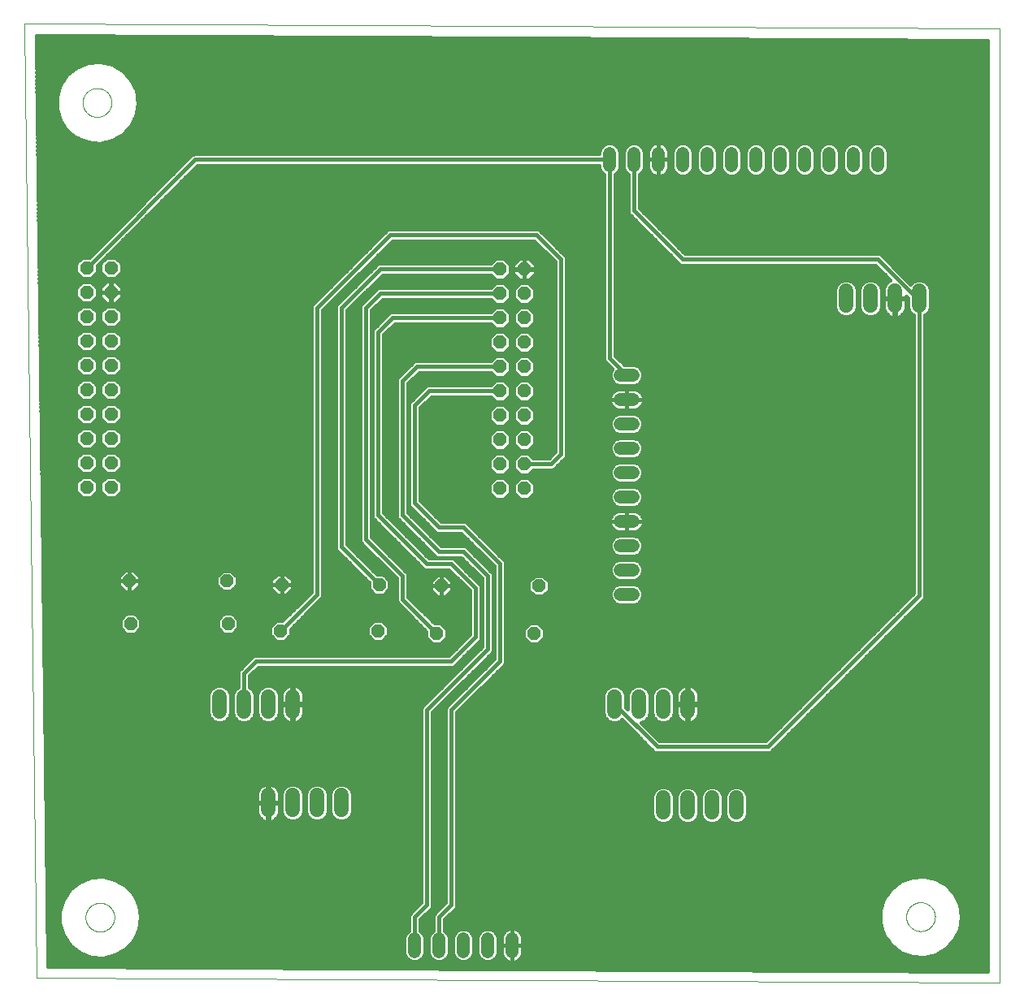
<source format=gbl>
G75*
%MOIN*%
%OFA0B0*%
%FSLAX25Y25*%
%IPPOS*%
%LPD*%
%AMOC8*
5,1,8,0,0,1.08239X$1,22.5*
%
%ADD10C,0.00000*%
%ADD11OC8,0.05200*%
%ADD12C,0.06000*%
%ADD13C,0.05200*%
%ADD14OC8,0.05600*%
%ADD15C,0.01600*%
D10*
X0006800Y0003000D02*
X0001800Y0394701D01*
X0401721Y0392701D01*
X0401721Y0001000D01*
X0006800Y0003000D01*
X0026894Y0028000D02*
X0026896Y0028153D01*
X0026902Y0028307D01*
X0026912Y0028460D01*
X0026926Y0028612D01*
X0026944Y0028765D01*
X0026966Y0028916D01*
X0026991Y0029067D01*
X0027021Y0029218D01*
X0027055Y0029368D01*
X0027092Y0029516D01*
X0027133Y0029664D01*
X0027178Y0029810D01*
X0027227Y0029956D01*
X0027280Y0030100D01*
X0027336Y0030242D01*
X0027396Y0030383D01*
X0027460Y0030523D01*
X0027527Y0030661D01*
X0027598Y0030797D01*
X0027673Y0030931D01*
X0027750Y0031063D01*
X0027832Y0031193D01*
X0027916Y0031321D01*
X0028004Y0031447D01*
X0028095Y0031570D01*
X0028189Y0031691D01*
X0028287Y0031809D01*
X0028387Y0031925D01*
X0028491Y0032038D01*
X0028597Y0032149D01*
X0028706Y0032257D01*
X0028818Y0032362D01*
X0028932Y0032463D01*
X0029050Y0032562D01*
X0029169Y0032658D01*
X0029291Y0032751D01*
X0029416Y0032840D01*
X0029543Y0032927D01*
X0029672Y0033009D01*
X0029803Y0033089D01*
X0029936Y0033165D01*
X0030071Y0033238D01*
X0030208Y0033307D01*
X0030347Y0033372D01*
X0030487Y0033434D01*
X0030629Y0033492D01*
X0030772Y0033547D01*
X0030917Y0033598D01*
X0031063Y0033645D01*
X0031210Y0033688D01*
X0031358Y0033727D01*
X0031507Y0033763D01*
X0031657Y0033794D01*
X0031808Y0033822D01*
X0031959Y0033846D01*
X0032112Y0033866D01*
X0032264Y0033882D01*
X0032417Y0033894D01*
X0032570Y0033902D01*
X0032723Y0033906D01*
X0032877Y0033906D01*
X0033030Y0033902D01*
X0033183Y0033894D01*
X0033336Y0033882D01*
X0033488Y0033866D01*
X0033641Y0033846D01*
X0033792Y0033822D01*
X0033943Y0033794D01*
X0034093Y0033763D01*
X0034242Y0033727D01*
X0034390Y0033688D01*
X0034537Y0033645D01*
X0034683Y0033598D01*
X0034828Y0033547D01*
X0034971Y0033492D01*
X0035113Y0033434D01*
X0035253Y0033372D01*
X0035392Y0033307D01*
X0035529Y0033238D01*
X0035664Y0033165D01*
X0035797Y0033089D01*
X0035928Y0033009D01*
X0036057Y0032927D01*
X0036184Y0032840D01*
X0036309Y0032751D01*
X0036431Y0032658D01*
X0036550Y0032562D01*
X0036668Y0032463D01*
X0036782Y0032362D01*
X0036894Y0032257D01*
X0037003Y0032149D01*
X0037109Y0032038D01*
X0037213Y0031925D01*
X0037313Y0031809D01*
X0037411Y0031691D01*
X0037505Y0031570D01*
X0037596Y0031447D01*
X0037684Y0031321D01*
X0037768Y0031193D01*
X0037850Y0031063D01*
X0037927Y0030931D01*
X0038002Y0030797D01*
X0038073Y0030661D01*
X0038140Y0030523D01*
X0038204Y0030383D01*
X0038264Y0030242D01*
X0038320Y0030100D01*
X0038373Y0029956D01*
X0038422Y0029810D01*
X0038467Y0029664D01*
X0038508Y0029516D01*
X0038545Y0029368D01*
X0038579Y0029218D01*
X0038609Y0029067D01*
X0038634Y0028916D01*
X0038656Y0028765D01*
X0038674Y0028612D01*
X0038688Y0028460D01*
X0038698Y0028307D01*
X0038704Y0028153D01*
X0038706Y0028000D01*
X0038704Y0027847D01*
X0038698Y0027693D01*
X0038688Y0027540D01*
X0038674Y0027388D01*
X0038656Y0027235D01*
X0038634Y0027084D01*
X0038609Y0026933D01*
X0038579Y0026782D01*
X0038545Y0026632D01*
X0038508Y0026484D01*
X0038467Y0026336D01*
X0038422Y0026190D01*
X0038373Y0026044D01*
X0038320Y0025900D01*
X0038264Y0025758D01*
X0038204Y0025617D01*
X0038140Y0025477D01*
X0038073Y0025339D01*
X0038002Y0025203D01*
X0037927Y0025069D01*
X0037850Y0024937D01*
X0037768Y0024807D01*
X0037684Y0024679D01*
X0037596Y0024553D01*
X0037505Y0024430D01*
X0037411Y0024309D01*
X0037313Y0024191D01*
X0037213Y0024075D01*
X0037109Y0023962D01*
X0037003Y0023851D01*
X0036894Y0023743D01*
X0036782Y0023638D01*
X0036668Y0023537D01*
X0036550Y0023438D01*
X0036431Y0023342D01*
X0036309Y0023249D01*
X0036184Y0023160D01*
X0036057Y0023073D01*
X0035928Y0022991D01*
X0035797Y0022911D01*
X0035664Y0022835D01*
X0035529Y0022762D01*
X0035392Y0022693D01*
X0035253Y0022628D01*
X0035113Y0022566D01*
X0034971Y0022508D01*
X0034828Y0022453D01*
X0034683Y0022402D01*
X0034537Y0022355D01*
X0034390Y0022312D01*
X0034242Y0022273D01*
X0034093Y0022237D01*
X0033943Y0022206D01*
X0033792Y0022178D01*
X0033641Y0022154D01*
X0033488Y0022134D01*
X0033336Y0022118D01*
X0033183Y0022106D01*
X0033030Y0022098D01*
X0032877Y0022094D01*
X0032723Y0022094D01*
X0032570Y0022098D01*
X0032417Y0022106D01*
X0032264Y0022118D01*
X0032112Y0022134D01*
X0031959Y0022154D01*
X0031808Y0022178D01*
X0031657Y0022206D01*
X0031507Y0022237D01*
X0031358Y0022273D01*
X0031210Y0022312D01*
X0031063Y0022355D01*
X0030917Y0022402D01*
X0030772Y0022453D01*
X0030629Y0022508D01*
X0030487Y0022566D01*
X0030347Y0022628D01*
X0030208Y0022693D01*
X0030071Y0022762D01*
X0029936Y0022835D01*
X0029803Y0022911D01*
X0029672Y0022991D01*
X0029543Y0023073D01*
X0029416Y0023160D01*
X0029291Y0023249D01*
X0029169Y0023342D01*
X0029050Y0023438D01*
X0028932Y0023537D01*
X0028818Y0023638D01*
X0028706Y0023743D01*
X0028597Y0023851D01*
X0028491Y0023962D01*
X0028387Y0024075D01*
X0028287Y0024191D01*
X0028189Y0024309D01*
X0028095Y0024430D01*
X0028004Y0024553D01*
X0027916Y0024679D01*
X0027832Y0024807D01*
X0027750Y0024937D01*
X0027673Y0025069D01*
X0027598Y0025203D01*
X0027527Y0025339D01*
X0027460Y0025477D01*
X0027396Y0025617D01*
X0027336Y0025758D01*
X0027280Y0025900D01*
X0027227Y0026044D01*
X0027178Y0026190D01*
X0027133Y0026336D01*
X0027092Y0026484D01*
X0027055Y0026632D01*
X0027021Y0026782D01*
X0026991Y0026933D01*
X0026966Y0027084D01*
X0026944Y0027235D01*
X0026926Y0027388D01*
X0026912Y0027540D01*
X0026902Y0027693D01*
X0026896Y0027847D01*
X0026894Y0028000D01*
X0025694Y0362400D02*
X0025696Y0362553D01*
X0025702Y0362707D01*
X0025712Y0362860D01*
X0025726Y0363012D01*
X0025744Y0363165D01*
X0025766Y0363316D01*
X0025791Y0363467D01*
X0025821Y0363618D01*
X0025855Y0363768D01*
X0025892Y0363916D01*
X0025933Y0364064D01*
X0025978Y0364210D01*
X0026027Y0364356D01*
X0026080Y0364500D01*
X0026136Y0364642D01*
X0026196Y0364783D01*
X0026260Y0364923D01*
X0026327Y0365061D01*
X0026398Y0365197D01*
X0026473Y0365331D01*
X0026550Y0365463D01*
X0026632Y0365593D01*
X0026716Y0365721D01*
X0026804Y0365847D01*
X0026895Y0365970D01*
X0026989Y0366091D01*
X0027087Y0366209D01*
X0027187Y0366325D01*
X0027291Y0366438D01*
X0027397Y0366549D01*
X0027506Y0366657D01*
X0027618Y0366762D01*
X0027732Y0366863D01*
X0027850Y0366962D01*
X0027969Y0367058D01*
X0028091Y0367151D01*
X0028216Y0367240D01*
X0028343Y0367327D01*
X0028472Y0367409D01*
X0028603Y0367489D01*
X0028736Y0367565D01*
X0028871Y0367638D01*
X0029008Y0367707D01*
X0029147Y0367772D01*
X0029287Y0367834D01*
X0029429Y0367892D01*
X0029572Y0367947D01*
X0029717Y0367998D01*
X0029863Y0368045D01*
X0030010Y0368088D01*
X0030158Y0368127D01*
X0030307Y0368163D01*
X0030457Y0368194D01*
X0030608Y0368222D01*
X0030759Y0368246D01*
X0030912Y0368266D01*
X0031064Y0368282D01*
X0031217Y0368294D01*
X0031370Y0368302D01*
X0031523Y0368306D01*
X0031677Y0368306D01*
X0031830Y0368302D01*
X0031983Y0368294D01*
X0032136Y0368282D01*
X0032288Y0368266D01*
X0032441Y0368246D01*
X0032592Y0368222D01*
X0032743Y0368194D01*
X0032893Y0368163D01*
X0033042Y0368127D01*
X0033190Y0368088D01*
X0033337Y0368045D01*
X0033483Y0367998D01*
X0033628Y0367947D01*
X0033771Y0367892D01*
X0033913Y0367834D01*
X0034053Y0367772D01*
X0034192Y0367707D01*
X0034329Y0367638D01*
X0034464Y0367565D01*
X0034597Y0367489D01*
X0034728Y0367409D01*
X0034857Y0367327D01*
X0034984Y0367240D01*
X0035109Y0367151D01*
X0035231Y0367058D01*
X0035350Y0366962D01*
X0035468Y0366863D01*
X0035582Y0366762D01*
X0035694Y0366657D01*
X0035803Y0366549D01*
X0035909Y0366438D01*
X0036013Y0366325D01*
X0036113Y0366209D01*
X0036211Y0366091D01*
X0036305Y0365970D01*
X0036396Y0365847D01*
X0036484Y0365721D01*
X0036568Y0365593D01*
X0036650Y0365463D01*
X0036727Y0365331D01*
X0036802Y0365197D01*
X0036873Y0365061D01*
X0036940Y0364923D01*
X0037004Y0364783D01*
X0037064Y0364642D01*
X0037120Y0364500D01*
X0037173Y0364356D01*
X0037222Y0364210D01*
X0037267Y0364064D01*
X0037308Y0363916D01*
X0037345Y0363768D01*
X0037379Y0363618D01*
X0037409Y0363467D01*
X0037434Y0363316D01*
X0037456Y0363165D01*
X0037474Y0363012D01*
X0037488Y0362860D01*
X0037498Y0362707D01*
X0037504Y0362553D01*
X0037506Y0362400D01*
X0037504Y0362247D01*
X0037498Y0362093D01*
X0037488Y0361940D01*
X0037474Y0361788D01*
X0037456Y0361635D01*
X0037434Y0361484D01*
X0037409Y0361333D01*
X0037379Y0361182D01*
X0037345Y0361032D01*
X0037308Y0360884D01*
X0037267Y0360736D01*
X0037222Y0360590D01*
X0037173Y0360444D01*
X0037120Y0360300D01*
X0037064Y0360158D01*
X0037004Y0360017D01*
X0036940Y0359877D01*
X0036873Y0359739D01*
X0036802Y0359603D01*
X0036727Y0359469D01*
X0036650Y0359337D01*
X0036568Y0359207D01*
X0036484Y0359079D01*
X0036396Y0358953D01*
X0036305Y0358830D01*
X0036211Y0358709D01*
X0036113Y0358591D01*
X0036013Y0358475D01*
X0035909Y0358362D01*
X0035803Y0358251D01*
X0035694Y0358143D01*
X0035582Y0358038D01*
X0035468Y0357937D01*
X0035350Y0357838D01*
X0035231Y0357742D01*
X0035109Y0357649D01*
X0034984Y0357560D01*
X0034857Y0357473D01*
X0034728Y0357391D01*
X0034597Y0357311D01*
X0034464Y0357235D01*
X0034329Y0357162D01*
X0034192Y0357093D01*
X0034053Y0357028D01*
X0033913Y0356966D01*
X0033771Y0356908D01*
X0033628Y0356853D01*
X0033483Y0356802D01*
X0033337Y0356755D01*
X0033190Y0356712D01*
X0033042Y0356673D01*
X0032893Y0356637D01*
X0032743Y0356606D01*
X0032592Y0356578D01*
X0032441Y0356554D01*
X0032288Y0356534D01*
X0032136Y0356518D01*
X0031983Y0356506D01*
X0031830Y0356498D01*
X0031677Y0356494D01*
X0031523Y0356494D01*
X0031370Y0356498D01*
X0031217Y0356506D01*
X0031064Y0356518D01*
X0030912Y0356534D01*
X0030759Y0356554D01*
X0030608Y0356578D01*
X0030457Y0356606D01*
X0030307Y0356637D01*
X0030158Y0356673D01*
X0030010Y0356712D01*
X0029863Y0356755D01*
X0029717Y0356802D01*
X0029572Y0356853D01*
X0029429Y0356908D01*
X0029287Y0356966D01*
X0029147Y0357028D01*
X0029008Y0357093D01*
X0028871Y0357162D01*
X0028736Y0357235D01*
X0028603Y0357311D01*
X0028472Y0357391D01*
X0028343Y0357473D01*
X0028216Y0357560D01*
X0028091Y0357649D01*
X0027969Y0357742D01*
X0027850Y0357838D01*
X0027732Y0357937D01*
X0027618Y0358038D01*
X0027506Y0358143D01*
X0027397Y0358251D01*
X0027291Y0358362D01*
X0027187Y0358475D01*
X0027087Y0358591D01*
X0026989Y0358709D01*
X0026895Y0358830D01*
X0026804Y0358953D01*
X0026716Y0359079D01*
X0026632Y0359207D01*
X0026550Y0359337D01*
X0026473Y0359469D01*
X0026398Y0359603D01*
X0026327Y0359739D01*
X0026260Y0359877D01*
X0026196Y0360017D01*
X0026136Y0360158D01*
X0026080Y0360300D01*
X0026027Y0360444D01*
X0025978Y0360590D01*
X0025933Y0360736D01*
X0025892Y0360884D01*
X0025855Y0361032D01*
X0025821Y0361182D01*
X0025791Y0361333D01*
X0025766Y0361484D01*
X0025744Y0361635D01*
X0025726Y0361788D01*
X0025712Y0361940D01*
X0025702Y0362093D01*
X0025696Y0362247D01*
X0025694Y0362400D01*
X0363494Y0028200D02*
X0363496Y0028353D01*
X0363502Y0028507D01*
X0363512Y0028660D01*
X0363526Y0028812D01*
X0363544Y0028965D01*
X0363566Y0029116D01*
X0363591Y0029267D01*
X0363621Y0029418D01*
X0363655Y0029568D01*
X0363692Y0029716D01*
X0363733Y0029864D01*
X0363778Y0030010D01*
X0363827Y0030156D01*
X0363880Y0030300D01*
X0363936Y0030442D01*
X0363996Y0030583D01*
X0364060Y0030723D01*
X0364127Y0030861D01*
X0364198Y0030997D01*
X0364273Y0031131D01*
X0364350Y0031263D01*
X0364432Y0031393D01*
X0364516Y0031521D01*
X0364604Y0031647D01*
X0364695Y0031770D01*
X0364789Y0031891D01*
X0364887Y0032009D01*
X0364987Y0032125D01*
X0365091Y0032238D01*
X0365197Y0032349D01*
X0365306Y0032457D01*
X0365418Y0032562D01*
X0365532Y0032663D01*
X0365650Y0032762D01*
X0365769Y0032858D01*
X0365891Y0032951D01*
X0366016Y0033040D01*
X0366143Y0033127D01*
X0366272Y0033209D01*
X0366403Y0033289D01*
X0366536Y0033365D01*
X0366671Y0033438D01*
X0366808Y0033507D01*
X0366947Y0033572D01*
X0367087Y0033634D01*
X0367229Y0033692D01*
X0367372Y0033747D01*
X0367517Y0033798D01*
X0367663Y0033845D01*
X0367810Y0033888D01*
X0367958Y0033927D01*
X0368107Y0033963D01*
X0368257Y0033994D01*
X0368408Y0034022D01*
X0368559Y0034046D01*
X0368712Y0034066D01*
X0368864Y0034082D01*
X0369017Y0034094D01*
X0369170Y0034102D01*
X0369323Y0034106D01*
X0369477Y0034106D01*
X0369630Y0034102D01*
X0369783Y0034094D01*
X0369936Y0034082D01*
X0370088Y0034066D01*
X0370241Y0034046D01*
X0370392Y0034022D01*
X0370543Y0033994D01*
X0370693Y0033963D01*
X0370842Y0033927D01*
X0370990Y0033888D01*
X0371137Y0033845D01*
X0371283Y0033798D01*
X0371428Y0033747D01*
X0371571Y0033692D01*
X0371713Y0033634D01*
X0371853Y0033572D01*
X0371992Y0033507D01*
X0372129Y0033438D01*
X0372264Y0033365D01*
X0372397Y0033289D01*
X0372528Y0033209D01*
X0372657Y0033127D01*
X0372784Y0033040D01*
X0372909Y0032951D01*
X0373031Y0032858D01*
X0373150Y0032762D01*
X0373268Y0032663D01*
X0373382Y0032562D01*
X0373494Y0032457D01*
X0373603Y0032349D01*
X0373709Y0032238D01*
X0373813Y0032125D01*
X0373913Y0032009D01*
X0374011Y0031891D01*
X0374105Y0031770D01*
X0374196Y0031647D01*
X0374284Y0031521D01*
X0374368Y0031393D01*
X0374450Y0031263D01*
X0374527Y0031131D01*
X0374602Y0030997D01*
X0374673Y0030861D01*
X0374740Y0030723D01*
X0374804Y0030583D01*
X0374864Y0030442D01*
X0374920Y0030300D01*
X0374973Y0030156D01*
X0375022Y0030010D01*
X0375067Y0029864D01*
X0375108Y0029716D01*
X0375145Y0029568D01*
X0375179Y0029418D01*
X0375209Y0029267D01*
X0375234Y0029116D01*
X0375256Y0028965D01*
X0375274Y0028812D01*
X0375288Y0028660D01*
X0375298Y0028507D01*
X0375304Y0028353D01*
X0375306Y0028200D01*
X0375304Y0028047D01*
X0375298Y0027893D01*
X0375288Y0027740D01*
X0375274Y0027588D01*
X0375256Y0027435D01*
X0375234Y0027284D01*
X0375209Y0027133D01*
X0375179Y0026982D01*
X0375145Y0026832D01*
X0375108Y0026684D01*
X0375067Y0026536D01*
X0375022Y0026390D01*
X0374973Y0026244D01*
X0374920Y0026100D01*
X0374864Y0025958D01*
X0374804Y0025817D01*
X0374740Y0025677D01*
X0374673Y0025539D01*
X0374602Y0025403D01*
X0374527Y0025269D01*
X0374450Y0025137D01*
X0374368Y0025007D01*
X0374284Y0024879D01*
X0374196Y0024753D01*
X0374105Y0024630D01*
X0374011Y0024509D01*
X0373913Y0024391D01*
X0373813Y0024275D01*
X0373709Y0024162D01*
X0373603Y0024051D01*
X0373494Y0023943D01*
X0373382Y0023838D01*
X0373268Y0023737D01*
X0373150Y0023638D01*
X0373031Y0023542D01*
X0372909Y0023449D01*
X0372784Y0023360D01*
X0372657Y0023273D01*
X0372528Y0023191D01*
X0372397Y0023111D01*
X0372264Y0023035D01*
X0372129Y0022962D01*
X0371992Y0022893D01*
X0371853Y0022828D01*
X0371713Y0022766D01*
X0371571Y0022708D01*
X0371428Y0022653D01*
X0371283Y0022602D01*
X0371137Y0022555D01*
X0370990Y0022512D01*
X0370842Y0022473D01*
X0370693Y0022437D01*
X0370543Y0022406D01*
X0370392Y0022378D01*
X0370241Y0022354D01*
X0370088Y0022334D01*
X0369936Y0022318D01*
X0369783Y0022306D01*
X0369630Y0022298D01*
X0369477Y0022294D01*
X0369323Y0022294D01*
X0369170Y0022298D01*
X0369017Y0022306D01*
X0368864Y0022318D01*
X0368712Y0022334D01*
X0368559Y0022354D01*
X0368408Y0022378D01*
X0368257Y0022406D01*
X0368107Y0022437D01*
X0367958Y0022473D01*
X0367810Y0022512D01*
X0367663Y0022555D01*
X0367517Y0022602D01*
X0367372Y0022653D01*
X0367229Y0022708D01*
X0367087Y0022766D01*
X0366947Y0022828D01*
X0366808Y0022893D01*
X0366671Y0022962D01*
X0366536Y0023035D01*
X0366403Y0023111D01*
X0366272Y0023191D01*
X0366143Y0023273D01*
X0366016Y0023360D01*
X0365891Y0023449D01*
X0365769Y0023542D01*
X0365650Y0023638D01*
X0365532Y0023737D01*
X0365418Y0023838D01*
X0365306Y0023943D01*
X0365197Y0024051D01*
X0365091Y0024162D01*
X0364987Y0024275D01*
X0364887Y0024391D01*
X0364789Y0024509D01*
X0364695Y0024630D01*
X0364604Y0024753D01*
X0364516Y0024879D01*
X0364432Y0025007D01*
X0364350Y0025137D01*
X0364273Y0025269D01*
X0364198Y0025403D01*
X0364127Y0025539D01*
X0364060Y0025677D01*
X0363996Y0025817D01*
X0363936Y0025958D01*
X0363880Y0026100D01*
X0363827Y0026244D01*
X0363778Y0026390D01*
X0363733Y0026536D01*
X0363692Y0026684D01*
X0363655Y0026832D01*
X0363621Y0026982D01*
X0363591Y0027133D01*
X0363566Y0027284D01*
X0363544Y0027435D01*
X0363526Y0027588D01*
X0363512Y0027740D01*
X0363502Y0027893D01*
X0363496Y0028047D01*
X0363494Y0028200D01*
D11*
X0210800Y0144500D03*
X0212800Y0164000D03*
X0172800Y0164000D03*
X0170800Y0144500D03*
X0146800Y0145500D03*
X0147300Y0164500D03*
X0107300Y0164500D03*
X0106800Y0145500D03*
X0085300Y0148500D03*
X0084800Y0166000D03*
X0044800Y0166000D03*
X0045300Y0148500D03*
D12*
X0081800Y0118500D02*
X0081800Y0112500D01*
X0091800Y0112500D02*
X0091800Y0118500D01*
X0101800Y0118500D02*
X0101800Y0112500D01*
X0111800Y0112500D02*
X0111800Y0118500D01*
X0111800Y0078000D02*
X0111800Y0072000D01*
X0101800Y0072000D02*
X0101800Y0078000D01*
X0121800Y0078000D02*
X0121800Y0072000D01*
X0131800Y0072000D02*
X0131800Y0078000D01*
X0243800Y0112500D02*
X0243800Y0118500D01*
X0253800Y0118500D02*
X0253800Y0112500D01*
X0263800Y0112500D02*
X0263800Y0118500D01*
X0273800Y0118500D02*
X0273800Y0112500D01*
X0273800Y0077000D02*
X0273800Y0071000D01*
X0263800Y0071000D02*
X0263800Y0077000D01*
X0283800Y0077000D02*
X0283800Y0071000D01*
X0293800Y0071000D02*
X0293800Y0077000D01*
X0338800Y0279000D02*
X0338800Y0285000D01*
X0348800Y0285000D02*
X0348800Y0279000D01*
X0358800Y0279000D02*
X0358800Y0285000D01*
X0368800Y0285000D02*
X0368800Y0279000D01*
D13*
X0351800Y0336400D02*
X0351800Y0341600D01*
X0341800Y0341600D02*
X0341800Y0336400D01*
X0331800Y0336400D02*
X0331800Y0341600D01*
X0321800Y0341600D02*
X0321800Y0336400D01*
X0311800Y0336400D02*
X0311800Y0341600D01*
X0301800Y0341600D02*
X0301800Y0336400D01*
X0291800Y0336400D02*
X0291800Y0341600D01*
X0281800Y0341600D02*
X0281800Y0336400D01*
X0271800Y0336400D02*
X0271800Y0341600D01*
X0261800Y0341600D02*
X0261800Y0336400D01*
X0251800Y0336400D02*
X0251800Y0341600D01*
X0241800Y0341600D02*
X0241800Y0336400D01*
X0246200Y0250500D02*
X0251400Y0250500D01*
X0251400Y0240500D02*
X0246200Y0240500D01*
X0246200Y0230500D02*
X0251400Y0230500D01*
X0251400Y0220500D02*
X0246200Y0220500D01*
X0246200Y0210500D02*
X0251400Y0210500D01*
X0251400Y0200500D02*
X0246200Y0200500D01*
X0246200Y0190500D02*
X0251400Y0190500D01*
X0251400Y0180500D02*
X0246200Y0180500D01*
X0246200Y0170500D02*
X0251400Y0170500D01*
X0251400Y0160500D02*
X0246200Y0160500D01*
X0201800Y0019100D02*
X0201800Y0013900D01*
X0191800Y0013900D02*
X0191800Y0019100D01*
X0181800Y0019100D02*
X0181800Y0013900D01*
X0171800Y0013900D02*
X0171800Y0019100D01*
X0161800Y0019100D02*
X0161800Y0013900D01*
D14*
X0196800Y0204000D03*
X0196800Y0214000D03*
X0196800Y0224000D03*
X0196800Y0234000D03*
X0196800Y0244000D03*
X0196800Y0254000D03*
X0196800Y0264000D03*
X0196800Y0274000D03*
X0196800Y0284000D03*
X0196800Y0294000D03*
X0206800Y0294000D03*
X0206800Y0284000D03*
X0206800Y0274000D03*
X0206800Y0264000D03*
X0206800Y0254000D03*
X0206800Y0244000D03*
X0206800Y0234000D03*
X0206800Y0224000D03*
X0206800Y0214000D03*
X0206800Y0204000D03*
X0037300Y0204500D03*
X0037300Y0214500D03*
X0037300Y0224500D03*
X0037300Y0234500D03*
X0037300Y0244500D03*
X0037300Y0254500D03*
X0037300Y0264500D03*
X0037300Y0274500D03*
X0037300Y0284500D03*
X0037300Y0294500D03*
X0027300Y0294500D03*
X0027300Y0284500D03*
X0027300Y0274500D03*
X0027300Y0264500D03*
X0027300Y0254500D03*
X0027300Y0244500D03*
X0027300Y0234500D03*
X0027300Y0224500D03*
X0027300Y0214500D03*
X0027300Y0204500D03*
D15*
X0031700Y0203799D02*
X0032900Y0203799D01*
X0032900Y0202677D02*
X0035477Y0200100D01*
X0039123Y0200100D01*
X0041700Y0202677D01*
X0041700Y0206323D01*
X0039123Y0208900D01*
X0035477Y0208900D01*
X0032900Y0206323D01*
X0032900Y0202677D01*
X0033377Y0202201D02*
X0031223Y0202201D01*
X0031700Y0202677D02*
X0029123Y0200100D01*
X0025477Y0200100D01*
X0022900Y0202677D01*
X0022900Y0206323D01*
X0025477Y0208900D01*
X0029123Y0208900D01*
X0031700Y0206323D01*
X0031700Y0202677D01*
X0031700Y0205398D02*
X0032900Y0205398D01*
X0033574Y0206996D02*
X0031026Y0206996D01*
X0029428Y0208595D02*
X0035172Y0208595D01*
X0035477Y0210100D02*
X0039123Y0210100D01*
X0041700Y0212677D01*
X0041700Y0216323D01*
X0039123Y0218900D01*
X0035477Y0218900D01*
X0032900Y0216323D01*
X0032900Y0212677D01*
X0035477Y0210100D01*
X0035384Y0210193D02*
X0029216Y0210193D01*
X0029123Y0210100D02*
X0031700Y0212677D01*
X0031700Y0216323D01*
X0029123Y0218900D01*
X0025477Y0218900D01*
X0022900Y0216323D01*
X0022900Y0212677D01*
X0025477Y0210100D01*
X0029123Y0210100D01*
X0030814Y0211792D02*
X0033786Y0211792D01*
X0032900Y0213390D02*
X0031700Y0213390D01*
X0031700Y0214989D02*
X0032900Y0214989D01*
X0033165Y0216587D02*
X0031435Y0216587D01*
X0029837Y0218186D02*
X0034763Y0218186D01*
X0035477Y0220100D02*
X0039123Y0220100D01*
X0041700Y0222677D01*
X0041700Y0226323D01*
X0039123Y0228900D01*
X0035477Y0228900D01*
X0032900Y0226323D01*
X0032900Y0222677D01*
X0035477Y0220100D01*
X0034195Y0221383D02*
X0030405Y0221383D01*
X0029123Y0220100D02*
X0031700Y0222677D01*
X0031700Y0226323D01*
X0029123Y0228900D01*
X0025477Y0228900D01*
X0022900Y0226323D01*
X0022900Y0222677D01*
X0025477Y0220100D01*
X0029123Y0220100D01*
X0031700Y0222981D02*
X0032900Y0222981D01*
X0032900Y0224580D02*
X0031700Y0224580D01*
X0031700Y0226178D02*
X0032900Y0226178D01*
X0034354Y0227777D02*
X0030246Y0227777D01*
X0029123Y0230100D02*
X0025477Y0230100D01*
X0022900Y0232677D01*
X0022900Y0236323D01*
X0025477Y0238900D01*
X0029123Y0238900D01*
X0031700Y0236323D01*
X0031700Y0232677D01*
X0029123Y0230100D01*
X0029996Y0230974D02*
X0034604Y0230974D01*
X0035477Y0230100D02*
X0039123Y0230100D01*
X0041700Y0232677D01*
X0041700Y0236323D01*
X0039123Y0238900D01*
X0035477Y0238900D01*
X0032900Y0236323D01*
X0032900Y0232677D01*
X0035477Y0230100D01*
X0033005Y0232572D02*
X0031595Y0232572D01*
X0031700Y0234171D02*
X0032900Y0234171D01*
X0032900Y0235769D02*
X0031700Y0235769D01*
X0030655Y0237368D02*
X0033945Y0237368D01*
X0035477Y0240100D02*
X0039123Y0240100D01*
X0041700Y0242677D01*
X0041700Y0246323D01*
X0039123Y0248900D01*
X0035477Y0248900D01*
X0032900Y0246323D01*
X0032900Y0242677D01*
X0035477Y0240100D01*
X0035013Y0240565D02*
X0029587Y0240565D01*
X0029123Y0240100D02*
X0031700Y0242677D01*
X0031700Y0246323D01*
X0029123Y0248900D01*
X0025477Y0248900D01*
X0022900Y0246323D01*
X0022900Y0242677D01*
X0025477Y0240100D01*
X0029123Y0240100D01*
X0031186Y0242163D02*
X0033414Y0242163D01*
X0032900Y0243762D02*
X0031700Y0243762D01*
X0031700Y0245360D02*
X0032900Y0245360D01*
X0033536Y0246959D02*
X0031064Y0246959D01*
X0029465Y0248557D02*
X0035135Y0248557D01*
X0035477Y0250100D02*
X0039123Y0250100D01*
X0041700Y0252677D01*
X0041700Y0256323D01*
X0039123Y0258900D01*
X0035477Y0258900D01*
X0032900Y0256323D01*
X0032900Y0252677D01*
X0035477Y0250100D01*
X0035422Y0250156D02*
X0029178Y0250156D01*
X0029123Y0250100D02*
X0031700Y0252677D01*
X0031700Y0256323D01*
X0029123Y0258900D01*
X0025477Y0258900D01*
X0022900Y0256323D01*
X0022900Y0252677D01*
X0025477Y0250100D01*
X0029123Y0250100D01*
X0030777Y0251754D02*
X0033823Y0251754D01*
X0032900Y0253353D02*
X0031700Y0253353D01*
X0031700Y0254951D02*
X0032900Y0254951D01*
X0033127Y0256550D02*
X0031473Y0256550D01*
X0029874Y0258148D02*
X0034726Y0258148D01*
X0035477Y0260100D02*
X0039123Y0260100D01*
X0041700Y0262677D01*
X0041700Y0266323D01*
X0039123Y0268900D01*
X0035477Y0268900D01*
X0032900Y0266323D01*
X0032900Y0262677D01*
X0035477Y0260100D01*
X0034232Y0261345D02*
X0030368Y0261345D01*
X0029123Y0260100D02*
X0031700Y0262677D01*
X0031700Y0266323D01*
X0029123Y0268900D01*
X0025477Y0268900D01*
X0022900Y0266323D01*
X0022900Y0262677D01*
X0025477Y0260100D01*
X0029123Y0260100D01*
X0031700Y0262944D02*
X0032900Y0262944D01*
X0032900Y0264542D02*
X0031700Y0264542D01*
X0031700Y0266141D02*
X0032900Y0266141D01*
X0034317Y0267739D02*
X0030283Y0267739D01*
X0029123Y0270100D02*
X0025477Y0270100D01*
X0022900Y0272677D01*
X0022900Y0276323D01*
X0025477Y0278900D01*
X0029123Y0278900D01*
X0031700Y0276323D01*
X0031700Y0272677D01*
X0029123Y0270100D01*
X0029959Y0270937D02*
X0034641Y0270937D01*
X0035477Y0270100D02*
X0039123Y0270100D01*
X0041700Y0272677D01*
X0041700Y0276323D01*
X0039123Y0278900D01*
X0035477Y0278900D01*
X0032900Y0276323D01*
X0032900Y0272677D01*
X0035477Y0270100D01*
X0033042Y0272535D02*
X0031558Y0272535D01*
X0031700Y0274134D02*
X0032900Y0274134D01*
X0032900Y0275732D02*
X0031700Y0275732D01*
X0030692Y0277331D02*
X0033908Y0277331D01*
X0035395Y0279900D02*
X0032700Y0282595D01*
X0032700Y0284400D01*
X0037200Y0284400D01*
X0037200Y0284600D01*
X0037200Y0289100D01*
X0035395Y0289100D01*
X0032700Y0286405D01*
X0032700Y0284600D01*
X0037200Y0284600D01*
X0037400Y0284600D01*
X0037400Y0289100D01*
X0039205Y0289100D01*
X0041900Y0286405D01*
X0041900Y0284600D01*
X0037400Y0284600D01*
X0037400Y0284400D01*
X0041900Y0284400D01*
X0041900Y0282595D01*
X0039205Y0279900D01*
X0037400Y0279900D01*
X0037400Y0284400D01*
X0037200Y0284400D01*
X0037200Y0279900D01*
X0035395Y0279900D01*
X0034767Y0280528D02*
X0029550Y0280528D01*
X0029123Y0280100D02*
X0031700Y0282677D01*
X0031700Y0286323D01*
X0029123Y0288900D01*
X0025477Y0288900D01*
X0022900Y0286323D01*
X0022900Y0282677D01*
X0025477Y0280100D01*
X0029123Y0280100D01*
X0031149Y0282126D02*
X0033169Y0282126D01*
X0032700Y0283725D02*
X0031700Y0283725D01*
X0031700Y0285323D02*
X0032700Y0285323D01*
X0033216Y0286922D02*
X0031101Y0286922D01*
X0029502Y0288520D02*
X0034815Y0288520D01*
X0035477Y0290100D02*
X0039123Y0290100D01*
X0041700Y0292677D01*
X0041700Y0296323D01*
X0039123Y0298900D01*
X0035477Y0298900D01*
X0032900Y0296323D01*
X0032900Y0292677D01*
X0035477Y0290100D01*
X0035459Y0290119D02*
X0029141Y0290119D01*
X0029123Y0290100D02*
X0031700Y0292677D01*
X0031700Y0295506D01*
X0072794Y0336600D01*
X0237600Y0336600D01*
X0237600Y0335565D01*
X0238239Y0334021D01*
X0239400Y0332860D01*
X0239400Y0257023D01*
X0239765Y0256141D01*
X0242833Y0253073D01*
X0242639Y0252879D01*
X0242000Y0251335D01*
X0242000Y0249665D01*
X0242639Y0248121D01*
X0243821Y0246939D01*
X0245365Y0246300D01*
X0252235Y0246300D01*
X0253779Y0246939D01*
X0254961Y0248121D01*
X0255600Y0249665D01*
X0255600Y0251335D01*
X0254961Y0252879D01*
X0253779Y0254061D01*
X0252235Y0254700D01*
X0247994Y0254700D01*
X0244200Y0258494D01*
X0244200Y0332860D01*
X0245361Y0334021D01*
X0246000Y0335565D01*
X0246000Y0342435D01*
X0245361Y0343979D01*
X0244179Y0345161D01*
X0242635Y0345800D01*
X0240965Y0345800D01*
X0239421Y0345161D01*
X0238239Y0343979D01*
X0237600Y0342435D01*
X0237600Y0341400D01*
X0071323Y0341400D01*
X0070441Y0341035D01*
X0028306Y0298900D01*
X0025477Y0298900D01*
X0022900Y0296323D01*
X0022900Y0292677D01*
X0025477Y0290100D01*
X0029123Y0290100D01*
X0030740Y0291717D02*
X0033860Y0291717D01*
X0032900Y0293316D02*
X0031700Y0293316D01*
X0031700Y0294914D02*
X0032900Y0294914D01*
X0032707Y0296513D02*
X0033090Y0296513D01*
X0034305Y0298111D02*
X0034689Y0298111D01*
X0035904Y0299710D02*
X0140116Y0299710D01*
X0141714Y0301308D02*
X0037502Y0301308D01*
X0039101Y0302907D02*
X0143313Y0302907D01*
X0144911Y0304505D02*
X0040699Y0304505D01*
X0042298Y0306104D02*
X0146510Y0306104D01*
X0148108Y0307702D02*
X0043896Y0307702D01*
X0045495Y0309301D02*
X0149707Y0309301D01*
X0150441Y0310035D02*
X0120441Y0280035D01*
X0119765Y0279359D01*
X0119400Y0278477D01*
X0119400Y0161494D01*
X0107606Y0149700D01*
X0105060Y0149700D01*
X0102600Y0147240D01*
X0102600Y0143760D01*
X0105060Y0141300D01*
X0108540Y0141300D01*
X0111000Y0143760D01*
X0111000Y0146306D01*
X0123835Y0159141D01*
X0124200Y0160023D01*
X0124200Y0277006D01*
X0152794Y0305600D01*
X0210806Y0305600D01*
X0219400Y0297006D01*
X0219400Y0218994D01*
X0216806Y0216400D01*
X0210623Y0216400D01*
X0208623Y0218400D01*
X0204977Y0218400D01*
X0202400Y0215823D01*
X0202400Y0212177D01*
X0204977Y0209600D01*
X0208623Y0209600D01*
X0210623Y0211600D01*
X0218277Y0211600D01*
X0219159Y0211965D01*
X0223159Y0215965D01*
X0223835Y0216641D01*
X0224200Y0217523D01*
X0224200Y0298477D01*
X0223835Y0299359D01*
X0213835Y0309359D01*
X0213159Y0310035D01*
X0212277Y0310400D01*
X0151323Y0310400D01*
X0150441Y0310035D01*
X0151800Y0308000D02*
X0121800Y0278000D01*
X0121800Y0160500D01*
X0106800Y0145500D01*
X0110295Y0143056D02*
X0143305Y0143056D01*
X0142600Y0143760D02*
X0145060Y0141300D01*
X0148540Y0141300D01*
X0151000Y0143760D01*
X0151000Y0147240D01*
X0148540Y0149700D01*
X0145060Y0149700D01*
X0142600Y0147240D01*
X0142600Y0143760D01*
X0142600Y0144654D02*
X0111000Y0144654D01*
X0111000Y0146253D02*
X0142600Y0146253D01*
X0143211Y0147851D02*
X0112545Y0147851D01*
X0114144Y0149450D02*
X0144810Y0149450D01*
X0148790Y0149450D02*
X0162456Y0149450D01*
X0160858Y0151048D02*
X0115742Y0151048D01*
X0117341Y0152647D02*
X0159259Y0152647D01*
X0157661Y0154245D02*
X0118939Y0154245D01*
X0120538Y0155844D02*
X0156062Y0155844D01*
X0154765Y0157141D02*
X0166600Y0145306D01*
X0166600Y0142760D01*
X0169060Y0140300D01*
X0172540Y0140300D01*
X0175000Y0142760D01*
X0175000Y0146240D01*
X0172540Y0148700D01*
X0169994Y0148700D01*
X0159200Y0159494D01*
X0159200Y0168477D01*
X0158835Y0169359D01*
X0158159Y0170035D01*
X0144200Y0183994D01*
X0144200Y0277006D01*
X0148794Y0281600D01*
X0192977Y0281600D01*
X0194977Y0279600D01*
X0198623Y0279600D01*
X0201200Y0282177D01*
X0201200Y0285823D01*
X0198623Y0288400D01*
X0194977Y0288400D01*
X0192977Y0286400D01*
X0147323Y0286400D01*
X0146441Y0286035D01*
X0140441Y0280035D01*
X0139765Y0279359D01*
X0139400Y0278477D01*
X0139400Y0182523D01*
X0139765Y0181641D01*
X0154400Y0167006D01*
X0154400Y0158023D01*
X0154765Y0157141D01*
X0154640Y0157442D02*
X0122136Y0157442D01*
X0123735Y0159041D02*
X0154400Y0159041D01*
X0154400Y0160639D02*
X0149379Y0160639D01*
X0149040Y0160300D02*
X0151500Y0162760D01*
X0151500Y0166240D01*
X0149040Y0168700D01*
X0146494Y0168700D01*
X0134200Y0180994D01*
X0134200Y0277006D01*
X0148794Y0291600D01*
X0192977Y0291600D01*
X0194977Y0289600D01*
X0198623Y0289600D01*
X0201200Y0292177D01*
X0201200Y0295823D01*
X0198623Y0298400D01*
X0194977Y0298400D01*
X0192977Y0296400D01*
X0147323Y0296400D01*
X0146441Y0296035D01*
X0130441Y0280035D01*
X0129765Y0279359D01*
X0129400Y0278477D01*
X0129400Y0179523D01*
X0129765Y0178641D01*
X0143100Y0165306D01*
X0143100Y0162760D01*
X0145560Y0160300D01*
X0149040Y0160300D01*
X0150977Y0162238D02*
X0154400Y0162238D01*
X0154400Y0163836D02*
X0151500Y0163836D01*
X0151500Y0165435D02*
X0154400Y0165435D01*
X0154373Y0167033D02*
X0150706Y0167033D01*
X0149108Y0168632D02*
X0152774Y0168632D01*
X0151176Y0170230D02*
X0144964Y0170230D01*
X0143365Y0171829D02*
X0149577Y0171829D01*
X0147979Y0173427D02*
X0141767Y0173427D01*
X0140168Y0175026D02*
X0146380Y0175026D01*
X0144782Y0176624D02*
X0138570Y0176624D01*
X0136971Y0178223D02*
X0143183Y0178223D01*
X0141585Y0179821D02*
X0135373Y0179821D01*
X0134200Y0181420D02*
X0139986Y0181420D01*
X0139400Y0183018D02*
X0134200Y0183018D01*
X0134200Y0184617D02*
X0139400Y0184617D01*
X0139400Y0186215D02*
X0134200Y0186215D01*
X0134200Y0187814D02*
X0139400Y0187814D01*
X0139400Y0189412D02*
X0134200Y0189412D01*
X0134200Y0191011D02*
X0139400Y0191011D01*
X0139400Y0192609D02*
X0134200Y0192609D01*
X0134200Y0194208D02*
X0139400Y0194208D01*
X0139400Y0195806D02*
X0134200Y0195806D01*
X0134200Y0197405D02*
X0139400Y0197405D01*
X0139400Y0199003D02*
X0134200Y0199003D01*
X0134200Y0200602D02*
X0139400Y0200602D01*
X0139400Y0202201D02*
X0134200Y0202201D01*
X0134200Y0203799D02*
X0139400Y0203799D01*
X0139400Y0205398D02*
X0134200Y0205398D01*
X0134200Y0206996D02*
X0139400Y0206996D01*
X0139400Y0208595D02*
X0134200Y0208595D01*
X0134200Y0210193D02*
X0139400Y0210193D01*
X0139400Y0211792D02*
X0134200Y0211792D01*
X0134200Y0213390D02*
X0139400Y0213390D01*
X0139400Y0214989D02*
X0134200Y0214989D01*
X0134200Y0216587D02*
X0139400Y0216587D01*
X0139400Y0218186D02*
X0134200Y0218186D01*
X0134200Y0219784D02*
X0139400Y0219784D01*
X0139400Y0221383D02*
X0134200Y0221383D01*
X0134200Y0222981D02*
X0139400Y0222981D01*
X0139400Y0224580D02*
X0134200Y0224580D01*
X0134200Y0226178D02*
X0139400Y0226178D01*
X0139400Y0227777D02*
X0134200Y0227777D01*
X0134200Y0229375D02*
X0139400Y0229375D01*
X0139400Y0230974D02*
X0134200Y0230974D01*
X0134200Y0232572D02*
X0139400Y0232572D01*
X0139400Y0234171D02*
X0134200Y0234171D01*
X0134200Y0235769D02*
X0139400Y0235769D01*
X0139400Y0237368D02*
X0134200Y0237368D01*
X0134200Y0238966D02*
X0139400Y0238966D01*
X0139400Y0240565D02*
X0134200Y0240565D01*
X0134200Y0242163D02*
X0139400Y0242163D01*
X0139400Y0243762D02*
X0134200Y0243762D01*
X0134200Y0245360D02*
X0139400Y0245360D01*
X0139400Y0246959D02*
X0134200Y0246959D01*
X0134200Y0248557D02*
X0139400Y0248557D01*
X0139400Y0250156D02*
X0134200Y0250156D01*
X0134200Y0251754D02*
X0139400Y0251754D01*
X0139400Y0253353D02*
X0134200Y0253353D01*
X0134200Y0254951D02*
X0139400Y0254951D01*
X0139400Y0256550D02*
X0134200Y0256550D01*
X0134200Y0258148D02*
X0139400Y0258148D01*
X0139400Y0259747D02*
X0134200Y0259747D01*
X0134200Y0261345D02*
X0139400Y0261345D01*
X0139400Y0262944D02*
X0134200Y0262944D01*
X0134200Y0264542D02*
X0139400Y0264542D01*
X0139400Y0266141D02*
X0134200Y0266141D01*
X0134200Y0267739D02*
X0139400Y0267739D01*
X0139400Y0269338D02*
X0134200Y0269338D01*
X0134200Y0270937D02*
X0139400Y0270937D01*
X0139400Y0272535D02*
X0134200Y0272535D01*
X0134200Y0274134D02*
X0139400Y0274134D01*
X0139400Y0275732D02*
X0134200Y0275732D01*
X0134525Y0277331D02*
X0139400Y0277331D01*
X0139587Y0278929D02*
X0136123Y0278929D01*
X0137722Y0280528D02*
X0140933Y0280528D01*
X0142532Y0282126D02*
X0139320Y0282126D01*
X0140919Y0283725D02*
X0144130Y0283725D01*
X0145729Y0285323D02*
X0142517Y0285323D01*
X0144116Y0286922D02*
X0193499Y0286922D01*
X0194459Y0290119D02*
X0147313Y0290119D01*
X0145714Y0288520D02*
X0219400Y0288520D01*
X0219400Y0286922D02*
X0210101Y0286922D01*
X0211200Y0285823D02*
X0208623Y0288400D01*
X0204977Y0288400D01*
X0202400Y0285823D01*
X0202400Y0282177D01*
X0204977Y0279600D01*
X0208623Y0279600D01*
X0211200Y0282177D01*
X0211200Y0285823D01*
X0211200Y0285323D02*
X0219400Y0285323D01*
X0219400Y0283725D02*
X0211200Y0283725D01*
X0211149Y0282126D02*
X0219400Y0282126D01*
X0219400Y0280528D02*
X0209550Y0280528D01*
X0208623Y0278400D02*
X0204977Y0278400D01*
X0202400Y0275823D01*
X0202400Y0272177D01*
X0204977Y0269600D01*
X0208623Y0269600D01*
X0211200Y0272177D01*
X0211200Y0275823D01*
X0208623Y0278400D01*
X0209692Y0277331D02*
X0219400Y0277331D01*
X0219400Y0278929D02*
X0146123Y0278929D01*
X0144525Y0277331D02*
X0193908Y0277331D01*
X0192977Y0276400D02*
X0194977Y0278400D01*
X0198623Y0278400D01*
X0201200Y0275823D01*
X0201200Y0272177D01*
X0198623Y0269600D01*
X0194977Y0269600D01*
X0192977Y0271600D01*
X0153794Y0271600D01*
X0149200Y0267006D01*
X0149200Y0193994D01*
X0167794Y0175400D01*
X0177277Y0175400D01*
X0178159Y0175035D01*
X0188159Y0165035D01*
X0188835Y0164359D01*
X0189200Y0163477D01*
X0189200Y0142523D01*
X0188835Y0141641D01*
X0178835Y0131641D01*
X0178159Y0130965D01*
X0177277Y0130600D01*
X0097794Y0130600D01*
X0094200Y0127006D01*
X0094200Y0122485D01*
X0094406Y0122400D01*
X0095700Y0121106D01*
X0096400Y0119415D01*
X0096400Y0111585D01*
X0095700Y0109894D01*
X0094406Y0108600D01*
X0092715Y0107900D01*
X0090885Y0107900D01*
X0089194Y0108600D01*
X0087900Y0109894D01*
X0087200Y0111585D01*
X0087200Y0119415D01*
X0087900Y0121106D01*
X0089194Y0122400D01*
X0089400Y0122485D01*
X0089400Y0128477D01*
X0089765Y0129359D01*
X0090441Y0130035D01*
X0095441Y0135035D01*
X0096323Y0135400D01*
X0175806Y0135400D01*
X0184400Y0143994D01*
X0184400Y0162006D01*
X0175806Y0170600D01*
X0166323Y0170600D01*
X0165441Y0170965D01*
X0164765Y0171641D01*
X0144765Y0191641D01*
X0144400Y0192523D01*
X0144400Y0268477D01*
X0144765Y0269359D01*
X0145441Y0270035D01*
X0151441Y0276035D01*
X0152323Y0276400D01*
X0192977Y0276400D01*
X0194050Y0280528D02*
X0147722Y0280528D01*
X0147800Y0284000D02*
X0141800Y0278000D01*
X0141800Y0183000D01*
X0156800Y0168000D01*
X0156800Y0158500D01*
X0170800Y0144500D01*
X0173697Y0141457D02*
X0181863Y0141457D01*
X0180264Y0139859D02*
X0009853Y0139859D01*
X0009833Y0141457D02*
X0104903Y0141457D01*
X0103305Y0143056D02*
X0009813Y0143056D01*
X0009792Y0144654D02*
X0043206Y0144654D01*
X0043560Y0144300D02*
X0047040Y0144300D01*
X0049500Y0146760D01*
X0049500Y0150240D01*
X0047040Y0152700D01*
X0043560Y0152700D01*
X0041100Y0150240D01*
X0041100Y0146760D01*
X0043560Y0144300D01*
X0041608Y0146253D02*
X0009772Y0146253D01*
X0009751Y0147851D02*
X0041100Y0147851D01*
X0041100Y0149450D02*
X0009731Y0149450D01*
X0009711Y0151048D02*
X0041908Y0151048D01*
X0043507Y0152647D02*
X0009690Y0152647D01*
X0009670Y0154245D02*
X0112151Y0154245D01*
X0110553Y0152647D02*
X0087093Y0152647D01*
X0087040Y0152700D02*
X0083560Y0152700D01*
X0081100Y0150240D01*
X0081100Y0146760D01*
X0083560Y0144300D01*
X0087040Y0144300D01*
X0089500Y0146760D01*
X0089500Y0150240D01*
X0087040Y0152700D01*
X0088692Y0151048D02*
X0108954Y0151048D01*
X0104810Y0149450D02*
X0089500Y0149450D01*
X0089500Y0147851D02*
X0103211Y0147851D01*
X0102600Y0146253D02*
X0088992Y0146253D01*
X0087394Y0144654D02*
X0102600Y0144654D01*
X0108697Y0141457D02*
X0144903Y0141457D01*
X0148697Y0141457D02*
X0167903Y0141457D01*
X0166600Y0143056D02*
X0150295Y0143056D01*
X0151000Y0144654D02*
X0166600Y0144654D01*
X0165653Y0146253D02*
X0151000Y0146253D01*
X0150389Y0147851D02*
X0164055Y0147851D01*
X0167646Y0151048D02*
X0184400Y0151048D01*
X0184400Y0149450D02*
X0169244Y0149450D01*
X0173389Y0147851D02*
X0184400Y0147851D01*
X0184400Y0146253D02*
X0174987Y0146253D01*
X0175000Y0144654D02*
X0184400Y0144654D01*
X0183461Y0143056D02*
X0175000Y0143056D01*
X0178666Y0138260D02*
X0009874Y0138260D01*
X0009894Y0136662D02*
X0177067Y0136662D01*
X0176800Y0133000D02*
X0096800Y0133000D01*
X0091800Y0128000D01*
X0091800Y0115500D01*
X0096400Y0115881D02*
X0097200Y0115881D01*
X0097200Y0117479D02*
X0096400Y0117479D01*
X0096400Y0119078D02*
X0097200Y0119078D01*
X0097200Y0119415D02*
X0097200Y0111585D01*
X0097900Y0109894D01*
X0099194Y0108600D01*
X0100885Y0107900D01*
X0102715Y0107900D01*
X0104406Y0108600D01*
X0105700Y0109894D01*
X0106400Y0111585D01*
X0106400Y0119415D01*
X0105700Y0121106D01*
X0104406Y0122400D01*
X0102715Y0123100D01*
X0100885Y0123100D01*
X0099194Y0122400D01*
X0097900Y0121106D01*
X0097200Y0119415D01*
X0097723Y0120676D02*
X0095877Y0120676D01*
X0094530Y0122275D02*
X0099070Y0122275D01*
X0094200Y0123873D02*
X0174279Y0123873D01*
X0172681Y0122275D02*
X0114770Y0122275D01*
X0114927Y0122161D02*
X0114316Y0122605D01*
X0113643Y0122948D01*
X0112924Y0123182D01*
X0112178Y0123300D01*
X0112000Y0123300D01*
X0112000Y0115700D01*
X0111600Y0115700D01*
X0111600Y0123300D01*
X0111422Y0123300D01*
X0110676Y0123182D01*
X0109957Y0122948D01*
X0109284Y0122605D01*
X0108673Y0122161D01*
X0108139Y0121627D01*
X0107695Y0121016D01*
X0107352Y0120343D01*
X0107118Y0119624D01*
X0107000Y0118878D01*
X0107000Y0115700D01*
X0111600Y0115700D01*
X0111600Y0115300D01*
X0107000Y0115300D01*
X0107000Y0112122D01*
X0107118Y0111376D01*
X0107352Y0110657D01*
X0107695Y0109984D01*
X0108139Y0109373D01*
X0108673Y0108839D01*
X0109284Y0108395D01*
X0109957Y0108052D01*
X0110676Y0107818D01*
X0111422Y0107700D01*
X0111600Y0107700D01*
X0111600Y0115300D01*
X0112000Y0115300D01*
X0112000Y0115700D01*
X0116600Y0115700D01*
X0116600Y0118878D01*
X0116482Y0119624D01*
X0116248Y0120343D01*
X0115905Y0121016D01*
X0115461Y0121627D01*
X0114927Y0122161D01*
X0116078Y0120676D02*
X0171082Y0120676D01*
X0169484Y0119078D02*
X0116568Y0119078D01*
X0116600Y0117479D02*
X0167885Y0117479D01*
X0166287Y0115881D02*
X0116600Y0115881D01*
X0116600Y0115300D02*
X0112000Y0115300D01*
X0112000Y0107700D01*
X0112178Y0107700D01*
X0112924Y0107818D01*
X0113643Y0108052D01*
X0114316Y0108395D01*
X0114927Y0108839D01*
X0115461Y0109373D01*
X0115905Y0109984D01*
X0116248Y0110657D01*
X0116482Y0111376D01*
X0116600Y0112122D01*
X0116600Y0115300D01*
X0116600Y0114282D02*
X0164733Y0114282D01*
X0164765Y0114359D02*
X0164400Y0113477D01*
X0164400Y0033994D01*
X0160441Y0030035D01*
X0159765Y0029359D01*
X0159400Y0028477D01*
X0159400Y0022640D01*
X0158239Y0021479D01*
X0157600Y0019935D01*
X0157600Y0013065D01*
X0158239Y0011521D01*
X0159421Y0010339D01*
X0160965Y0009700D01*
X0162635Y0009700D01*
X0164179Y0010339D01*
X0165361Y0011521D01*
X0166000Y0013065D01*
X0166000Y0019935D01*
X0165361Y0021479D01*
X0164200Y0022640D01*
X0164200Y0027006D01*
X0168835Y0031641D01*
X0169200Y0032523D01*
X0169200Y0112006D01*
X0193835Y0136641D01*
X0194200Y0137523D01*
X0194200Y0168477D01*
X0193835Y0169359D01*
X0193159Y0170035D01*
X0183159Y0180035D01*
X0182277Y0180400D01*
X0172794Y0180400D01*
X0159200Y0193994D01*
X0159200Y0247006D01*
X0163794Y0251600D01*
X0192977Y0251600D01*
X0194977Y0249600D01*
X0198623Y0249600D01*
X0201200Y0252177D01*
X0201200Y0255823D01*
X0198623Y0258400D01*
X0194977Y0258400D01*
X0192977Y0256400D01*
X0162323Y0256400D01*
X0161441Y0256035D01*
X0155441Y0250035D01*
X0155441Y0250035D01*
X0154765Y0249359D01*
X0154400Y0248477D01*
X0154400Y0192523D01*
X0154765Y0191641D01*
X0169765Y0176641D01*
X0170441Y0175965D01*
X0171323Y0175600D01*
X0180806Y0175600D01*
X0189400Y0167006D01*
X0189400Y0138994D01*
X0165441Y0115035D01*
X0164765Y0114359D01*
X0164400Y0112684D02*
X0116600Y0112684D01*
X0116387Y0111085D02*
X0164400Y0111085D01*
X0164400Y0109487D02*
X0115544Y0109487D01*
X0113140Y0107888D02*
X0164400Y0107888D01*
X0164400Y0106290D02*
X0010282Y0106290D01*
X0010261Y0107888D02*
X0110460Y0107888D01*
X0111600Y0107888D02*
X0112000Y0107888D01*
X0112000Y0109487D02*
X0111600Y0109487D01*
X0111600Y0111085D02*
X0112000Y0111085D01*
X0112000Y0112684D02*
X0111600Y0112684D01*
X0111600Y0114282D02*
X0112000Y0114282D01*
X0112000Y0115881D02*
X0111600Y0115881D01*
X0111600Y0117479D02*
X0112000Y0117479D01*
X0112000Y0119078D02*
X0111600Y0119078D01*
X0111600Y0120676D02*
X0112000Y0120676D01*
X0112000Y0122275D02*
X0111600Y0122275D01*
X0108830Y0122275D02*
X0104530Y0122275D01*
X0105877Y0120676D02*
X0107522Y0120676D01*
X0107032Y0119078D02*
X0106400Y0119078D01*
X0106400Y0117479D02*
X0107000Y0117479D01*
X0107000Y0115881D02*
X0106400Y0115881D01*
X0106400Y0114282D02*
X0107000Y0114282D01*
X0107000Y0112684D02*
X0106400Y0112684D01*
X0106193Y0111085D02*
X0107213Y0111085D01*
X0108056Y0109487D02*
X0105292Y0109487D01*
X0098308Y0109487D02*
X0095292Y0109487D01*
X0096193Y0111085D02*
X0097407Y0111085D01*
X0097200Y0112684D02*
X0096400Y0112684D01*
X0096400Y0114282D02*
X0097200Y0114282D01*
X0089070Y0122275D02*
X0084530Y0122275D01*
X0084406Y0122400D02*
X0082715Y0123100D01*
X0080885Y0123100D01*
X0079194Y0122400D01*
X0077900Y0121106D01*
X0077200Y0119415D01*
X0077200Y0111585D01*
X0077900Y0109894D01*
X0079194Y0108600D01*
X0080885Y0107900D01*
X0082715Y0107900D01*
X0084406Y0108600D01*
X0085700Y0109894D01*
X0086400Y0111585D01*
X0086400Y0119415D01*
X0085700Y0121106D01*
X0084406Y0122400D01*
X0085877Y0120676D02*
X0087723Y0120676D01*
X0087200Y0119078D02*
X0086400Y0119078D01*
X0086400Y0117479D02*
X0087200Y0117479D01*
X0087200Y0115881D02*
X0086400Y0115881D01*
X0086400Y0114282D02*
X0087200Y0114282D01*
X0087200Y0112684D02*
X0086400Y0112684D01*
X0086193Y0111085D02*
X0087407Y0111085D01*
X0088308Y0109487D02*
X0085292Y0109487D01*
X0078308Y0109487D02*
X0010241Y0109487D01*
X0010221Y0111085D02*
X0077407Y0111085D01*
X0077200Y0112684D02*
X0010200Y0112684D01*
X0010180Y0114282D02*
X0077200Y0114282D01*
X0077200Y0115881D02*
X0010159Y0115881D01*
X0010139Y0117479D02*
X0077200Y0117479D01*
X0077200Y0119078D02*
X0010119Y0119078D01*
X0010098Y0120676D02*
X0077723Y0120676D01*
X0079070Y0122275D02*
X0010078Y0122275D01*
X0010057Y0123873D02*
X0089400Y0123873D01*
X0089400Y0125472D02*
X0010037Y0125472D01*
X0010017Y0127070D02*
X0089400Y0127070D01*
X0089479Y0128669D02*
X0009996Y0128669D01*
X0009976Y0130268D02*
X0090673Y0130268D01*
X0092272Y0131866D02*
X0009955Y0131866D01*
X0009935Y0133465D02*
X0093870Y0133465D01*
X0095509Y0135063D02*
X0009915Y0135063D01*
X0009649Y0155844D02*
X0113750Y0155844D01*
X0115348Y0157442D02*
X0009629Y0157442D01*
X0009609Y0159041D02*
X0116947Y0159041D01*
X0118545Y0160639D02*
X0109662Y0160639D01*
X0109123Y0160100D02*
X0111700Y0162677D01*
X0111700Y0164500D01*
X0111700Y0166323D01*
X0109123Y0168900D01*
X0107300Y0168900D01*
X0107300Y0164500D01*
X0111700Y0164500D01*
X0107300Y0164500D01*
X0107300Y0164500D01*
X0107300Y0164500D01*
X0107300Y0160100D01*
X0109123Y0160100D01*
X0107300Y0160100D02*
X0107300Y0164500D01*
X0107300Y0164500D01*
X0107300Y0164500D01*
X0102900Y0164500D01*
X0102900Y0166323D01*
X0105477Y0168900D01*
X0107300Y0168900D01*
X0107300Y0164500D01*
X0102900Y0164500D01*
X0102900Y0162677D01*
X0105477Y0160100D01*
X0107300Y0160100D01*
X0107300Y0160639D02*
X0107300Y0160639D01*
X0107300Y0162238D02*
X0107300Y0162238D01*
X0107300Y0163836D02*
X0107300Y0163836D01*
X0107300Y0165435D02*
X0107300Y0165435D01*
X0107300Y0167033D02*
X0107300Y0167033D01*
X0107300Y0168632D02*
X0107300Y0168632D01*
X0109391Y0168632D02*
X0119400Y0168632D01*
X0119400Y0170230D02*
X0046792Y0170230D01*
X0046623Y0170400D02*
X0044800Y0170400D01*
X0044800Y0166000D01*
X0049200Y0166000D01*
X0049200Y0167823D01*
X0046623Y0170400D01*
X0044800Y0170400D02*
X0042977Y0170400D01*
X0040400Y0167823D01*
X0040400Y0166000D01*
X0044800Y0166000D01*
X0044800Y0166000D01*
X0044800Y0166000D01*
X0049200Y0166000D01*
X0049200Y0164177D01*
X0046623Y0161600D01*
X0044800Y0161600D01*
X0044800Y0166000D01*
X0044800Y0166000D01*
X0044800Y0166000D01*
X0044800Y0170400D01*
X0044800Y0170230D02*
X0044800Y0170230D01*
X0044800Y0168632D02*
X0044800Y0168632D01*
X0044800Y0167033D02*
X0044800Y0167033D01*
X0044800Y0166000D02*
X0040400Y0166000D01*
X0040400Y0164177D01*
X0042977Y0161600D01*
X0044800Y0161600D01*
X0044800Y0166000D01*
X0044800Y0165435D02*
X0044800Y0165435D01*
X0044800Y0163836D02*
X0044800Y0163836D01*
X0044800Y0162238D02*
X0044800Y0162238D01*
X0047260Y0162238D02*
X0082623Y0162238D01*
X0083060Y0161800D02*
X0086540Y0161800D01*
X0089000Y0164260D01*
X0089000Y0167740D01*
X0086540Y0170200D01*
X0083060Y0170200D01*
X0080600Y0167740D01*
X0080600Y0164260D01*
X0083060Y0161800D01*
X0081024Y0163836D02*
X0048859Y0163836D01*
X0049200Y0165435D02*
X0080600Y0165435D01*
X0080600Y0167033D02*
X0049200Y0167033D01*
X0048391Y0168632D02*
X0081492Y0168632D01*
X0088108Y0168632D02*
X0105209Y0168632D01*
X0103611Y0167033D02*
X0089000Y0167033D01*
X0089000Y0165435D02*
X0102900Y0165435D01*
X0102900Y0163836D02*
X0088576Y0163836D01*
X0086977Y0162238D02*
X0103340Y0162238D01*
X0104938Y0160639D02*
X0009588Y0160639D01*
X0009568Y0162238D02*
X0042340Y0162238D01*
X0040741Y0163836D02*
X0009547Y0163836D01*
X0009527Y0165435D02*
X0040400Y0165435D01*
X0040400Y0167033D02*
X0009507Y0167033D01*
X0009486Y0168632D02*
X0041209Y0168632D01*
X0042808Y0170230D02*
X0009466Y0170230D01*
X0009445Y0171829D02*
X0119400Y0171829D01*
X0119400Y0173427D02*
X0009425Y0173427D01*
X0009405Y0175026D02*
X0119400Y0175026D01*
X0119400Y0176624D02*
X0009384Y0176624D01*
X0009364Y0178223D02*
X0119400Y0178223D01*
X0119400Y0179821D02*
X0009343Y0179821D01*
X0009323Y0181420D02*
X0119400Y0181420D01*
X0119400Y0183018D02*
X0009302Y0183018D01*
X0009282Y0184617D02*
X0119400Y0184617D01*
X0119400Y0186215D02*
X0009262Y0186215D01*
X0009241Y0187814D02*
X0119400Y0187814D01*
X0119400Y0189412D02*
X0009221Y0189412D01*
X0009200Y0191011D02*
X0119400Y0191011D01*
X0119400Y0192609D02*
X0009180Y0192609D01*
X0009160Y0194208D02*
X0119400Y0194208D01*
X0119400Y0195806D02*
X0009139Y0195806D01*
X0009119Y0197405D02*
X0119400Y0197405D01*
X0119400Y0199003D02*
X0009098Y0199003D01*
X0009078Y0200602D02*
X0024975Y0200602D01*
X0023377Y0202201D02*
X0009058Y0202201D01*
X0009037Y0203799D02*
X0022900Y0203799D01*
X0022900Y0205398D02*
X0009017Y0205398D01*
X0008996Y0206996D02*
X0023574Y0206996D01*
X0025172Y0208595D02*
X0008976Y0208595D01*
X0008956Y0210193D02*
X0025384Y0210193D01*
X0023786Y0211792D02*
X0008935Y0211792D01*
X0008915Y0213390D02*
X0022900Y0213390D01*
X0022900Y0214989D02*
X0008894Y0214989D01*
X0008874Y0216587D02*
X0023165Y0216587D01*
X0024763Y0218186D02*
X0008854Y0218186D01*
X0008833Y0219784D02*
X0119400Y0219784D01*
X0119400Y0218186D02*
X0039837Y0218186D01*
X0041435Y0216587D02*
X0119400Y0216587D01*
X0119400Y0214989D02*
X0041700Y0214989D01*
X0041700Y0213390D02*
X0119400Y0213390D01*
X0119400Y0211792D02*
X0040814Y0211792D01*
X0039216Y0210193D02*
X0119400Y0210193D01*
X0119400Y0208595D02*
X0039428Y0208595D01*
X0041026Y0206996D02*
X0119400Y0206996D01*
X0119400Y0205398D02*
X0041700Y0205398D01*
X0041700Y0203799D02*
X0119400Y0203799D01*
X0119400Y0202201D02*
X0041223Y0202201D01*
X0039625Y0200602D02*
X0119400Y0200602D01*
X0124200Y0200602D02*
X0129400Y0200602D01*
X0129400Y0199003D02*
X0124200Y0199003D01*
X0124200Y0197405D02*
X0129400Y0197405D01*
X0129400Y0195806D02*
X0124200Y0195806D01*
X0124200Y0194208D02*
X0129400Y0194208D01*
X0129400Y0192609D02*
X0124200Y0192609D01*
X0124200Y0191011D02*
X0129400Y0191011D01*
X0129400Y0189412D02*
X0124200Y0189412D01*
X0124200Y0187814D02*
X0129400Y0187814D01*
X0129400Y0186215D02*
X0124200Y0186215D01*
X0124200Y0184617D02*
X0129400Y0184617D01*
X0129400Y0183018D02*
X0124200Y0183018D01*
X0124200Y0181420D02*
X0129400Y0181420D01*
X0129400Y0179821D02*
X0124200Y0179821D01*
X0124200Y0178223D02*
X0130183Y0178223D01*
X0131782Y0176624D02*
X0124200Y0176624D01*
X0124200Y0175026D02*
X0133380Y0175026D01*
X0134979Y0173427D02*
X0124200Y0173427D01*
X0124200Y0171829D02*
X0136577Y0171829D01*
X0138176Y0170230D02*
X0124200Y0170230D01*
X0124200Y0168632D02*
X0139774Y0168632D01*
X0141373Y0167033D02*
X0124200Y0167033D01*
X0124200Y0165435D02*
X0142971Y0165435D01*
X0143100Y0163836D02*
X0124200Y0163836D01*
X0124200Y0162238D02*
X0143623Y0162238D01*
X0145221Y0160639D02*
X0124200Y0160639D01*
X0119400Y0162238D02*
X0111260Y0162238D01*
X0111700Y0163836D02*
X0119400Y0163836D01*
X0119400Y0165435D02*
X0111700Y0165435D01*
X0110989Y0167033D02*
X0119400Y0167033D01*
X0131800Y0180000D02*
X0147300Y0164500D01*
X0154767Y0173427D02*
X0162979Y0173427D01*
X0164577Y0171829D02*
X0156365Y0171829D01*
X0157964Y0170230D02*
X0176176Y0170230D01*
X0177774Y0168632D02*
X0159136Y0168632D01*
X0159200Y0167033D02*
X0169611Y0167033D01*
X0168400Y0165823D02*
X0170977Y0168400D01*
X0172800Y0168400D01*
X0174623Y0168400D01*
X0177200Y0165823D01*
X0177200Y0164000D01*
X0172800Y0164000D01*
X0172800Y0164000D01*
X0172800Y0164000D01*
X0172800Y0168400D01*
X0172800Y0164000D01*
X0177200Y0164000D01*
X0177200Y0162177D01*
X0174623Y0159600D01*
X0172800Y0159600D01*
X0172800Y0164000D01*
X0172800Y0164000D01*
X0172800Y0164000D01*
X0168400Y0164000D01*
X0168400Y0165823D01*
X0168400Y0165435D02*
X0159200Y0165435D01*
X0159200Y0163836D02*
X0168400Y0163836D01*
X0168400Y0164000D02*
X0168400Y0162177D01*
X0170977Y0159600D01*
X0172800Y0159600D01*
X0172800Y0164000D01*
X0168400Y0164000D01*
X0168400Y0162238D02*
X0159200Y0162238D01*
X0159200Y0160639D02*
X0169938Y0160639D01*
X0172800Y0160639D02*
X0172800Y0160639D01*
X0172800Y0162238D02*
X0172800Y0162238D01*
X0172800Y0163836D02*
X0172800Y0163836D01*
X0172800Y0165435D02*
X0172800Y0165435D01*
X0172800Y0167033D02*
X0172800Y0167033D01*
X0175989Y0167033D02*
X0179373Y0167033D01*
X0180971Y0165435D02*
X0177200Y0165435D01*
X0177200Y0163836D02*
X0182570Y0163836D01*
X0184168Y0162238D02*
X0177200Y0162238D01*
X0175662Y0160639D02*
X0184400Y0160639D01*
X0184400Y0159041D02*
X0159653Y0159041D01*
X0161252Y0157442D02*
X0184400Y0157442D01*
X0184400Y0155844D02*
X0162850Y0155844D01*
X0164449Y0154245D02*
X0184400Y0154245D01*
X0184400Y0152647D02*
X0166047Y0152647D01*
X0182257Y0135063D02*
X0185469Y0135063D01*
X0187067Y0136662D02*
X0183856Y0136662D01*
X0185454Y0138260D02*
X0188666Y0138260D01*
X0189400Y0139859D02*
X0187053Y0139859D01*
X0188651Y0141457D02*
X0189400Y0141457D01*
X0189400Y0143056D02*
X0189200Y0143056D01*
X0189200Y0144654D02*
X0189400Y0144654D01*
X0189400Y0146253D02*
X0189200Y0146253D01*
X0189200Y0147851D02*
X0189400Y0147851D01*
X0189400Y0149450D02*
X0189200Y0149450D01*
X0189200Y0151048D02*
X0189400Y0151048D01*
X0189400Y0152647D02*
X0189200Y0152647D01*
X0189200Y0154245D02*
X0189400Y0154245D01*
X0189400Y0155844D02*
X0189200Y0155844D01*
X0189200Y0157442D02*
X0189400Y0157442D01*
X0189400Y0159041D02*
X0189200Y0159041D01*
X0189200Y0160639D02*
X0189400Y0160639D01*
X0189400Y0162238D02*
X0189200Y0162238D01*
X0189051Y0163836D02*
X0189400Y0163836D01*
X0189400Y0165435D02*
X0187759Y0165435D01*
X0186161Y0167033D02*
X0189373Y0167033D01*
X0187774Y0168632D02*
X0184562Y0168632D01*
X0182964Y0170230D02*
X0186176Y0170230D01*
X0184577Y0171829D02*
X0181365Y0171829D01*
X0179767Y0173427D02*
X0182979Y0173427D01*
X0181380Y0175026D02*
X0178168Y0175026D01*
X0176800Y0173000D02*
X0186800Y0163000D01*
X0186800Y0143000D01*
X0176800Y0133000D01*
X0179060Y0131866D02*
X0182272Y0131866D01*
X0183870Y0133465D02*
X0180659Y0133465D01*
X0180673Y0130268D02*
X0097462Y0130268D01*
X0095863Y0128669D02*
X0179075Y0128669D01*
X0177476Y0127070D02*
X0094265Y0127070D01*
X0094200Y0125472D02*
X0175878Y0125472D01*
X0179469Y0122275D02*
X0182681Y0122275D01*
X0184279Y0123873D02*
X0181068Y0123873D01*
X0182666Y0125472D02*
X0185878Y0125472D01*
X0187476Y0127070D02*
X0184265Y0127070D01*
X0185863Y0128669D02*
X0189075Y0128669D01*
X0190673Y0130268D02*
X0187462Y0130268D01*
X0189060Y0131866D02*
X0192272Y0131866D01*
X0193870Y0133465D02*
X0190659Y0133465D01*
X0192257Y0135063D02*
X0194400Y0135063D01*
X0194400Y0133994D02*
X0175441Y0115035D01*
X0174765Y0114359D01*
X0174400Y0113477D01*
X0174400Y0033994D01*
X0169765Y0029359D01*
X0169400Y0028477D01*
X0169400Y0022640D01*
X0168239Y0021479D01*
X0167600Y0019935D01*
X0167600Y0013065D01*
X0168239Y0011521D01*
X0169421Y0010339D01*
X0170965Y0009700D01*
X0172635Y0009700D01*
X0174179Y0010339D01*
X0175361Y0011521D01*
X0176000Y0013065D01*
X0176000Y0019935D01*
X0175361Y0021479D01*
X0174200Y0022640D01*
X0174200Y0027006D01*
X0178835Y0031641D01*
X0179200Y0032523D01*
X0179200Y0112006D01*
X0198835Y0131641D01*
X0199200Y0132523D01*
X0199200Y0173477D01*
X0198835Y0174359D01*
X0198159Y0175035D01*
X0183159Y0190035D01*
X0182277Y0190400D01*
X0172794Y0190400D01*
X0164200Y0198994D01*
X0164200Y0237006D01*
X0168794Y0241600D01*
X0192977Y0241600D01*
X0194977Y0239600D01*
X0198623Y0239600D01*
X0201200Y0242177D01*
X0201200Y0245823D01*
X0198623Y0248400D01*
X0194977Y0248400D01*
X0192977Y0246400D01*
X0167323Y0246400D01*
X0166441Y0246035D01*
X0160441Y0240035D01*
X0159765Y0239359D01*
X0159400Y0238477D01*
X0159400Y0197523D01*
X0159765Y0196641D01*
X0169765Y0186641D01*
X0170441Y0185965D01*
X0171323Y0185600D01*
X0180806Y0185600D01*
X0194400Y0172006D01*
X0194400Y0133994D01*
X0196800Y0133000D02*
X0176800Y0113000D01*
X0176800Y0033000D01*
X0171800Y0028000D01*
X0171800Y0016500D01*
X0176000Y0016773D02*
X0177600Y0016773D01*
X0177600Y0015175D02*
X0176000Y0015175D01*
X0176000Y0013576D02*
X0177600Y0013576D01*
X0177600Y0013065D02*
X0178239Y0011521D01*
X0179421Y0010339D01*
X0180965Y0009700D01*
X0182635Y0009700D01*
X0184179Y0010339D01*
X0185361Y0011521D01*
X0186000Y0013065D01*
X0186000Y0019935D01*
X0185361Y0021479D01*
X0184179Y0022661D01*
X0182635Y0023300D01*
X0180965Y0023300D01*
X0179421Y0022661D01*
X0178239Y0021479D01*
X0177600Y0019935D01*
X0177600Y0013065D01*
X0178050Y0011978D02*
X0175550Y0011978D01*
X0174219Y0010379D02*
X0179381Y0010379D01*
X0184219Y0010379D02*
X0189381Y0010379D01*
X0189421Y0010339D02*
X0190965Y0009700D01*
X0192635Y0009700D01*
X0194179Y0010339D01*
X0195361Y0011521D01*
X0196000Y0013065D01*
X0196000Y0019935D01*
X0195361Y0021479D01*
X0194179Y0022661D01*
X0192635Y0023300D01*
X0190965Y0023300D01*
X0189421Y0022661D01*
X0188239Y0021479D01*
X0187600Y0019935D01*
X0187600Y0013065D01*
X0188239Y0011521D01*
X0189421Y0010339D01*
X0188050Y0011978D02*
X0185550Y0011978D01*
X0186000Y0013576D02*
X0187600Y0013576D01*
X0187600Y0015175D02*
X0186000Y0015175D01*
X0186000Y0016773D02*
X0187600Y0016773D01*
X0187600Y0018372D02*
X0186000Y0018372D01*
X0185986Y0019970D02*
X0187614Y0019970D01*
X0188329Y0021569D02*
X0185271Y0021569D01*
X0182956Y0023167D02*
X0190644Y0023167D01*
X0192956Y0023167D02*
X0200091Y0023167D01*
X0200111Y0023178D02*
X0199494Y0022863D01*
X0198934Y0022456D01*
X0198444Y0021966D01*
X0198037Y0021406D01*
X0197722Y0020789D01*
X0197508Y0020130D01*
X0197400Y0019446D01*
X0197400Y0016500D01*
X0201800Y0016500D01*
X0206200Y0016500D01*
X0206200Y0019446D01*
X0206092Y0020130D01*
X0205878Y0020789D01*
X0205563Y0021406D01*
X0205156Y0021966D01*
X0204666Y0022456D01*
X0204106Y0022863D01*
X0203489Y0023178D01*
X0202830Y0023392D01*
X0202146Y0023500D01*
X0201800Y0023500D01*
X0201800Y0016500D01*
X0201800Y0016500D01*
X0201800Y0016500D01*
X0206200Y0016500D01*
X0206200Y0013554D01*
X0206092Y0012870D01*
X0205878Y0012211D01*
X0205563Y0011594D01*
X0205156Y0011034D01*
X0204666Y0010544D01*
X0204106Y0010137D01*
X0203489Y0009822D01*
X0202830Y0009608D01*
X0202146Y0009500D01*
X0201800Y0009500D01*
X0201800Y0016500D01*
X0201800Y0016500D01*
X0201800Y0023500D01*
X0201454Y0023500D01*
X0200770Y0023392D01*
X0200111Y0023178D01*
X0201800Y0023167D02*
X0201800Y0023167D01*
X0201800Y0021569D02*
X0201800Y0021569D01*
X0201800Y0019970D02*
X0201800Y0019970D01*
X0201800Y0018372D02*
X0201800Y0018372D01*
X0201800Y0016773D02*
X0201800Y0016773D01*
X0201800Y0016500D02*
X0201800Y0016500D01*
X0201800Y0009500D01*
X0201454Y0009500D01*
X0200770Y0009608D01*
X0200111Y0009822D01*
X0199494Y0010137D01*
X0198934Y0010544D01*
X0198444Y0011034D01*
X0198037Y0011594D01*
X0197722Y0012211D01*
X0197508Y0012870D01*
X0197400Y0013554D01*
X0197400Y0016500D01*
X0201800Y0016500D01*
X0201800Y0015175D02*
X0201800Y0015175D01*
X0201800Y0013576D02*
X0201800Y0013576D01*
X0201800Y0011978D02*
X0201800Y0011978D01*
X0201800Y0010379D02*
X0201800Y0010379D01*
X0204440Y0010379D02*
X0396921Y0010379D01*
X0396921Y0008781D02*
X0011527Y0008781D01*
X0011539Y0007776D02*
X0006662Y0389876D01*
X0396921Y0387925D01*
X0396921Y0005824D01*
X0011539Y0007776D01*
X0011506Y0010379D02*
X0159381Y0010379D01*
X0158050Y0011978D02*
X0037262Y0011978D01*
X0038938Y0012360D02*
X0038938Y0012360D01*
X0043275Y0014864D01*
X0046682Y0018536D01*
X0048855Y0023048D01*
X0049601Y0028000D01*
X0048855Y0032952D01*
X0046682Y0037464D01*
X0046682Y0037464D01*
X0043275Y0041136D01*
X0038938Y0043640D01*
X0034056Y0044754D01*
X0034056Y0044754D01*
X0029061Y0044380D01*
X0024399Y0042550D01*
X0020484Y0039428D01*
X0020484Y0039428D01*
X0020484Y0039428D01*
X0017663Y0035290D01*
X0017663Y0035290D01*
X0016186Y0030504D01*
X0016186Y0025496D01*
X0017663Y0020710D01*
X0020484Y0016572D01*
X0024399Y0013450D01*
X0029061Y0011620D01*
X0029061Y0011620D01*
X0034056Y0011246D01*
X0038938Y0012360D01*
X0041044Y0013576D02*
X0157600Y0013576D01*
X0157600Y0015175D02*
X0043563Y0015175D01*
X0043275Y0014864D02*
X0043275Y0014864D01*
X0045047Y0016773D02*
X0157600Y0016773D01*
X0157600Y0018372D02*
X0046530Y0018372D01*
X0046682Y0018536D02*
X0046682Y0018536D01*
X0047373Y0019970D02*
X0157614Y0019970D01*
X0158329Y0021569D02*
X0048142Y0021569D01*
X0048855Y0023048D02*
X0048855Y0023048D01*
X0048873Y0023167D02*
X0159400Y0023167D01*
X0159400Y0024766D02*
X0049114Y0024766D01*
X0049355Y0026364D02*
X0159400Y0026364D01*
X0159400Y0027963D02*
X0049596Y0027963D01*
X0049366Y0029561D02*
X0159967Y0029561D01*
X0161566Y0031160D02*
X0049125Y0031160D01*
X0048884Y0032758D02*
X0163164Y0032758D01*
X0164400Y0034357D02*
X0048178Y0034357D01*
X0048855Y0032952D02*
X0048855Y0032952D01*
X0047409Y0035955D02*
X0164400Y0035955D01*
X0164400Y0037554D02*
X0046599Y0037554D01*
X0045116Y0039152D02*
X0164400Y0039152D01*
X0164400Y0040751D02*
X0043632Y0040751D01*
X0043275Y0041136D02*
X0043275Y0041136D01*
X0041173Y0042349D02*
X0164400Y0042349D01*
X0164400Y0043948D02*
X0037588Y0043948D01*
X0038938Y0043640D02*
X0038938Y0043640D01*
X0029061Y0044380D02*
X0029061Y0044380D01*
X0027961Y0043948D02*
X0011078Y0043948D01*
X0011057Y0045546D02*
X0164400Y0045546D01*
X0164400Y0047145D02*
X0011037Y0047145D01*
X0011016Y0048743D02*
X0164400Y0048743D01*
X0164400Y0050342D02*
X0010996Y0050342D01*
X0010976Y0051940D02*
X0164400Y0051940D01*
X0164400Y0053539D02*
X0010955Y0053539D01*
X0010935Y0055137D02*
X0164400Y0055137D01*
X0164400Y0056736D02*
X0010914Y0056736D01*
X0010894Y0058334D02*
X0164400Y0058334D01*
X0164400Y0059933D02*
X0010874Y0059933D01*
X0010853Y0061532D02*
X0164400Y0061532D01*
X0164400Y0063130D02*
X0010833Y0063130D01*
X0010812Y0064729D02*
X0164400Y0064729D01*
X0164400Y0066327D02*
X0010792Y0066327D01*
X0010772Y0067926D02*
X0099242Y0067926D01*
X0099284Y0067895D02*
X0099957Y0067552D01*
X0100676Y0067318D01*
X0101422Y0067200D01*
X0101600Y0067200D01*
X0101600Y0074800D01*
X0102000Y0074800D01*
X0102000Y0075200D01*
X0106600Y0075200D01*
X0106600Y0078378D01*
X0106482Y0079124D01*
X0106248Y0079843D01*
X0105905Y0080516D01*
X0105461Y0081127D01*
X0104927Y0081661D01*
X0104316Y0082105D01*
X0103643Y0082448D01*
X0102924Y0082682D01*
X0102178Y0082800D01*
X0102000Y0082800D01*
X0102000Y0075200D01*
X0101600Y0075200D01*
X0101600Y0082800D01*
X0101422Y0082800D01*
X0100676Y0082682D01*
X0099957Y0082448D01*
X0099284Y0082105D01*
X0098673Y0081661D01*
X0098139Y0081127D01*
X0097695Y0080516D01*
X0097352Y0079843D01*
X0097118Y0079124D01*
X0097000Y0078378D01*
X0097000Y0075200D01*
X0101600Y0075200D01*
X0101600Y0074800D01*
X0097000Y0074800D01*
X0097000Y0071622D01*
X0097118Y0070876D01*
X0097352Y0070157D01*
X0097695Y0069484D01*
X0098139Y0068873D01*
X0098673Y0068339D01*
X0099284Y0067895D01*
X0097674Y0069524D02*
X0010751Y0069524D01*
X0010731Y0071123D02*
X0097079Y0071123D01*
X0097000Y0072721D02*
X0010710Y0072721D01*
X0010690Y0074320D02*
X0097000Y0074320D01*
X0097000Y0075918D02*
X0010670Y0075918D01*
X0010649Y0077517D02*
X0097000Y0077517D01*
X0097117Y0079115D02*
X0010629Y0079115D01*
X0010608Y0080714D02*
X0097838Y0080714D01*
X0099690Y0082312D02*
X0010588Y0082312D01*
X0010568Y0083911D02*
X0164400Y0083911D01*
X0164400Y0085509D02*
X0010547Y0085509D01*
X0010527Y0087108D02*
X0164400Y0087108D01*
X0164400Y0088706D02*
X0010506Y0088706D01*
X0010486Y0090305D02*
X0164400Y0090305D01*
X0164400Y0091903D02*
X0010466Y0091903D01*
X0010445Y0093502D02*
X0164400Y0093502D01*
X0164400Y0095100D02*
X0010425Y0095100D01*
X0010404Y0096699D02*
X0164400Y0096699D01*
X0164400Y0098297D02*
X0010384Y0098297D01*
X0010364Y0099896D02*
X0164400Y0099896D01*
X0164400Y0101494D02*
X0010343Y0101494D01*
X0010323Y0103093D02*
X0164400Y0103093D01*
X0164400Y0104691D02*
X0010302Y0104691D01*
X0047394Y0144654D02*
X0083206Y0144654D01*
X0081608Y0146253D02*
X0048992Y0146253D01*
X0049500Y0147851D02*
X0081100Y0147851D01*
X0081100Y0149450D02*
X0049500Y0149450D01*
X0048692Y0151048D02*
X0081908Y0151048D01*
X0083507Y0152647D02*
X0047093Y0152647D01*
X0034975Y0200602D02*
X0029625Y0200602D01*
X0024195Y0221383D02*
X0008813Y0221383D01*
X0008792Y0222981D02*
X0022900Y0222981D01*
X0022900Y0224580D02*
X0008772Y0224580D01*
X0008752Y0226178D02*
X0022900Y0226178D01*
X0024354Y0227777D02*
X0008731Y0227777D01*
X0008711Y0229375D02*
X0119400Y0229375D01*
X0119400Y0227777D02*
X0040246Y0227777D01*
X0041700Y0226178D02*
X0119400Y0226178D01*
X0119400Y0224580D02*
X0041700Y0224580D01*
X0041700Y0222981D02*
X0119400Y0222981D01*
X0119400Y0221383D02*
X0040405Y0221383D01*
X0039996Y0230974D02*
X0119400Y0230974D01*
X0119400Y0232572D02*
X0041595Y0232572D01*
X0041700Y0234171D02*
X0119400Y0234171D01*
X0119400Y0235769D02*
X0041700Y0235769D01*
X0040655Y0237368D02*
X0119400Y0237368D01*
X0119400Y0238966D02*
X0008588Y0238966D01*
X0008609Y0237368D02*
X0023945Y0237368D01*
X0022900Y0235769D02*
X0008629Y0235769D01*
X0008650Y0234171D02*
X0022900Y0234171D01*
X0023005Y0232572D02*
X0008670Y0232572D01*
X0008690Y0230974D02*
X0024604Y0230974D01*
X0025013Y0240565D02*
X0008568Y0240565D01*
X0008548Y0242163D02*
X0023414Y0242163D01*
X0022900Y0243762D02*
X0008527Y0243762D01*
X0008507Y0245360D02*
X0022900Y0245360D01*
X0023536Y0246959D02*
X0008486Y0246959D01*
X0008466Y0248557D02*
X0025135Y0248557D01*
X0025422Y0250156D02*
X0008445Y0250156D01*
X0008425Y0251754D02*
X0023823Y0251754D01*
X0022900Y0253353D02*
X0008405Y0253353D01*
X0008384Y0254951D02*
X0022900Y0254951D01*
X0023127Y0256550D02*
X0008364Y0256550D01*
X0008343Y0258148D02*
X0024726Y0258148D01*
X0024232Y0261345D02*
X0008303Y0261345D01*
X0008323Y0259747D02*
X0119400Y0259747D01*
X0119400Y0261345D02*
X0040368Y0261345D01*
X0041700Y0262944D02*
X0119400Y0262944D01*
X0119400Y0264542D02*
X0041700Y0264542D01*
X0041700Y0266141D02*
X0119400Y0266141D01*
X0119400Y0267739D02*
X0040283Y0267739D01*
X0039959Y0270937D02*
X0119400Y0270937D01*
X0119400Y0272535D02*
X0041558Y0272535D01*
X0041700Y0274134D02*
X0119400Y0274134D01*
X0119400Y0275732D02*
X0041700Y0275732D01*
X0040692Y0277331D02*
X0119400Y0277331D01*
X0119587Y0278929D02*
X0008078Y0278929D01*
X0008099Y0277331D02*
X0023908Y0277331D01*
X0022900Y0275732D02*
X0008119Y0275732D01*
X0008139Y0274134D02*
X0022900Y0274134D01*
X0023042Y0272535D02*
X0008160Y0272535D01*
X0008180Y0270937D02*
X0024641Y0270937D01*
X0024317Y0267739D02*
X0008221Y0267739D01*
X0008241Y0266141D02*
X0022900Y0266141D01*
X0022900Y0264542D02*
X0008262Y0264542D01*
X0008282Y0262944D02*
X0022900Y0262944D01*
X0008201Y0269338D02*
X0119400Y0269338D01*
X0124200Y0269338D02*
X0129400Y0269338D01*
X0129400Y0270937D02*
X0124200Y0270937D01*
X0124200Y0272535D02*
X0129400Y0272535D01*
X0129400Y0274134D02*
X0124200Y0274134D01*
X0124200Y0275732D02*
X0129400Y0275732D01*
X0129400Y0277331D02*
X0124525Y0277331D01*
X0126123Y0278929D02*
X0129587Y0278929D01*
X0130933Y0280528D02*
X0127722Y0280528D01*
X0129320Y0282126D02*
X0132532Y0282126D01*
X0134130Y0283725D02*
X0130919Y0283725D01*
X0132517Y0285323D02*
X0135729Y0285323D01*
X0137328Y0286922D02*
X0134116Y0286922D01*
X0135714Y0288520D02*
X0138926Y0288520D01*
X0140525Y0290119D02*
X0137313Y0290119D01*
X0138911Y0291717D02*
X0142123Y0291717D01*
X0143722Y0293316D02*
X0140510Y0293316D01*
X0142108Y0294914D02*
X0145320Y0294914D01*
X0143707Y0296513D02*
X0193090Y0296513D01*
X0194689Y0298111D02*
X0145305Y0298111D01*
X0146904Y0299710D02*
X0216696Y0299710D01*
X0215098Y0301308D02*
X0148502Y0301308D01*
X0150101Y0302907D02*
X0213499Y0302907D01*
X0211901Y0304505D02*
X0151699Y0304505D01*
X0151800Y0308000D02*
X0211800Y0308000D01*
X0221800Y0298000D01*
X0221800Y0218000D01*
X0217800Y0214000D01*
X0206800Y0214000D01*
X0202400Y0213390D02*
X0201200Y0213390D01*
X0201200Y0212177D02*
X0198623Y0209600D01*
X0194977Y0209600D01*
X0192400Y0212177D01*
X0192400Y0215823D01*
X0194977Y0218400D01*
X0198623Y0218400D01*
X0201200Y0215823D01*
X0201200Y0212177D01*
X0200814Y0211792D02*
X0202786Y0211792D01*
X0204384Y0210193D02*
X0199216Y0210193D01*
X0198623Y0208400D02*
X0194977Y0208400D01*
X0192400Y0205823D01*
X0192400Y0202177D01*
X0194977Y0199600D01*
X0198623Y0199600D01*
X0201200Y0202177D01*
X0201200Y0205823D01*
X0198623Y0208400D01*
X0200026Y0206996D02*
X0203574Y0206996D01*
X0202400Y0205823D02*
X0202400Y0202177D01*
X0204977Y0199600D01*
X0208623Y0199600D01*
X0211200Y0202177D01*
X0211200Y0205823D01*
X0208623Y0208400D01*
X0204977Y0208400D01*
X0202400Y0205823D01*
X0202400Y0205398D02*
X0201200Y0205398D01*
X0201200Y0203799D02*
X0202400Y0203799D01*
X0202400Y0202201D02*
X0201200Y0202201D01*
X0199625Y0200602D02*
X0203975Y0200602D01*
X0209625Y0200602D02*
X0242000Y0200602D01*
X0242000Y0201335D02*
X0242000Y0199665D01*
X0242639Y0198121D01*
X0243821Y0196939D01*
X0245365Y0196300D01*
X0252235Y0196300D01*
X0253779Y0196939D01*
X0254961Y0198121D01*
X0255600Y0199665D01*
X0255600Y0201335D01*
X0254961Y0202879D01*
X0253779Y0204061D01*
X0252235Y0204700D01*
X0245365Y0204700D01*
X0243821Y0204061D01*
X0242639Y0202879D01*
X0242000Y0201335D01*
X0242358Y0202201D02*
X0211200Y0202201D01*
X0211200Y0203799D02*
X0243559Y0203799D01*
X0245365Y0206300D02*
X0243821Y0206939D01*
X0242639Y0208121D01*
X0242000Y0209665D01*
X0242000Y0211335D01*
X0242639Y0212879D01*
X0243821Y0214061D01*
X0245365Y0214700D01*
X0252235Y0214700D01*
X0253779Y0214061D01*
X0254961Y0212879D01*
X0255600Y0211335D01*
X0255600Y0209665D01*
X0254961Y0208121D01*
X0253779Y0206939D01*
X0252235Y0206300D01*
X0245365Y0206300D01*
X0243764Y0206996D02*
X0210026Y0206996D01*
X0211200Y0205398D02*
X0366400Y0205398D01*
X0366400Y0206996D02*
X0253836Y0206996D01*
X0255157Y0208595D02*
X0366400Y0208595D01*
X0366400Y0210193D02*
X0255600Y0210193D01*
X0255411Y0211792D02*
X0366400Y0211792D01*
X0366400Y0213390D02*
X0254450Y0213390D01*
X0252929Y0216587D02*
X0366400Y0216587D01*
X0366400Y0214989D02*
X0222183Y0214989D01*
X0223781Y0216587D02*
X0244671Y0216587D01*
X0245365Y0216300D02*
X0243821Y0216939D01*
X0242639Y0218121D01*
X0242000Y0219665D01*
X0242000Y0221335D01*
X0242639Y0222879D01*
X0243821Y0224061D01*
X0245365Y0224700D01*
X0252235Y0224700D01*
X0253779Y0224061D01*
X0254961Y0222879D01*
X0255600Y0221335D01*
X0255600Y0219665D01*
X0254961Y0218121D01*
X0253779Y0216939D01*
X0252235Y0216300D01*
X0245365Y0216300D01*
X0242613Y0218186D02*
X0224200Y0218186D01*
X0224200Y0219784D02*
X0242000Y0219784D01*
X0242020Y0221383D02*
X0224200Y0221383D01*
X0224200Y0222981D02*
X0242741Y0222981D01*
X0245074Y0224580D02*
X0224200Y0224580D01*
X0224200Y0226178D02*
X0366400Y0226178D01*
X0366400Y0224580D02*
X0252526Y0224580D01*
X0252235Y0226300D02*
X0253779Y0226939D01*
X0254961Y0228121D01*
X0255600Y0229665D01*
X0255600Y0231335D01*
X0254961Y0232879D01*
X0253779Y0234061D01*
X0252235Y0234700D01*
X0245365Y0234700D01*
X0243821Y0234061D01*
X0242639Y0232879D01*
X0242000Y0231335D01*
X0242000Y0229665D01*
X0242639Y0228121D01*
X0243821Y0226939D01*
X0245365Y0226300D01*
X0252235Y0226300D01*
X0254616Y0227777D02*
X0366400Y0227777D01*
X0366400Y0229375D02*
X0255480Y0229375D01*
X0255600Y0230974D02*
X0366400Y0230974D01*
X0366400Y0232572D02*
X0255088Y0232572D01*
X0253513Y0234171D02*
X0366400Y0234171D01*
X0366400Y0235769D02*
X0224200Y0235769D01*
X0224200Y0234171D02*
X0244087Y0234171D01*
X0242512Y0232572D02*
X0224200Y0232572D01*
X0224200Y0230974D02*
X0242000Y0230974D01*
X0242120Y0229375D02*
X0224200Y0229375D01*
X0224200Y0227777D02*
X0242984Y0227777D01*
X0245170Y0236208D02*
X0245854Y0236100D01*
X0248800Y0236100D01*
X0251746Y0236100D01*
X0252430Y0236208D01*
X0253089Y0236422D01*
X0253706Y0236737D01*
X0254266Y0237144D01*
X0254756Y0237634D01*
X0255163Y0238194D01*
X0255478Y0238811D01*
X0255692Y0239470D01*
X0255800Y0240154D01*
X0255800Y0240500D01*
X0255800Y0240846D01*
X0255692Y0241530D01*
X0255478Y0242189D01*
X0255163Y0242806D01*
X0254756Y0243366D01*
X0254266Y0243856D01*
X0253706Y0244263D01*
X0253089Y0244578D01*
X0252430Y0244792D01*
X0251746Y0244900D01*
X0248800Y0244900D01*
X0248800Y0240500D01*
X0248800Y0240500D01*
X0255800Y0240500D01*
X0248800Y0240500D01*
X0248800Y0240500D01*
X0248800Y0244900D01*
X0245854Y0244900D01*
X0245170Y0244792D01*
X0244511Y0244578D01*
X0243894Y0244263D01*
X0243334Y0243856D01*
X0242844Y0243366D01*
X0242437Y0242806D01*
X0242122Y0242189D01*
X0241908Y0241530D01*
X0241800Y0240846D01*
X0241800Y0240500D01*
X0248800Y0240500D01*
X0248800Y0236100D01*
X0248800Y0240500D01*
X0248800Y0240500D01*
X0248800Y0240500D01*
X0241800Y0240500D01*
X0241800Y0240154D01*
X0241908Y0239470D01*
X0242122Y0238811D01*
X0242437Y0238194D01*
X0242844Y0237634D01*
X0243334Y0237144D01*
X0243894Y0236737D01*
X0244511Y0236422D01*
X0245170Y0236208D01*
X0243110Y0237368D02*
X0224200Y0237368D01*
X0224200Y0238966D02*
X0242072Y0238966D01*
X0241800Y0240565D02*
X0224200Y0240565D01*
X0224200Y0242163D02*
X0242114Y0242163D01*
X0243239Y0243762D02*
X0224200Y0243762D01*
X0224200Y0245360D02*
X0366400Y0245360D01*
X0366400Y0243762D02*
X0254361Y0243762D01*
X0255486Y0242163D02*
X0366400Y0242163D01*
X0366400Y0240565D02*
X0255800Y0240565D01*
X0255528Y0238966D02*
X0366400Y0238966D01*
X0366400Y0237368D02*
X0254490Y0237368D01*
X0248800Y0237368D02*
X0248800Y0237368D01*
X0248800Y0238966D02*
X0248800Y0238966D01*
X0248800Y0240565D02*
X0248800Y0240565D01*
X0248800Y0242163D02*
X0248800Y0242163D01*
X0248800Y0243762D02*
X0248800Y0243762D01*
X0253799Y0246959D02*
X0366400Y0246959D01*
X0366400Y0248557D02*
X0255141Y0248557D01*
X0255600Y0250156D02*
X0366400Y0250156D01*
X0366400Y0251754D02*
X0255426Y0251754D01*
X0254487Y0253353D02*
X0366400Y0253353D01*
X0366400Y0254951D02*
X0247743Y0254951D01*
X0246144Y0256550D02*
X0366400Y0256550D01*
X0366400Y0258148D02*
X0244546Y0258148D01*
X0244200Y0259747D02*
X0366400Y0259747D01*
X0366400Y0261345D02*
X0244200Y0261345D01*
X0244200Y0262944D02*
X0366400Y0262944D01*
X0366400Y0264542D02*
X0244200Y0264542D01*
X0244200Y0266141D02*
X0366400Y0266141D01*
X0366400Y0267739D02*
X0244200Y0267739D01*
X0244200Y0269338D02*
X0366400Y0269338D01*
X0366400Y0270937D02*
X0244200Y0270937D01*
X0244200Y0272535D02*
X0366400Y0272535D01*
X0366400Y0274134D02*
X0244200Y0274134D01*
X0244200Y0275732D02*
X0335563Y0275732D01*
X0336194Y0275100D02*
X0337885Y0274400D01*
X0339715Y0274400D01*
X0341406Y0275100D01*
X0342700Y0276394D01*
X0343400Y0278085D01*
X0343400Y0285915D01*
X0342700Y0287606D01*
X0341406Y0288900D01*
X0339715Y0289600D01*
X0337885Y0289600D01*
X0336194Y0288900D01*
X0334900Y0287606D01*
X0334200Y0285915D01*
X0334200Y0278085D01*
X0334900Y0276394D01*
X0336194Y0275100D01*
X0334513Y0277331D02*
X0244200Y0277331D01*
X0244200Y0278929D02*
X0334200Y0278929D01*
X0334200Y0280528D02*
X0244200Y0280528D01*
X0244200Y0282126D02*
X0334200Y0282126D01*
X0334200Y0283725D02*
X0244200Y0283725D01*
X0244200Y0285323D02*
X0334200Y0285323D01*
X0334617Y0286922D02*
X0244200Y0286922D01*
X0244200Y0288520D02*
X0335815Y0288520D01*
X0341785Y0288520D02*
X0345815Y0288520D01*
X0346194Y0288900D02*
X0344900Y0287606D01*
X0344200Y0285915D01*
X0344200Y0278085D01*
X0344900Y0276394D01*
X0346194Y0275100D01*
X0347885Y0274400D01*
X0349715Y0274400D01*
X0351406Y0275100D01*
X0352700Y0276394D01*
X0353400Y0278085D01*
X0353400Y0285915D01*
X0352700Y0287606D01*
X0351406Y0288900D01*
X0349715Y0289600D01*
X0347885Y0289600D01*
X0346194Y0288900D01*
X0344617Y0286922D02*
X0342983Y0286922D01*
X0343400Y0285323D02*
X0344200Y0285323D01*
X0344200Y0283725D02*
X0343400Y0283725D01*
X0343400Y0282126D02*
X0344200Y0282126D01*
X0344200Y0280528D02*
X0343400Y0280528D01*
X0343400Y0278929D02*
X0344200Y0278929D01*
X0344513Y0277331D02*
X0343087Y0277331D01*
X0342037Y0275732D02*
X0345563Y0275732D01*
X0352037Y0275732D02*
X0355280Y0275732D01*
X0355139Y0275873D02*
X0355673Y0275339D01*
X0356284Y0274895D01*
X0356957Y0274552D01*
X0357676Y0274318D01*
X0358422Y0274200D01*
X0358600Y0274200D01*
X0358600Y0281800D01*
X0359000Y0281800D01*
X0359000Y0282200D01*
X0363600Y0282200D01*
X0363600Y0282806D01*
X0364200Y0282206D01*
X0364200Y0278085D01*
X0364900Y0276394D01*
X0366194Y0275100D01*
X0366400Y0275015D01*
X0366400Y0160994D01*
X0305806Y0100400D01*
X0262294Y0100400D01*
X0254771Y0107923D01*
X0256406Y0108600D01*
X0257700Y0109894D01*
X0258400Y0111585D01*
X0258400Y0119415D01*
X0257700Y0121106D01*
X0256406Y0122400D01*
X0254715Y0123100D01*
X0252885Y0123100D01*
X0251194Y0122400D01*
X0249900Y0121106D01*
X0249200Y0119415D01*
X0249200Y0113494D01*
X0248400Y0114294D01*
X0248400Y0119415D01*
X0247700Y0121106D01*
X0246406Y0122400D01*
X0244715Y0123100D01*
X0242885Y0123100D01*
X0241194Y0122400D01*
X0239900Y0121106D01*
X0239200Y0119415D01*
X0239200Y0111585D01*
X0239900Y0109894D01*
X0241194Y0108600D01*
X0242885Y0107900D01*
X0244715Y0107900D01*
X0246406Y0108600D01*
X0246856Y0109050D01*
X0259941Y0095965D01*
X0260823Y0095600D01*
X0307277Y0095600D01*
X0308159Y0095965D01*
X0308835Y0096641D01*
X0370835Y0158641D01*
X0371200Y0159523D01*
X0371200Y0275015D01*
X0371406Y0275100D01*
X0372700Y0276394D01*
X0373400Y0278085D01*
X0373400Y0285915D01*
X0372700Y0287606D01*
X0371406Y0288900D01*
X0369715Y0289600D01*
X0367885Y0289600D01*
X0366194Y0288900D01*
X0365244Y0287950D01*
X0353159Y0300035D01*
X0352277Y0300400D01*
X0272794Y0300400D01*
X0254200Y0318994D01*
X0254200Y0332860D01*
X0255361Y0334021D01*
X0256000Y0335565D01*
X0256000Y0342435D01*
X0255361Y0343979D01*
X0254179Y0345161D01*
X0252635Y0345800D01*
X0250965Y0345800D01*
X0249421Y0345161D01*
X0248239Y0343979D01*
X0247600Y0342435D01*
X0247600Y0335565D01*
X0248239Y0334021D01*
X0249400Y0332860D01*
X0249400Y0317523D01*
X0249765Y0316641D01*
X0269765Y0296641D01*
X0270441Y0295965D01*
X0271323Y0295600D01*
X0350806Y0295600D01*
X0356958Y0289448D01*
X0356957Y0289448D01*
X0356284Y0289105D01*
X0355673Y0288661D01*
X0355139Y0288127D01*
X0354695Y0287516D01*
X0354352Y0286843D01*
X0354118Y0286124D01*
X0354000Y0285378D01*
X0354000Y0282200D01*
X0358600Y0282200D01*
X0358600Y0281800D01*
X0354000Y0281800D01*
X0354000Y0278622D01*
X0354118Y0277876D01*
X0354352Y0277157D01*
X0354695Y0276484D01*
X0355139Y0275873D01*
X0354295Y0277331D02*
X0353087Y0277331D01*
X0353400Y0278929D02*
X0354000Y0278929D01*
X0354000Y0280528D02*
X0353400Y0280528D01*
X0353400Y0282126D02*
X0358600Y0282126D01*
X0359000Y0282126D02*
X0364200Y0282126D01*
X0363600Y0281800D02*
X0359000Y0281800D01*
X0359000Y0274200D01*
X0359178Y0274200D01*
X0359924Y0274318D01*
X0360643Y0274552D01*
X0361316Y0274895D01*
X0361927Y0275339D01*
X0362461Y0275873D01*
X0362905Y0276484D01*
X0363248Y0277157D01*
X0363482Y0277876D01*
X0363600Y0278622D01*
X0363600Y0281800D01*
X0363600Y0280528D02*
X0364200Y0280528D01*
X0364200Y0278929D02*
X0363600Y0278929D01*
X0363305Y0277331D02*
X0364512Y0277331D01*
X0365563Y0275732D02*
X0362320Y0275732D01*
X0359000Y0275732D02*
X0358600Y0275732D01*
X0358600Y0277331D02*
X0359000Y0277331D01*
X0359000Y0278929D02*
X0358600Y0278929D01*
X0358600Y0280528D02*
X0359000Y0280528D01*
X0354000Y0283725D02*
X0353400Y0283725D01*
X0353400Y0285323D02*
X0354000Y0285323D01*
X0354392Y0286922D02*
X0352983Y0286922D01*
X0351785Y0288520D02*
X0355532Y0288520D01*
X0356287Y0290119D02*
X0244200Y0290119D01*
X0244200Y0291717D02*
X0354689Y0291717D01*
X0353090Y0293316D02*
X0244200Y0293316D01*
X0244200Y0294914D02*
X0351492Y0294914D01*
X0351800Y0298000D02*
X0366800Y0283000D01*
X0368800Y0282000D02*
X0368800Y0160000D01*
X0306800Y0098000D01*
X0261300Y0098000D01*
X0243800Y0115500D01*
X0248400Y0115881D02*
X0249200Y0115881D01*
X0249200Y0117479D02*
X0248400Y0117479D01*
X0248400Y0119078D02*
X0249200Y0119078D01*
X0249723Y0120676D02*
X0247877Y0120676D01*
X0246530Y0122275D02*
X0251070Y0122275D01*
X0256530Y0122275D02*
X0261070Y0122275D01*
X0261194Y0122400D02*
X0259900Y0121106D01*
X0259200Y0119415D01*
X0259200Y0111585D01*
X0259900Y0109894D01*
X0261194Y0108600D01*
X0262885Y0107900D01*
X0264715Y0107900D01*
X0266406Y0108600D01*
X0267700Y0109894D01*
X0268400Y0111585D01*
X0268400Y0119415D01*
X0267700Y0121106D01*
X0266406Y0122400D01*
X0264715Y0123100D01*
X0262885Y0123100D01*
X0261194Y0122400D01*
X0259723Y0120676D02*
X0257877Y0120676D01*
X0258400Y0119078D02*
X0259200Y0119078D01*
X0259200Y0117479D02*
X0258400Y0117479D01*
X0258400Y0115881D02*
X0259200Y0115881D01*
X0259200Y0114282D02*
X0258400Y0114282D01*
X0258400Y0112684D02*
X0259200Y0112684D01*
X0259407Y0111085D02*
X0258193Y0111085D01*
X0257292Y0109487D02*
X0260308Y0109487D01*
X0256404Y0106290D02*
X0311696Y0106290D01*
X0313294Y0107888D02*
X0275140Y0107888D01*
X0274924Y0107818D02*
X0275643Y0108052D01*
X0276316Y0108395D01*
X0276927Y0108839D01*
X0277461Y0109373D01*
X0277905Y0109984D01*
X0278248Y0110657D01*
X0278482Y0111376D01*
X0278600Y0112122D01*
X0278600Y0115300D01*
X0274000Y0115300D01*
X0274000Y0115700D01*
X0273600Y0115700D01*
X0273600Y0123300D01*
X0273422Y0123300D01*
X0272676Y0123182D01*
X0271957Y0122948D01*
X0271284Y0122605D01*
X0270673Y0122161D01*
X0270139Y0121627D01*
X0269695Y0121016D01*
X0269352Y0120343D01*
X0269118Y0119624D01*
X0269000Y0118878D01*
X0269000Y0115700D01*
X0273600Y0115700D01*
X0273600Y0115300D01*
X0269000Y0115300D01*
X0269000Y0112122D01*
X0269118Y0111376D01*
X0269352Y0110657D01*
X0269695Y0109984D01*
X0270139Y0109373D01*
X0270673Y0108839D01*
X0271284Y0108395D01*
X0271957Y0108052D01*
X0272676Y0107818D01*
X0273422Y0107700D01*
X0273600Y0107700D01*
X0273600Y0115300D01*
X0274000Y0115300D01*
X0274000Y0107700D01*
X0274178Y0107700D01*
X0274924Y0107818D01*
X0274000Y0107888D02*
X0273600Y0107888D01*
X0272460Y0107888D02*
X0254806Y0107888D01*
X0258003Y0104691D02*
X0310097Y0104691D01*
X0308499Y0103093D02*
X0259601Y0103093D01*
X0261200Y0101494D02*
X0306900Y0101494D01*
X0310491Y0098297D02*
X0396921Y0098297D01*
X0396921Y0096699D02*
X0308893Y0096699D01*
X0312090Y0099896D02*
X0396921Y0099896D01*
X0396921Y0101494D02*
X0313688Y0101494D01*
X0315287Y0103093D02*
X0396921Y0103093D01*
X0396921Y0104691D02*
X0316885Y0104691D01*
X0318484Y0106290D02*
X0396921Y0106290D01*
X0396921Y0107888D02*
X0320082Y0107888D01*
X0321681Y0109487D02*
X0396921Y0109487D01*
X0396921Y0111085D02*
X0323279Y0111085D01*
X0324878Y0112684D02*
X0396921Y0112684D01*
X0396921Y0114282D02*
X0326477Y0114282D01*
X0328075Y0115881D02*
X0396921Y0115881D01*
X0396921Y0117479D02*
X0329674Y0117479D01*
X0331272Y0119078D02*
X0396921Y0119078D01*
X0396921Y0120676D02*
X0332871Y0120676D01*
X0334469Y0122275D02*
X0396921Y0122275D01*
X0396921Y0123873D02*
X0336068Y0123873D01*
X0337666Y0125472D02*
X0396921Y0125472D01*
X0396921Y0127070D02*
X0339265Y0127070D01*
X0340863Y0128669D02*
X0396921Y0128669D01*
X0396921Y0130268D02*
X0342462Y0130268D01*
X0344060Y0131866D02*
X0396921Y0131866D01*
X0396921Y0133465D02*
X0345659Y0133465D01*
X0347257Y0135063D02*
X0396921Y0135063D01*
X0396921Y0136662D02*
X0348856Y0136662D01*
X0350454Y0138260D02*
X0396921Y0138260D01*
X0396921Y0139859D02*
X0352053Y0139859D01*
X0353651Y0141457D02*
X0396921Y0141457D01*
X0396921Y0143056D02*
X0355250Y0143056D01*
X0356848Y0144654D02*
X0396921Y0144654D01*
X0396921Y0146253D02*
X0358447Y0146253D01*
X0360045Y0147851D02*
X0396921Y0147851D01*
X0396921Y0149450D02*
X0361644Y0149450D01*
X0363242Y0151048D02*
X0396921Y0151048D01*
X0396921Y0152647D02*
X0364841Y0152647D01*
X0366439Y0154245D02*
X0396921Y0154245D01*
X0396921Y0155844D02*
X0368038Y0155844D01*
X0369636Y0157442D02*
X0396921Y0157442D01*
X0396921Y0159041D02*
X0371000Y0159041D01*
X0371200Y0160639D02*
X0396921Y0160639D01*
X0396921Y0162238D02*
X0371200Y0162238D01*
X0371200Y0163836D02*
X0396921Y0163836D01*
X0396921Y0165435D02*
X0371200Y0165435D01*
X0371200Y0167033D02*
X0396921Y0167033D01*
X0396921Y0168632D02*
X0371200Y0168632D01*
X0371200Y0170230D02*
X0396921Y0170230D01*
X0396921Y0171829D02*
X0371200Y0171829D01*
X0371200Y0173427D02*
X0396921Y0173427D01*
X0396921Y0175026D02*
X0371200Y0175026D01*
X0371200Y0176624D02*
X0396921Y0176624D01*
X0396921Y0178223D02*
X0371200Y0178223D01*
X0371200Y0179821D02*
X0396921Y0179821D01*
X0396921Y0181420D02*
X0371200Y0181420D01*
X0371200Y0183018D02*
X0396921Y0183018D01*
X0396921Y0184617D02*
X0371200Y0184617D01*
X0371200Y0186215D02*
X0396921Y0186215D01*
X0396921Y0187814D02*
X0371200Y0187814D01*
X0371200Y0189412D02*
X0396921Y0189412D01*
X0396921Y0191011D02*
X0371200Y0191011D01*
X0371200Y0192609D02*
X0396921Y0192609D01*
X0396921Y0194208D02*
X0371200Y0194208D01*
X0371200Y0195806D02*
X0396921Y0195806D01*
X0396921Y0197405D02*
X0371200Y0197405D01*
X0371200Y0199003D02*
X0396921Y0199003D01*
X0396921Y0200602D02*
X0371200Y0200602D01*
X0371200Y0202201D02*
X0396921Y0202201D01*
X0396921Y0203799D02*
X0371200Y0203799D01*
X0371200Y0205398D02*
X0396921Y0205398D01*
X0396921Y0206996D02*
X0371200Y0206996D01*
X0371200Y0208595D02*
X0396921Y0208595D01*
X0396921Y0210193D02*
X0371200Y0210193D01*
X0371200Y0211792D02*
X0396921Y0211792D01*
X0396921Y0213390D02*
X0371200Y0213390D01*
X0371200Y0214989D02*
X0396921Y0214989D01*
X0396921Y0216587D02*
X0371200Y0216587D01*
X0371200Y0218186D02*
X0396921Y0218186D01*
X0396921Y0219784D02*
X0371200Y0219784D01*
X0371200Y0221383D02*
X0396921Y0221383D01*
X0396921Y0222981D02*
X0371200Y0222981D01*
X0371200Y0224580D02*
X0396921Y0224580D01*
X0396921Y0226178D02*
X0371200Y0226178D01*
X0371200Y0227777D02*
X0396921Y0227777D01*
X0396921Y0229375D02*
X0371200Y0229375D01*
X0371200Y0230974D02*
X0396921Y0230974D01*
X0396921Y0232572D02*
X0371200Y0232572D01*
X0371200Y0234171D02*
X0396921Y0234171D01*
X0396921Y0235769D02*
X0371200Y0235769D01*
X0371200Y0237368D02*
X0396921Y0237368D01*
X0396921Y0238966D02*
X0371200Y0238966D01*
X0371200Y0240565D02*
X0396921Y0240565D01*
X0396921Y0242163D02*
X0371200Y0242163D01*
X0371200Y0243762D02*
X0396921Y0243762D01*
X0396921Y0245360D02*
X0371200Y0245360D01*
X0371200Y0246959D02*
X0396921Y0246959D01*
X0396921Y0248557D02*
X0371200Y0248557D01*
X0371200Y0250156D02*
X0396921Y0250156D01*
X0396921Y0251754D02*
X0371200Y0251754D01*
X0371200Y0253353D02*
X0396921Y0253353D01*
X0396921Y0254951D02*
X0371200Y0254951D01*
X0371200Y0256550D02*
X0396921Y0256550D01*
X0396921Y0258148D02*
X0371200Y0258148D01*
X0371200Y0259747D02*
X0396921Y0259747D01*
X0396921Y0261345D02*
X0371200Y0261345D01*
X0371200Y0262944D02*
X0396921Y0262944D01*
X0396921Y0264542D02*
X0371200Y0264542D01*
X0371200Y0266141D02*
X0396921Y0266141D01*
X0396921Y0267739D02*
X0371200Y0267739D01*
X0371200Y0269338D02*
X0396921Y0269338D01*
X0396921Y0270937D02*
X0371200Y0270937D01*
X0371200Y0272535D02*
X0396921Y0272535D01*
X0396921Y0274134D02*
X0371200Y0274134D01*
X0372037Y0275732D02*
X0396921Y0275732D01*
X0396921Y0277331D02*
X0373087Y0277331D01*
X0373400Y0278929D02*
X0396921Y0278929D01*
X0396921Y0280528D02*
X0373400Y0280528D01*
X0373400Y0282126D02*
X0396921Y0282126D01*
X0396921Y0283725D02*
X0373400Y0283725D01*
X0373400Y0285323D02*
X0396921Y0285323D01*
X0396921Y0286922D02*
X0372983Y0286922D01*
X0371785Y0288520D02*
X0396921Y0288520D01*
X0396921Y0290119D02*
X0363075Y0290119D01*
X0361477Y0291717D02*
X0396921Y0291717D01*
X0396921Y0293316D02*
X0359878Y0293316D01*
X0358280Y0294914D02*
X0396921Y0294914D01*
X0396921Y0296513D02*
X0356681Y0296513D01*
X0355083Y0298111D02*
X0396921Y0298111D01*
X0396921Y0299710D02*
X0353484Y0299710D01*
X0351800Y0298000D02*
X0271800Y0298000D01*
X0251800Y0318000D01*
X0251800Y0339000D01*
X0256000Y0339672D02*
X0257400Y0339672D01*
X0257400Y0339000D02*
X0261800Y0339000D01*
X0266200Y0339000D01*
X0266200Y0341946D01*
X0266092Y0342630D01*
X0265878Y0343289D01*
X0265563Y0343906D01*
X0265156Y0344466D01*
X0264666Y0344956D01*
X0264106Y0345363D01*
X0263489Y0345678D01*
X0262830Y0345892D01*
X0262146Y0346000D01*
X0261800Y0346000D01*
X0261800Y0339000D01*
X0261800Y0339000D01*
X0261800Y0339000D01*
X0266200Y0339000D01*
X0266200Y0336054D01*
X0266092Y0335370D01*
X0265878Y0334711D01*
X0265563Y0334094D01*
X0265156Y0333534D01*
X0264666Y0333044D01*
X0264106Y0332637D01*
X0263489Y0332322D01*
X0262830Y0332108D01*
X0262146Y0332000D01*
X0261800Y0332000D01*
X0261800Y0339000D01*
X0261800Y0339000D01*
X0261800Y0339000D01*
X0261800Y0346000D01*
X0261454Y0346000D01*
X0260770Y0345892D01*
X0260111Y0345678D01*
X0259494Y0345363D01*
X0258934Y0344956D01*
X0258444Y0344466D01*
X0258037Y0343906D01*
X0257722Y0343289D01*
X0257508Y0342630D01*
X0257400Y0341946D01*
X0257400Y0339000D01*
X0257400Y0336054D01*
X0257508Y0335370D01*
X0257722Y0334711D01*
X0258037Y0334094D01*
X0258444Y0333534D01*
X0258934Y0333044D01*
X0259494Y0332637D01*
X0260111Y0332322D01*
X0260770Y0332108D01*
X0261454Y0332000D01*
X0261800Y0332000D01*
X0261800Y0339000D01*
X0257400Y0339000D01*
X0257400Y0338074D02*
X0256000Y0338074D01*
X0256000Y0336475D02*
X0257400Y0336475D01*
X0257668Y0334877D02*
X0255715Y0334877D01*
X0254618Y0333278D02*
X0258699Y0333278D01*
X0261800Y0333278D02*
X0261800Y0333278D01*
X0261800Y0334877D02*
X0261800Y0334877D01*
X0261800Y0336475D02*
X0261800Y0336475D01*
X0261800Y0338074D02*
X0261800Y0338074D01*
X0261800Y0339672D02*
X0261800Y0339672D01*
X0261800Y0341271D02*
X0261800Y0341271D01*
X0261800Y0342870D02*
X0261800Y0342870D01*
X0261800Y0344468D02*
X0261800Y0344468D01*
X0265155Y0344468D02*
X0268728Y0344468D01*
X0268239Y0343979D02*
X0269421Y0345161D01*
X0270965Y0345800D01*
X0272635Y0345800D01*
X0274179Y0345161D01*
X0275361Y0343979D01*
X0276000Y0342435D01*
X0276000Y0335565D01*
X0275361Y0334021D01*
X0274179Y0332839D01*
X0272635Y0332200D01*
X0270965Y0332200D01*
X0269421Y0332839D01*
X0268239Y0334021D01*
X0267600Y0335565D01*
X0267600Y0342435D01*
X0268239Y0343979D01*
X0267780Y0342870D02*
X0266014Y0342870D01*
X0266200Y0341271D02*
X0267600Y0341271D01*
X0267600Y0339672D02*
X0266200Y0339672D01*
X0266200Y0338074D02*
X0267600Y0338074D01*
X0267600Y0336475D02*
X0266200Y0336475D01*
X0265932Y0334877D02*
X0267885Y0334877D01*
X0268982Y0333278D02*
X0264901Y0333278D01*
X0257400Y0341271D02*
X0256000Y0341271D01*
X0255820Y0342870D02*
X0257586Y0342870D01*
X0258445Y0344468D02*
X0254872Y0344468D01*
X0248728Y0344468D02*
X0244872Y0344468D01*
X0245820Y0342870D02*
X0247780Y0342870D01*
X0247600Y0341271D02*
X0246000Y0341271D01*
X0246000Y0339672D02*
X0247600Y0339672D01*
X0247600Y0338074D02*
X0246000Y0338074D01*
X0246000Y0336475D02*
X0247600Y0336475D01*
X0247885Y0334877D02*
X0245715Y0334877D01*
X0244618Y0333278D02*
X0248982Y0333278D01*
X0249400Y0331680D02*
X0244200Y0331680D01*
X0244200Y0330081D02*
X0249400Y0330081D01*
X0249400Y0328483D02*
X0244200Y0328483D01*
X0244200Y0326884D02*
X0249400Y0326884D01*
X0249400Y0325286D02*
X0244200Y0325286D01*
X0244200Y0323687D02*
X0249400Y0323687D01*
X0249400Y0322089D02*
X0244200Y0322089D01*
X0244200Y0320490D02*
X0249400Y0320490D01*
X0249400Y0318892D02*
X0244200Y0318892D01*
X0244200Y0317293D02*
X0249495Y0317293D01*
X0250711Y0315695D02*
X0244200Y0315695D01*
X0244200Y0314096D02*
X0252310Y0314096D01*
X0253908Y0312498D02*
X0244200Y0312498D01*
X0244200Y0310899D02*
X0255507Y0310899D01*
X0257105Y0309301D02*
X0244200Y0309301D01*
X0244200Y0307702D02*
X0258704Y0307702D01*
X0260302Y0306104D02*
X0244200Y0306104D01*
X0244200Y0304505D02*
X0261901Y0304505D01*
X0263499Y0302907D02*
X0244200Y0302907D01*
X0244200Y0301308D02*
X0265098Y0301308D01*
X0266696Y0299710D02*
X0244200Y0299710D01*
X0244200Y0298111D02*
X0268295Y0298111D01*
X0269893Y0296513D02*
X0244200Y0296513D01*
X0239400Y0296513D02*
X0224200Y0296513D01*
X0224200Y0298111D02*
X0239400Y0298111D01*
X0239400Y0299710D02*
X0223484Y0299710D01*
X0221886Y0301308D02*
X0239400Y0301308D01*
X0239400Y0302907D02*
X0220287Y0302907D01*
X0218689Y0304505D02*
X0239400Y0304505D01*
X0239400Y0306104D02*
X0217090Y0306104D01*
X0215492Y0307702D02*
X0239400Y0307702D01*
X0239400Y0309301D02*
X0213893Y0309301D01*
X0208705Y0298600D02*
X0206900Y0298600D01*
X0206900Y0294100D01*
X0206700Y0294100D01*
X0206700Y0298600D01*
X0204895Y0298600D01*
X0202200Y0295905D01*
X0202200Y0294100D01*
X0206700Y0294100D01*
X0206700Y0293900D01*
X0202200Y0293900D01*
X0202200Y0292095D01*
X0204895Y0289400D01*
X0206700Y0289400D01*
X0206700Y0293900D01*
X0206900Y0293900D01*
X0206900Y0294100D01*
X0211400Y0294100D01*
X0211400Y0295905D01*
X0208705Y0298600D01*
X0209194Y0298111D02*
X0218295Y0298111D01*
X0219400Y0296513D02*
X0210793Y0296513D01*
X0211400Y0294914D02*
X0219400Y0294914D01*
X0219400Y0293316D02*
X0211400Y0293316D01*
X0211400Y0293900D02*
X0206900Y0293900D01*
X0206900Y0289400D01*
X0208705Y0289400D01*
X0211400Y0292095D01*
X0211400Y0293900D01*
X0211023Y0291717D02*
X0219400Y0291717D01*
X0219400Y0290119D02*
X0209424Y0290119D01*
X0206900Y0290119D02*
X0206700Y0290119D01*
X0206700Y0291717D02*
X0206900Y0291717D01*
X0206900Y0293316D02*
X0206700Y0293316D01*
X0206700Y0294914D02*
X0206900Y0294914D01*
X0206900Y0296513D02*
X0206700Y0296513D01*
X0206700Y0298111D02*
X0206900Y0298111D01*
X0204406Y0298111D02*
X0198911Y0298111D01*
X0200510Y0296513D02*
X0202807Y0296513D01*
X0202200Y0294914D02*
X0201200Y0294914D01*
X0201200Y0293316D02*
X0202200Y0293316D01*
X0202577Y0291717D02*
X0200740Y0291717D01*
X0199141Y0290119D02*
X0204176Y0290119D01*
X0203499Y0286922D02*
X0200101Y0286922D01*
X0201200Y0285323D02*
X0202400Y0285323D01*
X0202400Y0283725D02*
X0201200Y0283725D01*
X0201149Y0282126D02*
X0202451Y0282126D01*
X0204050Y0280528D02*
X0199550Y0280528D01*
X0199692Y0277331D02*
X0203908Y0277331D01*
X0202400Y0275732D02*
X0201200Y0275732D01*
X0201200Y0274134D02*
X0202400Y0274134D01*
X0202400Y0272535D02*
X0201200Y0272535D01*
X0199959Y0270937D02*
X0203641Y0270937D01*
X0204977Y0268400D02*
X0202400Y0265823D01*
X0202400Y0262177D01*
X0204977Y0259600D01*
X0208623Y0259600D01*
X0211200Y0262177D01*
X0211200Y0265823D01*
X0208623Y0268400D01*
X0204977Y0268400D01*
X0204317Y0267739D02*
X0199283Y0267739D01*
X0198623Y0268400D02*
X0194977Y0268400D01*
X0192400Y0265823D01*
X0192400Y0262177D01*
X0194977Y0259600D01*
X0198623Y0259600D01*
X0201200Y0262177D01*
X0201200Y0265823D01*
X0198623Y0268400D01*
X0200882Y0266141D02*
X0202718Y0266141D01*
X0202400Y0264542D02*
X0201200Y0264542D01*
X0201200Y0262944D02*
X0202400Y0262944D01*
X0203232Y0261345D02*
X0200368Y0261345D01*
X0198769Y0259747D02*
X0204831Y0259747D01*
X0204977Y0258400D02*
X0202400Y0255823D01*
X0202400Y0252177D01*
X0204977Y0249600D01*
X0208623Y0249600D01*
X0211200Y0252177D01*
X0211200Y0255823D01*
X0208623Y0258400D01*
X0204977Y0258400D01*
X0204726Y0258148D02*
X0198874Y0258148D01*
X0200473Y0256550D02*
X0203127Y0256550D01*
X0202400Y0254951D02*
X0201200Y0254951D01*
X0201200Y0253353D02*
X0202400Y0253353D01*
X0202823Y0251754D02*
X0200777Y0251754D01*
X0199178Y0250156D02*
X0204422Y0250156D01*
X0204977Y0248400D02*
X0202400Y0245823D01*
X0202400Y0242177D01*
X0204977Y0239600D01*
X0208623Y0239600D01*
X0211200Y0242177D01*
X0211200Y0245823D01*
X0208623Y0248400D01*
X0204977Y0248400D01*
X0203536Y0246959D02*
X0200064Y0246959D01*
X0201200Y0245360D02*
X0202400Y0245360D01*
X0202400Y0243762D02*
X0201200Y0243762D01*
X0201186Y0242163D02*
X0202414Y0242163D01*
X0204013Y0240565D02*
X0199587Y0240565D01*
X0198623Y0238400D02*
X0194977Y0238400D01*
X0192400Y0235823D01*
X0192400Y0232177D01*
X0194977Y0229600D01*
X0198623Y0229600D01*
X0201200Y0232177D01*
X0201200Y0235823D01*
X0198623Y0238400D01*
X0199655Y0237368D02*
X0203945Y0237368D01*
X0204977Y0238400D02*
X0202400Y0235823D01*
X0202400Y0232177D01*
X0204977Y0229600D01*
X0208623Y0229600D01*
X0211200Y0232177D01*
X0211200Y0235823D01*
X0208623Y0238400D01*
X0204977Y0238400D01*
X0202400Y0235769D02*
X0201200Y0235769D01*
X0201200Y0234171D02*
X0202400Y0234171D01*
X0202400Y0232572D02*
X0201200Y0232572D01*
X0199996Y0230974D02*
X0203604Y0230974D01*
X0204977Y0228400D02*
X0202400Y0225823D01*
X0202400Y0222177D01*
X0204977Y0219600D01*
X0208623Y0219600D01*
X0211200Y0222177D01*
X0211200Y0225823D01*
X0208623Y0228400D01*
X0204977Y0228400D01*
X0204354Y0227777D02*
X0199246Y0227777D01*
X0198623Y0228400D02*
X0194977Y0228400D01*
X0192400Y0225823D01*
X0192400Y0222177D01*
X0194977Y0219600D01*
X0198623Y0219600D01*
X0201200Y0222177D01*
X0201200Y0225823D01*
X0198623Y0228400D01*
X0200844Y0226178D02*
X0202756Y0226178D01*
X0202400Y0224580D02*
X0201200Y0224580D01*
X0201200Y0222981D02*
X0202400Y0222981D01*
X0203195Y0221383D02*
X0200405Y0221383D01*
X0198807Y0219784D02*
X0204793Y0219784D01*
X0204763Y0218186D02*
X0198837Y0218186D01*
X0200435Y0216587D02*
X0203165Y0216587D01*
X0202400Y0214989D02*
X0201200Y0214989D01*
X0194763Y0218186D02*
X0164200Y0218186D01*
X0164200Y0219784D02*
X0194793Y0219784D01*
X0193195Y0221383D02*
X0164200Y0221383D01*
X0164200Y0222981D02*
X0192400Y0222981D01*
X0192400Y0224580D02*
X0164200Y0224580D01*
X0164200Y0226178D02*
X0192756Y0226178D01*
X0194354Y0227777D02*
X0164200Y0227777D01*
X0164200Y0229375D02*
X0219400Y0229375D01*
X0219400Y0227777D02*
X0209246Y0227777D01*
X0210844Y0226178D02*
X0219400Y0226178D01*
X0219400Y0224580D02*
X0211200Y0224580D01*
X0211200Y0222981D02*
X0219400Y0222981D01*
X0219400Y0221383D02*
X0210405Y0221383D01*
X0208807Y0219784D02*
X0219400Y0219784D01*
X0218592Y0218186D02*
X0208837Y0218186D01*
X0210435Y0216587D02*
X0216993Y0216587D01*
X0220584Y0213390D02*
X0243150Y0213390D01*
X0242189Y0211792D02*
X0218740Y0211792D01*
X0209216Y0210193D02*
X0242000Y0210193D01*
X0242443Y0208595D02*
X0164200Y0208595D01*
X0164200Y0210193D02*
X0194384Y0210193D01*
X0192786Y0211792D02*
X0164200Y0211792D01*
X0164200Y0213390D02*
X0192400Y0213390D01*
X0192400Y0214989D02*
X0164200Y0214989D01*
X0164200Y0216587D02*
X0193165Y0216587D01*
X0193574Y0206996D02*
X0164200Y0206996D01*
X0164200Y0205398D02*
X0192400Y0205398D01*
X0192400Y0203799D02*
X0164200Y0203799D01*
X0164200Y0202201D02*
X0192400Y0202201D01*
X0193975Y0200602D02*
X0164200Y0200602D01*
X0164200Y0199003D02*
X0242274Y0199003D01*
X0243355Y0197405D02*
X0165789Y0197405D01*
X0167388Y0195806D02*
X0366400Y0195806D01*
X0366400Y0194208D02*
X0253782Y0194208D01*
X0253706Y0194263D02*
X0253089Y0194578D01*
X0252430Y0194792D01*
X0251746Y0194900D01*
X0248800Y0194900D01*
X0248800Y0190500D01*
X0248800Y0190500D01*
X0255800Y0190500D01*
X0255800Y0190846D01*
X0255692Y0191530D01*
X0255478Y0192189D01*
X0255163Y0192806D01*
X0254756Y0193366D01*
X0254266Y0193856D01*
X0253706Y0194263D01*
X0255263Y0192609D02*
X0366400Y0192609D01*
X0366400Y0191011D02*
X0255774Y0191011D01*
X0255800Y0190500D02*
X0248800Y0190500D01*
X0248800Y0190500D01*
X0248800Y0194900D01*
X0245854Y0194900D01*
X0245170Y0194792D01*
X0244511Y0194578D01*
X0243894Y0194263D01*
X0243334Y0193856D01*
X0242844Y0193366D01*
X0242437Y0192806D01*
X0242122Y0192189D01*
X0241908Y0191530D01*
X0241800Y0190846D01*
X0241800Y0190500D01*
X0248800Y0190500D01*
X0248800Y0186100D01*
X0251746Y0186100D01*
X0252430Y0186208D01*
X0253089Y0186422D01*
X0253706Y0186737D01*
X0254266Y0187144D01*
X0254756Y0187634D01*
X0255163Y0188194D01*
X0255478Y0188811D01*
X0255692Y0189470D01*
X0255800Y0190154D01*
X0255800Y0190500D01*
X0255673Y0189412D02*
X0366400Y0189412D01*
X0366400Y0187814D02*
X0254887Y0187814D01*
X0252452Y0186215D02*
X0366400Y0186215D01*
X0366400Y0184617D02*
X0252436Y0184617D01*
X0252235Y0184700D02*
X0245365Y0184700D01*
X0243821Y0184061D01*
X0242639Y0182879D01*
X0242000Y0181335D01*
X0242000Y0179665D01*
X0242639Y0178121D01*
X0243821Y0176939D01*
X0245365Y0176300D01*
X0252235Y0176300D01*
X0253779Y0176939D01*
X0254961Y0178121D01*
X0255600Y0179665D01*
X0255600Y0181335D01*
X0254961Y0182879D01*
X0253779Y0184061D01*
X0252235Y0184700D01*
X0254821Y0183018D02*
X0366400Y0183018D01*
X0366400Y0181420D02*
X0255565Y0181420D01*
X0255600Y0179821D02*
X0366400Y0179821D01*
X0366400Y0178223D02*
X0255003Y0178223D01*
X0253018Y0176624D02*
X0366400Y0176624D01*
X0366400Y0175026D02*
X0198168Y0175026D01*
X0199200Y0173427D02*
X0243188Y0173427D01*
X0242639Y0172879D02*
X0242000Y0171335D01*
X0242000Y0169665D01*
X0242639Y0168121D01*
X0243821Y0166939D01*
X0245365Y0166300D01*
X0252235Y0166300D01*
X0253779Y0166939D01*
X0254961Y0168121D01*
X0255600Y0169665D01*
X0255600Y0171335D01*
X0254961Y0172879D01*
X0253779Y0174061D01*
X0252235Y0174700D01*
X0245365Y0174700D01*
X0243821Y0174061D01*
X0242639Y0172879D01*
X0242204Y0171829D02*
X0199200Y0171829D01*
X0199200Y0170230D02*
X0242000Y0170230D01*
X0242428Y0168632D02*
X0199200Y0168632D01*
X0199200Y0167033D02*
X0209894Y0167033D01*
X0211060Y0168200D02*
X0208600Y0165740D01*
X0208600Y0162260D01*
X0211060Y0159800D01*
X0214540Y0159800D01*
X0217000Y0162260D01*
X0217000Y0165740D01*
X0214540Y0168200D01*
X0211060Y0168200D01*
X0208600Y0165435D02*
X0199200Y0165435D01*
X0199200Y0163836D02*
X0208600Y0163836D01*
X0208623Y0162238D02*
X0199200Y0162238D01*
X0199200Y0160639D02*
X0210221Y0160639D01*
X0215379Y0160639D02*
X0242000Y0160639D01*
X0242000Y0161335D02*
X0242000Y0159665D01*
X0242639Y0158121D01*
X0243821Y0156939D01*
X0245365Y0156300D01*
X0252235Y0156300D01*
X0253779Y0156939D01*
X0254961Y0158121D01*
X0255600Y0159665D01*
X0255600Y0161335D01*
X0254961Y0162879D01*
X0253779Y0164061D01*
X0252235Y0164700D01*
X0245365Y0164700D01*
X0243821Y0164061D01*
X0242639Y0162879D01*
X0242000Y0161335D01*
X0242374Y0162238D02*
X0216977Y0162238D01*
X0217000Y0163836D02*
X0243597Y0163836D01*
X0243727Y0167033D02*
X0215706Y0167033D01*
X0217000Y0165435D02*
X0366400Y0165435D01*
X0366400Y0167033D02*
X0253873Y0167033D01*
X0255172Y0168632D02*
X0366400Y0168632D01*
X0366400Y0170230D02*
X0255600Y0170230D01*
X0255396Y0171829D02*
X0366400Y0171829D01*
X0366400Y0173427D02*
X0254412Y0173427D01*
X0254003Y0163836D02*
X0366400Y0163836D01*
X0366400Y0162238D02*
X0255226Y0162238D01*
X0255600Y0160639D02*
X0366045Y0160639D01*
X0364447Y0159041D02*
X0255342Y0159041D01*
X0254282Y0157442D02*
X0362848Y0157442D01*
X0361250Y0155844D02*
X0199200Y0155844D01*
X0199200Y0157442D02*
X0243318Y0157442D01*
X0242258Y0159041D02*
X0199200Y0159041D01*
X0194400Y0159041D02*
X0194200Y0159041D01*
X0194200Y0160639D02*
X0194400Y0160639D01*
X0194400Y0162238D02*
X0194200Y0162238D01*
X0194200Y0163836D02*
X0194400Y0163836D01*
X0194400Y0165435D02*
X0194200Y0165435D01*
X0194200Y0167033D02*
X0194400Y0167033D01*
X0194400Y0168632D02*
X0194136Y0168632D01*
X0194400Y0170230D02*
X0192964Y0170230D01*
X0194400Y0171829D02*
X0191365Y0171829D01*
X0189767Y0173427D02*
X0192979Y0173427D01*
X0191380Y0175026D02*
X0188168Y0175026D01*
X0186570Y0176624D02*
X0189782Y0176624D01*
X0188183Y0178223D02*
X0184971Y0178223D01*
X0183373Y0179821D02*
X0186585Y0179821D01*
X0184986Y0181420D02*
X0171774Y0181420D01*
X0170176Y0183018D02*
X0183387Y0183018D01*
X0181789Y0184617D02*
X0168577Y0184617D01*
X0166979Y0186215D02*
X0170190Y0186215D01*
X0168592Y0187814D02*
X0165380Y0187814D01*
X0163782Y0189412D02*
X0166993Y0189412D01*
X0165395Y0191011D02*
X0162183Y0191011D01*
X0160585Y0192609D02*
X0163796Y0192609D01*
X0162198Y0194208D02*
X0159200Y0194208D01*
X0159200Y0195806D02*
X0160599Y0195806D01*
X0159449Y0197405D02*
X0159200Y0197405D01*
X0159200Y0199003D02*
X0159400Y0199003D01*
X0159400Y0200602D02*
X0159200Y0200602D01*
X0159200Y0202201D02*
X0159400Y0202201D01*
X0159400Y0203799D02*
X0159200Y0203799D01*
X0159200Y0205398D02*
X0159400Y0205398D01*
X0159400Y0206996D02*
X0159200Y0206996D01*
X0159200Y0208595D02*
X0159400Y0208595D01*
X0159400Y0210193D02*
X0159200Y0210193D01*
X0159200Y0211792D02*
X0159400Y0211792D01*
X0159400Y0213390D02*
X0159200Y0213390D01*
X0159200Y0214989D02*
X0159400Y0214989D01*
X0159400Y0216587D02*
X0159200Y0216587D01*
X0159200Y0218186D02*
X0159400Y0218186D01*
X0159400Y0219784D02*
X0159200Y0219784D01*
X0159200Y0221383D02*
X0159400Y0221383D01*
X0159400Y0222981D02*
X0159200Y0222981D01*
X0159200Y0224580D02*
X0159400Y0224580D01*
X0159400Y0226178D02*
X0159200Y0226178D01*
X0159200Y0227777D02*
X0159400Y0227777D01*
X0159400Y0229375D02*
X0159200Y0229375D01*
X0159200Y0230974D02*
X0159400Y0230974D01*
X0159400Y0232572D02*
X0159200Y0232572D01*
X0159200Y0234171D02*
X0159400Y0234171D01*
X0159400Y0235769D02*
X0159200Y0235769D01*
X0159200Y0237368D02*
X0159400Y0237368D01*
X0159200Y0238966D02*
X0159603Y0238966D01*
X0159200Y0240565D02*
X0160971Y0240565D01*
X0162569Y0242163D02*
X0159200Y0242163D01*
X0159200Y0243762D02*
X0164168Y0243762D01*
X0165766Y0245360D02*
X0159200Y0245360D01*
X0159200Y0246959D02*
X0193536Y0246959D01*
X0194422Y0250156D02*
X0162350Y0250156D01*
X0160751Y0248557D02*
X0219400Y0248557D01*
X0219400Y0246959D02*
X0210064Y0246959D01*
X0211200Y0245360D02*
X0219400Y0245360D01*
X0219400Y0243762D02*
X0211200Y0243762D01*
X0211186Y0242163D02*
X0219400Y0242163D01*
X0219400Y0240565D02*
X0209587Y0240565D01*
X0209655Y0237368D02*
X0219400Y0237368D01*
X0219400Y0238966D02*
X0166160Y0238966D01*
X0164562Y0237368D02*
X0193945Y0237368D01*
X0192400Y0235769D02*
X0164200Y0235769D01*
X0164200Y0234171D02*
X0192400Y0234171D01*
X0192400Y0232572D02*
X0164200Y0232572D01*
X0164200Y0230974D02*
X0193604Y0230974D01*
X0194013Y0240565D02*
X0167759Y0240565D01*
X0167800Y0244000D02*
X0161800Y0238000D01*
X0161800Y0198000D01*
X0171800Y0188000D01*
X0181800Y0188000D01*
X0196800Y0173000D01*
X0196800Y0133000D01*
X0198928Y0131866D02*
X0337272Y0131866D01*
X0338870Y0133465D02*
X0199200Y0133465D01*
X0199200Y0135063D02*
X0340469Y0135063D01*
X0342067Y0136662D02*
X0199200Y0136662D01*
X0199200Y0138260D02*
X0343666Y0138260D01*
X0345264Y0139859D02*
X0199200Y0139859D01*
X0199200Y0141457D02*
X0207903Y0141457D01*
X0209060Y0140300D02*
X0212540Y0140300D01*
X0215000Y0142760D01*
X0215000Y0146240D01*
X0212540Y0148700D01*
X0209060Y0148700D01*
X0206600Y0146240D01*
X0206600Y0142760D01*
X0209060Y0140300D01*
X0206600Y0143056D02*
X0199200Y0143056D01*
X0199200Y0144654D02*
X0206600Y0144654D01*
X0206613Y0146253D02*
X0199200Y0146253D01*
X0199200Y0147851D02*
X0208211Y0147851D01*
X0213389Y0147851D02*
X0353257Y0147851D01*
X0351659Y0146253D02*
X0214987Y0146253D01*
X0215000Y0144654D02*
X0350060Y0144654D01*
X0348461Y0143056D02*
X0215000Y0143056D01*
X0213697Y0141457D02*
X0346863Y0141457D01*
X0354856Y0149450D02*
X0199200Y0149450D01*
X0199200Y0151048D02*
X0356454Y0151048D01*
X0358053Y0152647D02*
X0199200Y0152647D01*
X0199200Y0154245D02*
X0359651Y0154245D01*
X0335673Y0130268D02*
X0197462Y0130268D01*
X0195863Y0128669D02*
X0334075Y0128669D01*
X0332476Y0127070D02*
X0194265Y0127070D01*
X0192666Y0125472D02*
X0330878Y0125472D01*
X0329279Y0123873D02*
X0191068Y0123873D01*
X0189469Y0122275D02*
X0241070Y0122275D01*
X0239723Y0120676D02*
X0187871Y0120676D01*
X0186272Y0119078D02*
X0239200Y0119078D01*
X0239200Y0117479D02*
X0184674Y0117479D01*
X0183075Y0115881D02*
X0239200Y0115881D01*
X0239200Y0114282D02*
X0181477Y0114282D01*
X0179878Y0112684D02*
X0239200Y0112684D01*
X0239407Y0111085D02*
X0179200Y0111085D01*
X0179200Y0109487D02*
X0240308Y0109487D01*
X0248018Y0107888D02*
X0179200Y0107888D01*
X0179200Y0106290D02*
X0249616Y0106290D01*
X0251215Y0104691D02*
X0179200Y0104691D01*
X0179200Y0103093D02*
X0252813Y0103093D01*
X0254412Y0101494D02*
X0179200Y0101494D01*
X0179200Y0099896D02*
X0256010Y0099896D01*
X0257609Y0098297D02*
X0179200Y0098297D01*
X0179200Y0096699D02*
X0259207Y0096699D01*
X0267292Y0109487D02*
X0270056Y0109487D01*
X0269213Y0111085D02*
X0268193Y0111085D01*
X0268400Y0112684D02*
X0269000Y0112684D01*
X0269000Y0114282D02*
X0268400Y0114282D01*
X0268400Y0115881D02*
X0269000Y0115881D01*
X0269000Y0117479D02*
X0268400Y0117479D01*
X0268400Y0119078D02*
X0269032Y0119078D01*
X0269522Y0120676D02*
X0267877Y0120676D01*
X0266530Y0122275D02*
X0270830Y0122275D01*
X0273600Y0122275D02*
X0274000Y0122275D01*
X0274000Y0123300D02*
X0274000Y0115700D01*
X0278600Y0115700D01*
X0278600Y0118878D01*
X0278482Y0119624D01*
X0278248Y0120343D01*
X0277905Y0121016D01*
X0277461Y0121627D01*
X0276927Y0122161D01*
X0276316Y0122605D01*
X0275643Y0122948D01*
X0274924Y0123182D01*
X0274178Y0123300D01*
X0274000Y0123300D01*
X0274000Y0120676D02*
X0273600Y0120676D01*
X0273600Y0119078D02*
X0274000Y0119078D01*
X0274000Y0117479D02*
X0273600Y0117479D01*
X0273600Y0115881D02*
X0274000Y0115881D01*
X0274000Y0114282D02*
X0273600Y0114282D01*
X0273600Y0112684D02*
X0274000Y0112684D01*
X0274000Y0111085D02*
X0273600Y0111085D01*
X0273600Y0109487D02*
X0274000Y0109487D01*
X0277544Y0109487D02*
X0314893Y0109487D01*
X0316491Y0111085D02*
X0278387Y0111085D01*
X0278600Y0112684D02*
X0318090Y0112684D01*
X0319688Y0114282D02*
X0278600Y0114282D01*
X0278600Y0115881D02*
X0321287Y0115881D01*
X0322885Y0117479D02*
X0278600Y0117479D01*
X0278568Y0119078D02*
X0324484Y0119078D01*
X0326082Y0120676D02*
X0278078Y0120676D01*
X0276770Y0122275D02*
X0327681Y0122275D01*
X0296406Y0080900D02*
X0294715Y0081600D01*
X0292885Y0081600D01*
X0291194Y0080900D01*
X0289900Y0079606D01*
X0289200Y0077915D01*
X0289200Y0070085D01*
X0289900Y0068394D01*
X0291194Y0067100D01*
X0292885Y0066400D01*
X0294715Y0066400D01*
X0296406Y0067100D01*
X0297700Y0068394D01*
X0298400Y0070085D01*
X0298400Y0077915D01*
X0297700Y0079606D01*
X0296406Y0080900D01*
X0296592Y0080714D02*
X0396921Y0080714D01*
X0396921Y0082312D02*
X0179200Y0082312D01*
X0179200Y0080714D02*
X0261008Y0080714D01*
X0261194Y0080900D02*
X0259900Y0079606D01*
X0259200Y0077915D01*
X0259200Y0070085D01*
X0259900Y0068394D01*
X0261194Y0067100D01*
X0262885Y0066400D01*
X0264715Y0066400D01*
X0266406Y0067100D01*
X0267700Y0068394D01*
X0268400Y0070085D01*
X0268400Y0077915D01*
X0267700Y0079606D01*
X0266406Y0080900D01*
X0264715Y0081600D01*
X0262885Y0081600D01*
X0261194Y0080900D01*
X0259697Y0079115D02*
X0179200Y0079115D01*
X0179200Y0077517D02*
X0259200Y0077517D01*
X0259200Y0075918D02*
X0179200Y0075918D01*
X0179200Y0074320D02*
X0259200Y0074320D01*
X0259200Y0072721D02*
X0179200Y0072721D01*
X0179200Y0071123D02*
X0259200Y0071123D01*
X0259432Y0069524D02*
X0179200Y0069524D01*
X0179200Y0067926D02*
X0260369Y0067926D01*
X0267231Y0067926D02*
X0270369Y0067926D01*
X0269900Y0068394D02*
X0271194Y0067100D01*
X0272885Y0066400D01*
X0274715Y0066400D01*
X0276406Y0067100D01*
X0277700Y0068394D01*
X0278400Y0070085D01*
X0278400Y0077915D01*
X0277700Y0079606D01*
X0276406Y0080900D01*
X0274715Y0081600D01*
X0272885Y0081600D01*
X0271194Y0080900D01*
X0269900Y0079606D01*
X0269200Y0077915D01*
X0269200Y0070085D01*
X0269900Y0068394D01*
X0269432Y0069524D02*
X0268168Y0069524D01*
X0268400Y0071123D02*
X0269200Y0071123D01*
X0269200Y0072721D02*
X0268400Y0072721D01*
X0268400Y0074320D02*
X0269200Y0074320D01*
X0269200Y0075918D02*
X0268400Y0075918D01*
X0268400Y0077517D02*
X0269200Y0077517D01*
X0269697Y0079115D02*
X0267903Y0079115D01*
X0266592Y0080714D02*
X0271008Y0080714D01*
X0276592Y0080714D02*
X0281008Y0080714D01*
X0281194Y0080900D02*
X0279900Y0079606D01*
X0279200Y0077915D01*
X0279200Y0070085D01*
X0279900Y0068394D01*
X0281194Y0067100D01*
X0282885Y0066400D01*
X0284715Y0066400D01*
X0286406Y0067100D01*
X0287700Y0068394D01*
X0288400Y0070085D01*
X0288400Y0077915D01*
X0287700Y0079606D01*
X0286406Y0080900D01*
X0284715Y0081600D01*
X0282885Y0081600D01*
X0281194Y0080900D01*
X0279697Y0079115D02*
X0277903Y0079115D01*
X0278400Y0077517D02*
X0279200Y0077517D01*
X0279200Y0075918D02*
X0278400Y0075918D01*
X0278400Y0074320D02*
X0279200Y0074320D01*
X0279200Y0072721D02*
X0278400Y0072721D01*
X0278400Y0071123D02*
X0279200Y0071123D01*
X0279432Y0069524D02*
X0278168Y0069524D01*
X0277231Y0067926D02*
X0280369Y0067926D01*
X0287231Y0067926D02*
X0290369Y0067926D01*
X0289432Y0069524D02*
X0288168Y0069524D01*
X0288400Y0071123D02*
X0289200Y0071123D01*
X0289200Y0072721D02*
X0288400Y0072721D01*
X0288400Y0074320D02*
X0289200Y0074320D01*
X0289200Y0075918D02*
X0288400Y0075918D01*
X0288400Y0077517D02*
X0289200Y0077517D01*
X0289697Y0079115D02*
X0287903Y0079115D01*
X0286592Y0080714D02*
X0291008Y0080714D01*
X0297903Y0079115D02*
X0396921Y0079115D01*
X0396921Y0077517D02*
X0298400Y0077517D01*
X0298400Y0075918D02*
X0396921Y0075918D01*
X0396921Y0074320D02*
X0298400Y0074320D01*
X0298400Y0072721D02*
X0396921Y0072721D01*
X0396921Y0071123D02*
X0298400Y0071123D01*
X0298168Y0069524D02*
X0396921Y0069524D01*
X0396921Y0067926D02*
X0297231Y0067926D01*
X0249200Y0114282D02*
X0248412Y0114282D01*
X0194400Y0136662D02*
X0193843Y0136662D01*
X0194200Y0138260D02*
X0194400Y0138260D01*
X0194400Y0139859D02*
X0194200Y0139859D01*
X0194200Y0141457D02*
X0194400Y0141457D01*
X0194400Y0143056D02*
X0194200Y0143056D01*
X0194200Y0144654D02*
X0194400Y0144654D01*
X0194400Y0146253D02*
X0194200Y0146253D01*
X0194200Y0147851D02*
X0194400Y0147851D01*
X0194400Y0149450D02*
X0194200Y0149450D01*
X0194200Y0151048D02*
X0194400Y0151048D01*
X0194400Y0152647D02*
X0194200Y0152647D01*
X0194200Y0154245D02*
X0194400Y0154245D01*
X0194400Y0155844D02*
X0194200Y0155844D01*
X0194200Y0157442D02*
X0194400Y0157442D01*
X0191800Y0168000D02*
X0191800Y0138000D01*
X0166800Y0113000D01*
X0166800Y0033000D01*
X0161800Y0028000D01*
X0161800Y0016500D01*
X0166000Y0016773D02*
X0167600Y0016773D01*
X0167600Y0015175D02*
X0166000Y0015175D01*
X0166000Y0013576D02*
X0167600Y0013576D01*
X0168050Y0011978D02*
X0165550Y0011978D01*
X0164219Y0010379D02*
X0169381Y0010379D01*
X0167600Y0018372D02*
X0166000Y0018372D01*
X0165986Y0019970D02*
X0167614Y0019970D01*
X0168329Y0021569D02*
X0165271Y0021569D01*
X0164200Y0023167D02*
X0169400Y0023167D01*
X0169400Y0024766D02*
X0164200Y0024766D01*
X0164200Y0026364D02*
X0169400Y0026364D01*
X0169400Y0027963D02*
X0165157Y0027963D01*
X0166755Y0029561D02*
X0169967Y0029561D01*
X0171566Y0031160D02*
X0168354Y0031160D01*
X0169200Y0032758D02*
X0173164Y0032758D01*
X0174400Y0034357D02*
X0169200Y0034357D01*
X0169200Y0035955D02*
X0174400Y0035955D01*
X0174400Y0037554D02*
X0169200Y0037554D01*
X0169200Y0039152D02*
X0174400Y0039152D01*
X0174400Y0040751D02*
X0169200Y0040751D01*
X0169200Y0042349D02*
X0174400Y0042349D01*
X0174400Y0043948D02*
X0169200Y0043948D01*
X0169200Y0045546D02*
X0174400Y0045546D01*
X0174400Y0047145D02*
X0169200Y0047145D01*
X0169200Y0048743D02*
X0174400Y0048743D01*
X0174400Y0050342D02*
X0169200Y0050342D01*
X0169200Y0051940D02*
X0174400Y0051940D01*
X0174400Y0053539D02*
X0169200Y0053539D01*
X0169200Y0055137D02*
X0174400Y0055137D01*
X0174400Y0056736D02*
X0169200Y0056736D01*
X0169200Y0058334D02*
X0174400Y0058334D01*
X0174400Y0059933D02*
X0169200Y0059933D01*
X0169200Y0061532D02*
X0174400Y0061532D01*
X0174400Y0063130D02*
X0169200Y0063130D01*
X0169200Y0064729D02*
X0174400Y0064729D01*
X0174400Y0066327D02*
X0169200Y0066327D01*
X0169200Y0067926D02*
X0174400Y0067926D01*
X0174400Y0069524D02*
X0169200Y0069524D01*
X0169200Y0071123D02*
X0174400Y0071123D01*
X0174400Y0072721D02*
X0169200Y0072721D01*
X0169200Y0074320D02*
X0174400Y0074320D01*
X0174400Y0075918D02*
X0169200Y0075918D01*
X0169200Y0077517D02*
X0174400Y0077517D01*
X0174400Y0079115D02*
X0169200Y0079115D01*
X0169200Y0080714D02*
X0174400Y0080714D01*
X0174400Y0082312D02*
X0169200Y0082312D01*
X0169200Y0083911D02*
X0174400Y0083911D01*
X0174400Y0085509D02*
X0169200Y0085509D01*
X0169200Y0087108D02*
X0174400Y0087108D01*
X0174400Y0088706D02*
X0169200Y0088706D01*
X0169200Y0090305D02*
X0174400Y0090305D01*
X0174400Y0091903D02*
X0169200Y0091903D01*
X0169200Y0093502D02*
X0174400Y0093502D01*
X0174400Y0095100D02*
X0169200Y0095100D01*
X0169200Y0096699D02*
X0174400Y0096699D01*
X0174400Y0098297D02*
X0169200Y0098297D01*
X0169200Y0099896D02*
X0174400Y0099896D01*
X0174400Y0101494D02*
X0169200Y0101494D01*
X0169200Y0103093D02*
X0174400Y0103093D01*
X0174400Y0104691D02*
X0169200Y0104691D01*
X0169200Y0106290D02*
X0174400Y0106290D01*
X0174400Y0107888D02*
X0169200Y0107888D01*
X0169200Y0109487D02*
X0174400Y0109487D01*
X0174400Y0111085D02*
X0169200Y0111085D01*
X0169878Y0112684D02*
X0174400Y0112684D01*
X0174733Y0114282D02*
X0171477Y0114282D01*
X0173075Y0115881D02*
X0176287Y0115881D01*
X0177885Y0117479D02*
X0174674Y0117479D01*
X0176272Y0119078D02*
X0179484Y0119078D01*
X0181082Y0120676D02*
X0177871Y0120676D01*
X0179200Y0095100D02*
X0396921Y0095100D01*
X0396921Y0093502D02*
X0179200Y0093502D01*
X0179200Y0091903D02*
X0396921Y0091903D01*
X0396921Y0090305D02*
X0179200Y0090305D01*
X0179200Y0088706D02*
X0396921Y0088706D01*
X0396921Y0087108D02*
X0179200Y0087108D01*
X0179200Y0085509D02*
X0396921Y0085509D01*
X0396921Y0083911D02*
X0179200Y0083911D01*
X0164400Y0082312D02*
X0133410Y0082312D01*
X0132715Y0082600D02*
X0134406Y0081900D01*
X0135700Y0080606D01*
X0136400Y0078915D01*
X0136400Y0071085D01*
X0135700Y0069394D01*
X0134406Y0068100D01*
X0132715Y0067400D01*
X0130885Y0067400D01*
X0129194Y0068100D01*
X0127900Y0069394D01*
X0127200Y0071085D01*
X0127200Y0078915D01*
X0127900Y0080606D01*
X0129194Y0081900D01*
X0130885Y0082600D01*
X0132715Y0082600D01*
X0130190Y0082312D02*
X0123410Y0082312D01*
X0122715Y0082600D02*
X0120885Y0082600D01*
X0119194Y0081900D01*
X0117900Y0080606D01*
X0117200Y0078915D01*
X0117200Y0071085D01*
X0117900Y0069394D01*
X0119194Y0068100D01*
X0120885Y0067400D01*
X0122715Y0067400D01*
X0124406Y0068100D01*
X0125700Y0069394D01*
X0126400Y0071085D01*
X0126400Y0078915D01*
X0125700Y0080606D01*
X0124406Y0081900D01*
X0122715Y0082600D01*
X0120190Y0082312D02*
X0113410Y0082312D01*
X0112715Y0082600D02*
X0114406Y0081900D01*
X0115700Y0080606D01*
X0116400Y0078915D01*
X0116400Y0071085D01*
X0115700Y0069394D01*
X0114406Y0068100D01*
X0112715Y0067400D01*
X0110885Y0067400D01*
X0109194Y0068100D01*
X0107900Y0069394D01*
X0107200Y0071085D01*
X0107200Y0078915D01*
X0107900Y0080606D01*
X0109194Y0081900D01*
X0110885Y0082600D01*
X0112715Y0082600D01*
X0110190Y0082312D02*
X0103910Y0082312D01*
X0102000Y0082312D02*
X0101600Y0082312D01*
X0101600Y0080714D02*
X0102000Y0080714D01*
X0102000Y0079115D02*
X0101600Y0079115D01*
X0101600Y0077517D02*
X0102000Y0077517D01*
X0102000Y0075918D02*
X0101600Y0075918D01*
X0102000Y0074800D02*
X0106600Y0074800D01*
X0106600Y0071622D01*
X0106482Y0070876D01*
X0106248Y0070157D01*
X0105905Y0069484D01*
X0105461Y0068873D01*
X0104927Y0068339D01*
X0104316Y0067895D01*
X0103643Y0067552D01*
X0102924Y0067318D01*
X0102178Y0067200D01*
X0102000Y0067200D01*
X0102000Y0074800D01*
X0102000Y0074320D02*
X0101600Y0074320D01*
X0101600Y0072721D02*
X0102000Y0072721D01*
X0102000Y0071123D02*
X0101600Y0071123D01*
X0101600Y0069524D02*
X0102000Y0069524D01*
X0102000Y0067926D02*
X0101600Y0067926D01*
X0104358Y0067926D02*
X0109616Y0067926D01*
X0107847Y0069524D02*
X0105926Y0069524D01*
X0106521Y0071123D02*
X0107200Y0071123D01*
X0107200Y0072721D02*
X0106600Y0072721D01*
X0106600Y0074320D02*
X0107200Y0074320D01*
X0107200Y0075918D02*
X0106600Y0075918D01*
X0106600Y0077517D02*
X0107200Y0077517D01*
X0107283Y0079115D02*
X0106483Y0079115D01*
X0105762Y0080714D02*
X0108008Y0080714D01*
X0115592Y0080714D02*
X0118008Y0080714D01*
X0117283Y0079115D02*
X0116317Y0079115D01*
X0116400Y0077517D02*
X0117200Y0077517D01*
X0117200Y0075918D02*
X0116400Y0075918D01*
X0116400Y0074320D02*
X0117200Y0074320D01*
X0117200Y0072721D02*
X0116400Y0072721D01*
X0116400Y0071123D02*
X0117200Y0071123D01*
X0117847Y0069524D02*
X0115753Y0069524D01*
X0113984Y0067926D02*
X0119616Y0067926D01*
X0123984Y0067926D02*
X0129616Y0067926D01*
X0127847Y0069524D02*
X0125753Y0069524D01*
X0126400Y0071123D02*
X0127200Y0071123D01*
X0127200Y0072721D02*
X0126400Y0072721D01*
X0126400Y0074320D02*
X0127200Y0074320D01*
X0127200Y0075918D02*
X0126400Y0075918D01*
X0126400Y0077517D02*
X0127200Y0077517D01*
X0127283Y0079115D02*
X0126317Y0079115D01*
X0125592Y0080714D02*
X0128008Y0080714D01*
X0135592Y0080714D02*
X0164400Y0080714D01*
X0164400Y0079115D02*
X0136317Y0079115D01*
X0136400Y0077517D02*
X0164400Y0077517D01*
X0164400Y0075918D02*
X0136400Y0075918D01*
X0136400Y0074320D02*
X0164400Y0074320D01*
X0164400Y0072721D02*
X0136400Y0072721D01*
X0136400Y0071123D02*
X0164400Y0071123D01*
X0164400Y0069524D02*
X0135753Y0069524D01*
X0133984Y0067926D02*
X0164400Y0067926D01*
X0179200Y0066327D02*
X0396921Y0066327D01*
X0396921Y0064729D02*
X0179200Y0064729D01*
X0179200Y0063130D02*
X0396921Y0063130D01*
X0396921Y0061532D02*
X0179200Y0061532D01*
X0179200Y0059933D02*
X0396921Y0059933D01*
X0396921Y0058334D02*
X0179200Y0058334D01*
X0179200Y0056736D02*
X0396921Y0056736D01*
X0396921Y0055137D02*
X0179200Y0055137D01*
X0179200Y0053539D02*
X0396921Y0053539D01*
X0396921Y0051940D02*
X0179200Y0051940D01*
X0179200Y0050342D02*
X0396921Y0050342D01*
X0396921Y0048743D02*
X0179200Y0048743D01*
X0179200Y0047145D02*
X0396921Y0047145D01*
X0396921Y0045546D02*
X0179200Y0045546D01*
X0179200Y0043948D02*
X0364051Y0043948D01*
X0365661Y0044580D02*
X0360999Y0042750D01*
X0357084Y0039628D01*
X0357084Y0039628D01*
X0354263Y0035490D01*
X0354263Y0035490D01*
X0352786Y0030704D01*
X0352786Y0025696D01*
X0354263Y0020910D01*
X0357084Y0016772D01*
X0360999Y0013650D01*
X0365661Y0011820D01*
X0365661Y0011820D01*
X0370656Y0011446D01*
X0375538Y0012560D01*
X0379875Y0015064D01*
X0383282Y0018736D01*
X0385455Y0023248D01*
X0386201Y0028200D01*
X0385455Y0033152D01*
X0383282Y0037664D01*
X0383282Y0037664D01*
X0379875Y0041336D01*
X0375538Y0043840D01*
X0370656Y0044954D01*
X0370656Y0044954D01*
X0365661Y0044580D01*
X0365661Y0044580D01*
X0360999Y0042750D02*
X0360999Y0042750D01*
X0360497Y0042349D02*
X0179200Y0042349D01*
X0179200Y0040751D02*
X0358492Y0040751D01*
X0356760Y0039152D02*
X0179200Y0039152D01*
X0179200Y0037554D02*
X0355670Y0037554D01*
X0354580Y0035955D02*
X0179200Y0035955D01*
X0179200Y0034357D02*
X0353913Y0034357D01*
X0353420Y0032758D02*
X0179200Y0032758D01*
X0178354Y0031160D02*
X0352927Y0031160D01*
X0352786Y0029561D02*
X0176755Y0029561D01*
X0175157Y0027963D02*
X0352786Y0027963D01*
X0352786Y0026364D02*
X0174200Y0026364D01*
X0174200Y0024766D02*
X0353073Y0024766D01*
X0353566Y0023167D02*
X0203509Y0023167D01*
X0205445Y0021569D02*
X0354060Y0021569D01*
X0354263Y0020910D02*
X0354263Y0020910D01*
X0354904Y0019970D02*
X0206117Y0019970D01*
X0206200Y0018372D02*
X0355993Y0018372D01*
X0357083Y0016773D02*
X0206200Y0016773D01*
X0206200Y0015175D02*
X0359087Y0015175D01*
X0360999Y0013650D02*
X0360999Y0013650D01*
X0361187Y0013576D02*
X0206200Y0013576D01*
X0205759Y0011978D02*
X0365260Y0011978D01*
X0370656Y0011446D02*
X0370656Y0011446D01*
X0372986Y0011978D02*
X0396921Y0011978D01*
X0396921Y0013576D02*
X0377298Y0013576D01*
X0375538Y0012560D02*
X0375538Y0012560D01*
X0379875Y0015064D02*
X0379875Y0015064D01*
X0379978Y0015175D02*
X0396921Y0015175D01*
X0396921Y0016773D02*
X0381461Y0016773D01*
X0382944Y0018372D02*
X0396921Y0018372D01*
X0396921Y0019970D02*
X0383876Y0019970D01*
X0383282Y0018736D02*
X0383282Y0018736D01*
X0384646Y0021569D02*
X0396921Y0021569D01*
X0396921Y0023167D02*
X0385416Y0023167D01*
X0385455Y0023248D02*
X0385455Y0023248D01*
X0385684Y0024766D02*
X0396921Y0024766D01*
X0396921Y0026364D02*
X0385924Y0026364D01*
X0386165Y0027963D02*
X0396921Y0027963D01*
X0396921Y0029561D02*
X0385996Y0029561D01*
X0385755Y0031160D02*
X0396921Y0031160D01*
X0396921Y0032758D02*
X0385514Y0032758D01*
X0385455Y0033152D02*
X0385455Y0033152D01*
X0384875Y0034357D02*
X0396921Y0034357D01*
X0396921Y0035955D02*
X0384105Y0035955D01*
X0383335Y0037554D02*
X0396921Y0037554D01*
X0396921Y0039152D02*
X0381901Y0039152D01*
X0380418Y0040751D02*
X0396921Y0040751D01*
X0396921Y0042349D02*
X0378120Y0042349D01*
X0379875Y0041336D02*
X0379875Y0041336D01*
X0375538Y0043840D02*
X0375538Y0043840D01*
X0375065Y0043948D02*
X0396921Y0043948D01*
X0396921Y0007182D02*
X0128813Y0007182D01*
X0174200Y0023167D02*
X0180644Y0023167D01*
X0178329Y0021569D02*
X0175271Y0021569D01*
X0175986Y0019970D02*
X0177614Y0019970D01*
X0177600Y0018372D02*
X0176000Y0018372D01*
X0195271Y0021569D02*
X0198155Y0021569D01*
X0197483Y0019970D02*
X0195986Y0019970D01*
X0196000Y0018372D02*
X0197400Y0018372D01*
X0197400Y0016773D02*
X0196000Y0016773D01*
X0196000Y0015175D02*
X0197400Y0015175D01*
X0197400Y0013576D02*
X0196000Y0013576D01*
X0195550Y0011978D02*
X0197841Y0011978D01*
X0199160Y0010379D02*
X0194219Y0010379D01*
X0191800Y0168000D02*
X0181800Y0178000D01*
X0171800Y0178000D01*
X0156800Y0193000D01*
X0156800Y0248000D01*
X0162800Y0254000D01*
X0196800Y0254000D01*
X0193127Y0256550D02*
X0149200Y0256550D01*
X0149200Y0258148D02*
X0194726Y0258148D01*
X0194831Y0259747D02*
X0149200Y0259747D01*
X0149200Y0261345D02*
X0193232Y0261345D01*
X0192400Y0262944D02*
X0149200Y0262944D01*
X0149200Y0264542D02*
X0192400Y0264542D01*
X0192718Y0266141D02*
X0149200Y0266141D01*
X0149934Y0267739D02*
X0194317Y0267739D01*
X0193641Y0270937D02*
X0153131Y0270937D01*
X0151532Y0269338D02*
X0219400Y0269338D01*
X0219400Y0270937D02*
X0209959Y0270937D01*
X0211200Y0272535D02*
X0219400Y0272535D01*
X0219400Y0274134D02*
X0211200Y0274134D01*
X0211200Y0275732D02*
X0219400Y0275732D01*
X0224200Y0275732D02*
X0239400Y0275732D01*
X0239400Y0274134D02*
X0224200Y0274134D01*
X0224200Y0272535D02*
X0239400Y0272535D01*
X0239400Y0270937D02*
X0224200Y0270937D01*
X0224200Y0269338D02*
X0239400Y0269338D01*
X0239400Y0267739D02*
X0224200Y0267739D01*
X0224200Y0266141D02*
X0239400Y0266141D01*
X0239400Y0264542D02*
X0224200Y0264542D01*
X0224200Y0262944D02*
X0239400Y0262944D01*
X0239400Y0261345D02*
X0224200Y0261345D01*
X0224200Y0259747D02*
X0239400Y0259747D01*
X0239400Y0258148D02*
X0224200Y0258148D01*
X0224200Y0256550D02*
X0239596Y0256550D01*
X0240954Y0254951D02*
X0224200Y0254951D01*
X0224200Y0253353D02*
X0242553Y0253353D01*
X0242174Y0251754D02*
X0224200Y0251754D01*
X0224200Y0250156D02*
X0242000Y0250156D01*
X0242459Y0248557D02*
X0224200Y0248557D01*
X0224200Y0246959D02*
X0243801Y0246959D01*
X0248800Y0250500D02*
X0241800Y0257500D01*
X0241800Y0339000D01*
X0071800Y0339000D01*
X0027300Y0294500D01*
X0022900Y0294914D02*
X0007874Y0294914D01*
X0007895Y0293316D02*
X0022900Y0293316D01*
X0023860Y0291717D02*
X0007915Y0291717D01*
X0007935Y0290119D02*
X0025459Y0290119D01*
X0025098Y0288520D02*
X0007956Y0288520D01*
X0007976Y0286922D02*
X0023499Y0286922D01*
X0022900Y0285323D02*
X0007997Y0285323D01*
X0008017Y0283725D02*
X0022900Y0283725D01*
X0023451Y0282126D02*
X0008037Y0282126D01*
X0008058Y0280528D02*
X0025050Y0280528D01*
X0037200Y0280528D02*
X0037400Y0280528D01*
X0037400Y0282126D02*
X0037200Y0282126D01*
X0037200Y0283725D02*
X0037400Y0283725D01*
X0037400Y0285323D02*
X0037200Y0285323D01*
X0037200Y0286922D02*
X0037400Y0286922D01*
X0037400Y0288520D02*
X0037200Y0288520D01*
X0039141Y0290119D02*
X0130525Y0290119D01*
X0132123Y0291717D02*
X0040740Y0291717D01*
X0041700Y0293316D02*
X0133722Y0293316D01*
X0135320Y0294914D02*
X0041700Y0294914D01*
X0041510Y0296513D02*
X0136919Y0296513D01*
X0138517Y0298111D02*
X0039911Y0298111D01*
X0033911Y0304505D02*
X0007752Y0304505D01*
X0007772Y0302907D02*
X0032313Y0302907D01*
X0030714Y0301308D02*
X0007793Y0301308D01*
X0007813Y0299710D02*
X0029116Y0299710D01*
X0024689Y0298111D02*
X0007833Y0298111D01*
X0007854Y0296513D02*
X0023090Y0296513D01*
X0035510Y0306104D02*
X0007731Y0306104D01*
X0007711Y0307702D02*
X0037108Y0307702D01*
X0038707Y0309301D02*
X0007691Y0309301D01*
X0007670Y0310899D02*
X0040305Y0310899D01*
X0041904Y0312498D02*
X0007650Y0312498D01*
X0007629Y0314096D02*
X0043502Y0314096D01*
X0045101Y0315695D02*
X0007609Y0315695D01*
X0007588Y0317293D02*
X0046699Y0317293D01*
X0048298Y0318892D02*
X0007568Y0318892D01*
X0007548Y0320490D02*
X0049896Y0320490D01*
X0051495Y0322089D02*
X0007527Y0322089D01*
X0007507Y0323687D02*
X0053093Y0323687D01*
X0054692Y0325286D02*
X0007486Y0325286D01*
X0007466Y0326884D02*
X0056290Y0326884D01*
X0057889Y0328483D02*
X0007446Y0328483D01*
X0007425Y0330081D02*
X0059487Y0330081D01*
X0061086Y0331680D02*
X0007405Y0331680D01*
X0007384Y0333278D02*
X0062684Y0333278D01*
X0064283Y0334877D02*
X0007364Y0334877D01*
X0007344Y0336475D02*
X0065881Y0336475D01*
X0067480Y0338074D02*
X0007323Y0338074D01*
X0007303Y0339672D02*
X0069078Y0339672D01*
X0071011Y0341271D02*
X0007282Y0341271D01*
X0007262Y0342870D02*
X0237780Y0342870D01*
X0238728Y0344468D02*
X0007242Y0344468D01*
X0007221Y0346067D02*
X0027743Y0346067D01*
X0027861Y0346020D02*
X0027861Y0346020D01*
X0023199Y0347850D01*
X0023199Y0347850D01*
X0019284Y0350972D01*
X0019284Y0350972D01*
X0019284Y0350972D01*
X0016463Y0355110D01*
X0016463Y0355110D01*
X0014986Y0359896D01*
X0014986Y0364904D01*
X0016463Y0369690D01*
X0016463Y0369690D01*
X0019284Y0373828D01*
X0019284Y0373828D01*
X0023199Y0376950D01*
X0023199Y0376950D01*
X0027861Y0378780D01*
X0027861Y0378780D01*
X0032856Y0379154D01*
X0032856Y0379154D01*
X0037738Y0378040D01*
X0037738Y0378040D01*
X0042075Y0375536D01*
X0042075Y0375536D01*
X0045482Y0371864D01*
X0045482Y0371864D01*
X0047655Y0367352D01*
X0047655Y0367352D01*
X0048401Y0362400D01*
X0047655Y0357448D01*
X0047655Y0357448D01*
X0045482Y0352936D01*
X0045482Y0352936D01*
X0042075Y0349264D01*
X0042075Y0349264D01*
X0042075Y0349264D01*
X0037738Y0346760D01*
X0037738Y0346760D01*
X0032856Y0345646D01*
X0032856Y0345646D01*
X0027861Y0346020D01*
X0023670Y0347665D02*
X0007201Y0347665D01*
X0007180Y0349264D02*
X0021427Y0349264D01*
X0019422Y0350862D02*
X0007160Y0350862D01*
X0007140Y0352461D02*
X0018269Y0352461D01*
X0017179Y0354059D02*
X0007119Y0354059D01*
X0007099Y0355658D02*
X0016294Y0355658D01*
X0015801Y0357256D02*
X0007078Y0357256D01*
X0007058Y0358855D02*
X0015308Y0358855D01*
X0014986Y0360453D02*
X0007038Y0360453D01*
X0007017Y0362052D02*
X0014986Y0362052D01*
X0014986Y0363650D02*
X0006997Y0363650D01*
X0006976Y0365249D02*
X0015093Y0365249D01*
X0015586Y0366847D02*
X0006956Y0366847D01*
X0006936Y0368446D02*
X0016079Y0368446D01*
X0016704Y0370044D02*
X0006915Y0370044D01*
X0006895Y0371643D02*
X0017794Y0371643D01*
X0018884Y0373241D02*
X0006874Y0373241D01*
X0006854Y0374840D02*
X0020553Y0374840D01*
X0019284Y0373828D02*
X0019284Y0373828D01*
X0022557Y0376438D02*
X0006834Y0376438D01*
X0006813Y0378037D02*
X0025968Y0378037D01*
X0037743Y0378037D02*
X0396921Y0378037D01*
X0396921Y0379635D02*
X0006793Y0379635D01*
X0006772Y0381234D02*
X0396921Y0381234D01*
X0396921Y0382832D02*
X0006752Y0382832D01*
X0006731Y0384431D02*
X0396921Y0384431D01*
X0396921Y0386029D02*
X0006711Y0386029D01*
X0006691Y0387628D02*
X0396921Y0387628D01*
X0396921Y0376438D02*
X0040512Y0376438D01*
X0042721Y0374840D02*
X0396921Y0374840D01*
X0396921Y0373241D02*
X0044204Y0373241D01*
X0045589Y0371643D02*
X0396921Y0371643D01*
X0396921Y0370044D02*
X0046358Y0370044D01*
X0047128Y0368446D02*
X0396921Y0368446D01*
X0396921Y0366847D02*
X0047731Y0366847D01*
X0047972Y0365249D02*
X0396921Y0365249D01*
X0396921Y0363650D02*
X0048213Y0363650D01*
X0048349Y0362052D02*
X0396921Y0362052D01*
X0396921Y0360453D02*
X0048108Y0360453D01*
X0047867Y0358855D02*
X0396921Y0358855D01*
X0396921Y0357256D02*
X0047562Y0357256D01*
X0046793Y0355658D02*
X0396921Y0355658D01*
X0396921Y0354059D02*
X0046023Y0354059D01*
X0045041Y0352461D02*
X0396921Y0352461D01*
X0396921Y0350862D02*
X0043558Y0350862D01*
X0042074Y0349264D02*
X0396921Y0349264D01*
X0396921Y0347665D02*
X0039305Y0347665D01*
X0034699Y0346067D02*
X0396921Y0346067D01*
X0396921Y0344468D02*
X0354872Y0344468D01*
X0355361Y0343979D02*
X0354179Y0345161D01*
X0352635Y0345800D01*
X0350965Y0345800D01*
X0349421Y0345161D01*
X0348239Y0343979D01*
X0347600Y0342435D01*
X0347600Y0335565D01*
X0348239Y0334021D01*
X0349421Y0332839D01*
X0350965Y0332200D01*
X0352635Y0332200D01*
X0354179Y0332839D01*
X0355361Y0334021D01*
X0356000Y0335565D01*
X0356000Y0342435D01*
X0355361Y0343979D01*
X0355820Y0342870D02*
X0396921Y0342870D01*
X0396921Y0341271D02*
X0356000Y0341271D01*
X0356000Y0339672D02*
X0396921Y0339672D01*
X0396921Y0338074D02*
X0356000Y0338074D01*
X0356000Y0336475D02*
X0396921Y0336475D01*
X0396921Y0334877D02*
X0355715Y0334877D01*
X0354618Y0333278D02*
X0396921Y0333278D01*
X0396921Y0331680D02*
X0254200Y0331680D01*
X0254200Y0330081D02*
X0396921Y0330081D01*
X0396921Y0328483D02*
X0254200Y0328483D01*
X0254200Y0326884D02*
X0396921Y0326884D01*
X0396921Y0325286D02*
X0254200Y0325286D01*
X0254200Y0323687D02*
X0396921Y0323687D01*
X0396921Y0322089D02*
X0254200Y0322089D01*
X0254200Y0320490D02*
X0396921Y0320490D01*
X0396921Y0318892D02*
X0254302Y0318892D01*
X0255901Y0317293D02*
X0396921Y0317293D01*
X0396921Y0315695D02*
X0257499Y0315695D01*
X0259098Y0314096D02*
X0396921Y0314096D01*
X0396921Y0312498D02*
X0260696Y0312498D01*
X0262295Y0310899D02*
X0396921Y0310899D01*
X0396921Y0309301D02*
X0263893Y0309301D01*
X0265492Y0307702D02*
X0396921Y0307702D01*
X0396921Y0306104D02*
X0267090Y0306104D01*
X0268689Y0304505D02*
X0396921Y0304505D01*
X0396921Y0302907D02*
X0270287Y0302907D01*
X0271886Y0301308D02*
X0396921Y0301308D01*
X0365815Y0288520D02*
X0364674Y0288520D01*
X0344179Y0332839D02*
X0342635Y0332200D01*
X0340965Y0332200D01*
X0339421Y0332839D01*
X0338239Y0334021D01*
X0337600Y0335565D01*
X0337600Y0342435D01*
X0338239Y0343979D01*
X0339421Y0345161D01*
X0340965Y0345800D01*
X0342635Y0345800D01*
X0344179Y0345161D01*
X0345361Y0343979D01*
X0346000Y0342435D01*
X0346000Y0335565D01*
X0345361Y0334021D01*
X0344179Y0332839D01*
X0344618Y0333278D02*
X0348982Y0333278D01*
X0347885Y0334877D02*
X0345715Y0334877D01*
X0346000Y0336475D02*
X0347600Y0336475D01*
X0347600Y0338074D02*
X0346000Y0338074D01*
X0346000Y0339672D02*
X0347600Y0339672D01*
X0347600Y0341271D02*
X0346000Y0341271D01*
X0345820Y0342870D02*
X0347780Y0342870D01*
X0348728Y0344468D02*
X0344872Y0344468D01*
X0338728Y0344468D02*
X0334872Y0344468D01*
X0335361Y0343979D02*
X0334179Y0345161D01*
X0332635Y0345800D01*
X0330965Y0345800D01*
X0329421Y0345161D01*
X0328239Y0343979D01*
X0327600Y0342435D01*
X0327600Y0335565D01*
X0328239Y0334021D01*
X0329421Y0332839D01*
X0330965Y0332200D01*
X0332635Y0332200D01*
X0334179Y0332839D01*
X0335361Y0334021D01*
X0336000Y0335565D01*
X0336000Y0342435D01*
X0335361Y0343979D01*
X0335820Y0342870D02*
X0337780Y0342870D01*
X0337600Y0341271D02*
X0336000Y0341271D01*
X0336000Y0339672D02*
X0337600Y0339672D01*
X0337600Y0338074D02*
X0336000Y0338074D01*
X0336000Y0336475D02*
X0337600Y0336475D01*
X0337885Y0334877D02*
X0335715Y0334877D01*
X0334618Y0333278D02*
X0338982Y0333278D01*
X0328982Y0333278D02*
X0324618Y0333278D01*
X0324179Y0332839D02*
X0325361Y0334021D01*
X0326000Y0335565D01*
X0326000Y0342435D01*
X0325361Y0343979D01*
X0324179Y0345161D01*
X0322635Y0345800D01*
X0320965Y0345800D01*
X0319421Y0345161D01*
X0318239Y0343979D01*
X0317600Y0342435D01*
X0317600Y0335565D01*
X0318239Y0334021D01*
X0319421Y0332839D01*
X0320965Y0332200D01*
X0322635Y0332200D01*
X0324179Y0332839D01*
X0325715Y0334877D02*
X0327885Y0334877D01*
X0327600Y0336475D02*
X0326000Y0336475D01*
X0326000Y0338074D02*
X0327600Y0338074D01*
X0327600Y0339672D02*
X0326000Y0339672D01*
X0326000Y0341271D02*
X0327600Y0341271D01*
X0327780Y0342870D02*
X0325820Y0342870D01*
X0324872Y0344468D02*
X0328728Y0344468D01*
X0318728Y0344468D02*
X0314872Y0344468D01*
X0315361Y0343979D02*
X0314179Y0345161D01*
X0312635Y0345800D01*
X0310965Y0345800D01*
X0309421Y0345161D01*
X0308239Y0343979D01*
X0307600Y0342435D01*
X0307600Y0335565D01*
X0308239Y0334021D01*
X0309421Y0332839D01*
X0310965Y0332200D01*
X0312635Y0332200D01*
X0314179Y0332839D01*
X0315361Y0334021D01*
X0316000Y0335565D01*
X0316000Y0342435D01*
X0315361Y0343979D01*
X0315820Y0342870D02*
X0317780Y0342870D01*
X0317600Y0341271D02*
X0316000Y0341271D01*
X0316000Y0339672D02*
X0317600Y0339672D01*
X0317600Y0338074D02*
X0316000Y0338074D01*
X0316000Y0336475D02*
X0317600Y0336475D01*
X0317885Y0334877D02*
X0315715Y0334877D01*
X0314618Y0333278D02*
X0318982Y0333278D01*
X0308982Y0333278D02*
X0304618Y0333278D01*
X0304179Y0332839D02*
X0305361Y0334021D01*
X0306000Y0335565D01*
X0306000Y0342435D01*
X0305361Y0343979D01*
X0304179Y0345161D01*
X0302635Y0345800D01*
X0300965Y0345800D01*
X0299421Y0345161D01*
X0298239Y0343979D01*
X0297600Y0342435D01*
X0297600Y0335565D01*
X0298239Y0334021D01*
X0299421Y0332839D01*
X0300965Y0332200D01*
X0302635Y0332200D01*
X0304179Y0332839D01*
X0305715Y0334877D02*
X0307885Y0334877D01*
X0307600Y0336475D02*
X0306000Y0336475D01*
X0306000Y0338074D02*
X0307600Y0338074D01*
X0307600Y0339672D02*
X0306000Y0339672D01*
X0306000Y0341271D02*
X0307600Y0341271D01*
X0307780Y0342870D02*
X0305820Y0342870D01*
X0304872Y0344468D02*
X0308728Y0344468D01*
X0298728Y0344468D02*
X0294872Y0344468D01*
X0295361Y0343979D02*
X0294179Y0345161D01*
X0292635Y0345800D01*
X0290965Y0345800D01*
X0289421Y0345161D01*
X0288239Y0343979D01*
X0287600Y0342435D01*
X0287600Y0335565D01*
X0288239Y0334021D01*
X0289421Y0332839D01*
X0290965Y0332200D01*
X0292635Y0332200D01*
X0294179Y0332839D01*
X0295361Y0334021D01*
X0296000Y0335565D01*
X0296000Y0342435D01*
X0295361Y0343979D01*
X0295820Y0342870D02*
X0297780Y0342870D01*
X0297600Y0341271D02*
X0296000Y0341271D01*
X0296000Y0339672D02*
X0297600Y0339672D01*
X0297600Y0338074D02*
X0296000Y0338074D01*
X0296000Y0336475D02*
X0297600Y0336475D01*
X0297885Y0334877D02*
X0295715Y0334877D01*
X0294618Y0333278D02*
X0298982Y0333278D01*
X0288982Y0333278D02*
X0284618Y0333278D01*
X0284179Y0332839D02*
X0285361Y0334021D01*
X0286000Y0335565D01*
X0286000Y0342435D01*
X0285361Y0343979D01*
X0284179Y0345161D01*
X0282635Y0345800D01*
X0280965Y0345800D01*
X0279421Y0345161D01*
X0278239Y0343979D01*
X0277600Y0342435D01*
X0277600Y0335565D01*
X0278239Y0334021D01*
X0279421Y0332839D01*
X0280965Y0332200D01*
X0282635Y0332200D01*
X0284179Y0332839D01*
X0285715Y0334877D02*
X0287885Y0334877D01*
X0287600Y0336475D02*
X0286000Y0336475D01*
X0286000Y0338074D02*
X0287600Y0338074D01*
X0287600Y0339672D02*
X0286000Y0339672D01*
X0286000Y0341271D02*
X0287600Y0341271D01*
X0287780Y0342870D02*
X0285820Y0342870D01*
X0284872Y0344468D02*
X0288728Y0344468D01*
X0278728Y0344468D02*
X0274872Y0344468D01*
X0275820Y0342870D02*
X0277780Y0342870D01*
X0277600Y0341271D02*
X0276000Y0341271D01*
X0276000Y0339672D02*
X0277600Y0339672D01*
X0277600Y0338074D02*
X0276000Y0338074D01*
X0276000Y0336475D02*
X0277600Y0336475D01*
X0277885Y0334877D02*
X0275715Y0334877D01*
X0274618Y0333278D02*
X0278982Y0333278D01*
X0239400Y0331680D02*
X0067874Y0331680D01*
X0069473Y0333278D02*
X0238982Y0333278D01*
X0237885Y0334877D02*
X0071071Y0334877D01*
X0072670Y0336475D02*
X0237600Y0336475D01*
X0239400Y0330081D02*
X0066276Y0330081D01*
X0064677Y0328483D02*
X0239400Y0328483D01*
X0239400Y0326884D02*
X0063078Y0326884D01*
X0061480Y0325286D02*
X0239400Y0325286D01*
X0239400Y0323687D02*
X0059881Y0323687D01*
X0058283Y0322089D02*
X0239400Y0322089D01*
X0239400Y0320490D02*
X0056684Y0320490D01*
X0055086Y0318892D02*
X0239400Y0318892D01*
X0239400Y0317293D02*
X0053487Y0317293D01*
X0051889Y0315695D02*
X0239400Y0315695D01*
X0239400Y0314096D02*
X0050290Y0314096D01*
X0048692Y0312498D02*
X0239400Y0312498D01*
X0239400Y0310899D02*
X0047093Y0310899D01*
X0039785Y0288520D02*
X0128926Y0288520D01*
X0127328Y0286922D02*
X0041384Y0286922D01*
X0041900Y0285323D02*
X0125729Y0285323D01*
X0124130Y0283725D02*
X0041900Y0283725D01*
X0041431Y0282126D02*
X0122532Y0282126D01*
X0120933Y0280528D02*
X0039833Y0280528D01*
X0039874Y0258148D02*
X0119400Y0258148D01*
X0119400Y0256550D02*
X0041473Y0256550D01*
X0041700Y0254951D02*
X0119400Y0254951D01*
X0119400Y0253353D02*
X0041700Y0253353D01*
X0040777Y0251754D02*
X0119400Y0251754D01*
X0119400Y0250156D02*
X0039178Y0250156D01*
X0039465Y0248557D02*
X0119400Y0248557D01*
X0119400Y0246959D02*
X0041064Y0246959D01*
X0041700Y0245360D02*
X0119400Y0245360D01*
X0119400Y0243762D02*
X0041700Y0243762D01*
X0041186Y0242163D02*
X0119400Y0242163D01*
X0119400Y0240565D02*
X0039587Y0240565D01*
X0124200Y0240565D02*
X0129400Y0240565D01*
X0129400Y0242163D02*
X0124200Y0242163D01*
X0124200Y0243762D02*
X0129400Y0243762D01*
X0129400Y0245360D02*
X0124200Y0245360D01*
X0124200Y0246959D02*
X0129400Y0246959D01*
X0129400Y0248557D02*
X0124200Y0248557D01*
X0124200Y0250156D02*
X0129400Y0250156D01*
X0129400Y0251754D02*
X0124200Y0251754D01*
X0124200Y0253353D02*
X0129400Y0253353D01*
X0129400Y0254951D02*
X0124200Y0254951D01*
X0124200Y0256550D02*
X0129400Y0256550D01*
X0129400Y0258148D02*
X0124200Y0258148D01*
X0124200Y0259747D02*
X0129400Y0259747D01*
X0129400Y0261345D02*
X0124200Y0261345D01*
X0124200Y0262944D02*
X0129400Y0262944D01*
X0129400Y0264542D02*
X0124200Y0264542D01*
X0124200Y0266141D02*
X0129400Y0266141D01*
X0129400Y0267739D02*
X0124200Y0267739D01*
X0131800Y0278000D02*
X0131800Y0180000D01*
X0144200Y0184617D02*
X0151789Y0184617D01*
X0150190Y0186215D02*
X0144200Y0186215D01*
X0144200Y0187814D02*
X0148592Y0187814D01*
X0146993Y0189412D02*
X0144200Y0189412D01*
X0144200Y0191011D02*
X0145395Y0191011D01*
X0144400Y0192609D02*
X0144200Y0192609D01*
X0144200Y0194208D02*
X0144400Y0194208D01*
X0144400Y0195806D02*
X0144200Y0195806D01*
X0144200Y0197405D02*
X0144400Y0197405D01*
X0144400Y0199003D02*
X0144200Y0199003D01*
X0144200Y0200602D02*
X0144400Y0200602D01*
X0144400Y0202201D02*
X0144200Y0202201D01*
X0144200Y0203799D02*
X0144400Y0203799D01*
X0144400Y0205398D02*
X0144200Y0205398D01*
X0144200Y0206996D02*
X0144400Y0206996D01*
X0144400Y0208595D02*
X0144200Y0208595D01*
X0144200Y0210193D02*
X0144400Y0210193D01*
X0144400Y0211792D02*
X0144200Y0211792D01*
X0144200Y0213390D02*
X0144400Y0213390D01*
X0144400Y0214989D02*
X0144200Y0214989D01*
X0144200Y0216587D02*
X0144400Y0216587D01*
X0144400Y0218186D02*
X0144200Y0218186D01*
X0144200Y0219784D02*
X0144400Y0219784D01*
X0144400Y0221383D02*
X0144200Y0221383D01*
X0144200Y0222981D02*
X0144400Y0222981D01*
X0144400Y0224580D02*
X0144200Y0224580D01*
X0144200Y0226178D02*
X0144400Y0226178D01*
X0144400Y0227777D02*
X0144200Y0227777D01*
X0144200Y0229375D02*
X0144400Y0229375D01*
X0144400Y0230974D02*
X0144200Y0230974D01*
X0144200Y0232572D02*
X0144400Y0232572D01*
X0144400Y0234171D02*
X0144200Y0234171D01*
X0144200Y0235769D02*
X0144400Y0235769D01*
X0144400Y0237368D02*
X0144200Y0237368D01*
X0144200Y0238966D02*
X0144400Y0238966D01*
X0144400Y0240565D02*
X0144200Y0240565D01*
X0144200Y0242163D02*
X0144400Y0242163D01*
X0144400Y0243762D02*
X0144200Y0243762D01*
X0144200Y0245360D02*
X0144400Y0245360D01*
X0144400Y0246959D02*
X0144200Y0246959D01*
X0144200Y0248557D02*
X0144400Y0248557D01*
X0144400Y0250156D02*
X0144200Y0250156D01*
X0144200Y0251754D02*
X0144400Y0251754D01*
X0144400Y0253353D02*
X0144200Y0253353D01*
X0144200Y0254951D02*
X0144400Y0254951D01*
X0144400Y0256550D02*
X0144200Y0256550D01*
X0144200Y0258148D02*
X0144400Y0258148D01*
X0144400Y0259747D02*
X0144200Y0259747D01*
X0144200Y0261345D02*
X0144400Y0261345D01*
X0144400Y0262944D02*
X0144200Y0262944D01*
X0144200Y0264542D02*
X0144400Y0264542D01*
X0144400Y0266141D02*
X0144200Y0266141D01*
X0144200Y0267739D02*
X0144400Y0267739D01*
X0144200Y0269338D02*
X0144756Y0269338D01*
X0144200Y0270937D02*
X0146342Y0270937D01*
X0147941Y0272535D02*
X0144200Y0272535D01*
X0144200Y0274134D02*
X0149539Y0274134D01*
X0151138Y0275732D02*
X0144200Y0275732D01*
X0146800Y0268000D02*
X0146800Y0193000D01*
X0166800Y0173000D01*
X0176800Y0173000D01*
X0169782Y0176624D02*
X0166570Y0176624D01*
X0164971Y0178223D02*
X0168183Y0178223D01*
X0166585Y0179821D02*
X0163373Y0179821D01*
X0161774Y0181420D02*
X0164986Y0181420D01*
X0163388Y0183018D02*
X0160176Y0183018D01*
X0158577Y0184617D02*
X0161789Y0184617D01*
X0160190Y0186215D02*
X0156979Y0186215D01*
X0155380Y0187814D02*
X0158592Y0187814D01*
X0156993Y0189412D02*
X0153782Y0189412D01*
X0152183Y0191011D02*
X0155395Y0191011D01*
X0154400Y0192609D02*
X0150585Y0192609D01*
X0149200Y0194208D02*
X0154400Y0194208D01*
X0154400Y0195806D02*
X0149200Y0195806D01*
X0149200Y0197405D02*
X0154400Y0197405D01*
X0154400Y0199003D02*
X0149200Y0199003D01*
X0149200Y0200602D02*
X0154400Y0200602D01*
X0154400Y0202201D02*
X0149200Y0202201D01*
X0149200Y0203799D02*
X0154400Y0203799D01*
X0154400Y0205398D02*
X0149200Y0205398D01*
X0149200Y0206996D02*
X0154400Y0206996D01*
X0154400Y0208595D02*
X0149200Y0208595D01*
X0149200Y0210193D02*
X0154400Y0210193D01*
X0154400Y0211792D02*
X0149200Y0211792D01*
X0149200Y0213390D02*
X0154400Y0213390D01*
X0154400Y0214989D02*
X0149200Y0214989D01*
X0149200Y0216587D02*
X0154400Y0216587D01*
X0154400Y0218186D02*
X0149200Y0218186D01*
X0149200Y0219784D02*
X0154400Y0219784D01*
X0154400Y0221383D02*
X0149200Y0221383D01*
X0149200Y0222981D02*
X0154400Y0222981D01*
X0154400Y0224580D02*
X0149200Y0224580D01*
X0149200Y0226178D02*
X0154400Y0226178D01*
X0154400Y0227777D02*
X0149200Y0227777D01*
X0149200Y0229375D02*
X0154400Y0229375D01*
X0154400Y0230974D02*
X0149200Y0230974D01*
X0149200Y0232572D02*
X0154400Y0232572D01*
X0154400Y0234171D02*
X0149200Y0234171D01*
X0149200Y0235769D02*
X0154400Y0235769D01*
X0154400Y0237368D02*
X0149200Y0237368D01*
X0149200Y0238966D02*
X0154400Y0238966D01*
X0154400Y0240565D02*
X0149200Y0240565D01*
X0149200Y0242163D02*
X0154400Y0242163D01*
X0154400Y0243762D02*
X0149200Y0243762D01*
X0149200Y0245360D02*
X0154400Y0245360D01*
X0154400Y0246959D02*
X0149200Y0246959D01*
X0149200Y0248557D02*
X0154433Y0248557D01*
X0155562Y0250156D02*
X0149200Y0250156D01*
X0149200Y0251754D02*
X0157160Y0251754D01*
X0158759Y0253353D02*
X0149200Y0253353D01*
X0149200Y0254951D02*
X0160357Y0254951D01*
X0167800Y0244000D02*
X0196800Y0244000D01*
X0209178Y0250156D02*
X0219400Y0250156D01*
X0219400Y0251754D02*
X0210777Y0251754D01*
X0211200Y0253353D02*
X0219400Y0253353D01*
X0219400Y0254951D02*
X0211200Y0254951D01*
X0210473Y0256550D02*
X0219400Y0256550D01*
X0219400Y0258148D02*
X0208874Y0258148D01*
X0208769Y0259747D02*
X0219400Y0259747D01*
X0219400Y0261345D02*
X0210368Y0261345D01*
X0211200Y0262944D02*
X0219400Y0262944D01*
X0219400Y0264542D02*
X0211200Y0264542D01*
X0210882Y0266141D02*
X0219400Y0266141D01*
X0219400Y0267739D02*
X0209283Y0267739D01*
X0196800Y0274000D02*
X0152800Y0274000D01*
X0146800Y0268000D01*
X0147800Y0284000D02*
X0196800Y0284000D01*
X0196800Y0294000D02*
X0147800Y0294000D01*
X0131800Y0278000D01*
X0129400Y0238966D02*
X0124200Y0238966D01*
X0124200Y0237368D02*
X0129400Y0237368D01*
X0129400Y0235769D02*
X0124200Y0235769D01*
X0124200Y0234171D02*
X0129400Y0234171D01*
X0129400Y0232572D02*
X0124200Y0232572D01*
X0124200Y0230974D02*
X0129400Y0230974D01*
X0129400Y0229375D02*
X0124200Y0229375D01*
X0124200Y0227777D02*
X0129400Y0227777D01*
X0129400Y0226178D02*
X0124200Y0226178D01*
X0124200Y0224580D02*
X0129400Y0224580D01*
X0129400Y0222981D02*
X0124200Y0222981D01*
X0124200Y0221383D02*
X0129400Y0221383D01*
X0129400Y0219784D02*
X0124200Y0219784D01*
X0124200Y0218186D02*
X0129400Y0218186D01*
X0129400Y0216587D02*
X0124200Y0216587D01*
X0124200Y0214989D02*
X0129400Y0214989D01*
X0129400Y0213390D02*
X0124200Y0213390D01*
X0124200Y0211792D02*
X0129400Y0211792D01*
X0129400Y0210193D02*
X0124200Y0210193D01*
X0124200Y0208595D02*
X0129400Y0208595D01*
X0129400Y0206996D02*
X0124200Y0206996D01*
X0124200Y0205398D02*
X0129400Y0205398D01*
X0129400Y0203799D02*
X0124200Y0203799D01*
X0124200Y0202201D02*
X0129400Y0202201D01*
X0145176Y0183018D02*
X0153388Y0183018D01*
X0154986Y0181420D02*
X0146774Y0181420D01*
X0148373Y0179821D02*
X0156585Y0179821D01*
X0158183Y0178223D02*
X0149971Y0178223D01*
X0151570Y0176624D02*
X0159782Y0176624D01*
X0161380Y0175026D02*
X0153168Y0175026D01*
X0170585Y0192609D02*
X0242337Y0192609D01*
X0241826Y0191011D02*
X0172183Y0191011D01*
X0168986Y0194208D02*
X0243818Y0194208D01*
X0241800Y0190500D02*
X0241800Y0190154D01*
X0241908Y0189470D01*
X0242122Y0188811D01*
X0242437Y0188194D01*
X0242844Y0187634D01*
X0243334Y0187144D01*
X0243894Y0186737D01*
X0244511Y0186422D01*
X0245170Y0186208D01*
X0245854Y0186100D01*
X0248800Y0186100D01*
X0248800Y0190500D01*
X0248800Y0190500D01*
X0248800Y0190500D01*
X0241800Y0190500D01*
X0241927Y0189412D02*
X0183782Y0189412D01*
X0185380Y0187814D02*
X0242713Y0187814D01*
X0245148Y0186215D02*
X0186979Y0186215D01*
X0188577Y0184617D02*
X0245164Y0184617D01*
X0242779Y0183018D02*
X0190176Y0183018D01*
X0191774Y0181420D02*
X0242035Y0181420D01*
X0242000Y0179821D02*
X0193373Y0179821D01*
X0194971Y0178223D02*
X0242597Y0178223D01*
X0244582Y0176624D02*
X0196570Y0176624D01*
X0248800Y0186215D02*
X0248800Y0186215D01*
X0248800Y0187814D02*
X0248800Y0187814D01*
X0248800Y0189412D02*
X0248800Y0189412D01*
X0248800Y0191011D02*
X0248800Y0191011D01*
X0248800Y0192609D02*
X0248800Y0192609D01*
X0248800Y0194208D02*
X0248800Y0194208D01*
X0254245Y0197405D02*
X0366400Y0197405D01*
X0366400Y0199003D02*
X0255326Y0199003D01*
X0255600Y0200602D02*
X0366400Y0200602D01*
X0366400Y0202201D02*
X0255242Y0202201D01*
X0254041Y0203799D02*
X0366400Y0203799D01*
X0366400Y0218186D02*
X0254987Y0218186D01*
X0255600Y0219784D02*
X0366400Y0219784D01*
X0366400Y0221383D02*
X0255580Y0221383D01*
X0254859Y0222981D02*
X0366400Y0222981D01*
X0239400Y0277331D02*
X0224200Y0277331D01*
X0224200Y0278929D02*
X0239400Y0278929D01*
X0239400Y0280528D02*
X0224200Y0280528D01*
X0224200Y0282126D02*
X0239400Y0282126D01*
X0239400Y0283725D02*
X0224200Y0283725D01*
X0224200Y0285323D02*
X0239400Y0285323D01*
X0239400Y0286922D02*
X0224200Y0286922D01*
X0224200Y0288520D02*
X0239400Y0288520D01*
X0239400Y0290119D02*
X0224200Y0290119D01*
X0224200Y0291717D02*
X0239400Y0291717D01*
X0239400Y0293316D02*
X0224200Y0293316D01*
X0224200Y0294914D02*
X0239400Y0294914D01*
X0219400Y0235769D02*
X0211200Y0235769D01*
X0211200Y0234171D02*
X0219400Y0234171D01*
X0219400Y0232572D02*
X0211200Y0232572D01*
X0209996Y0230974D02*
X0219400Y0230974D01*
X0136652Y0389226D02*
X0006670Y0389226D01*
X0011098Y0042349D02*
X0024148Y0042349D01*
X0024399Y0042550D02*
X0024399Y0042550D01*
X0022143Y0040751D02*
X0011118Y0040751D01*
X0011139Y0039152D02*
X0020296Y0039152D01*
X0019206Y0037554D02*
X0011159Y0037554D01*
X0011180Y0035955D02*
X0018116Y0035955D01*
X0017375Y0034357D02*
X0011200Y0034357D01*
X0011221Y0032758D02*
X0016882Y0032758D01*
X0016389Y0031160D02*
X0011241Y0031160D01*
X0011261Y0029561D02*
X0016186Y0029561D01*
X0016186Y0027963D02*
X0011282Y0027963D01*
X0011302Y0026364D02*
X0016186Y0026364D01*
X0016412Y0024766D02*
X0011323Y0024766D01*
X0011343Y0023167D02*
X0016905Y0023167D01*
X0017398Y0021569D02*
X0011363Y0021569D01*
X0011384Y0019970D02*
X0018167Y0019970D01*
X0017663Y0020710D02*
X0017663Y0020710D01*
X0019257Y0018372D02*
X0011404Y0018372D01*
X0011425Y0016773D02*
X0020347Y0016773D01*
X0020484Y0016572D02*
X0020484Y0016572D01*
X0020484Y0016572D01*
X0022236Y0015175D02*
X0011445Y0015175D01*
X0011465Y0013576D02*
X0024241Y0013576D01*
X0024399Y0013450D02*
X0024399Y0013450D01*
X0028150Y0011978D02*
X0011486Y0011978D01*
X0034056Y0011246D02*
X0034056Y0011246D01*
X0357084Y0016772D02*
X0357084Y0016772D01*
M02*

</source>
